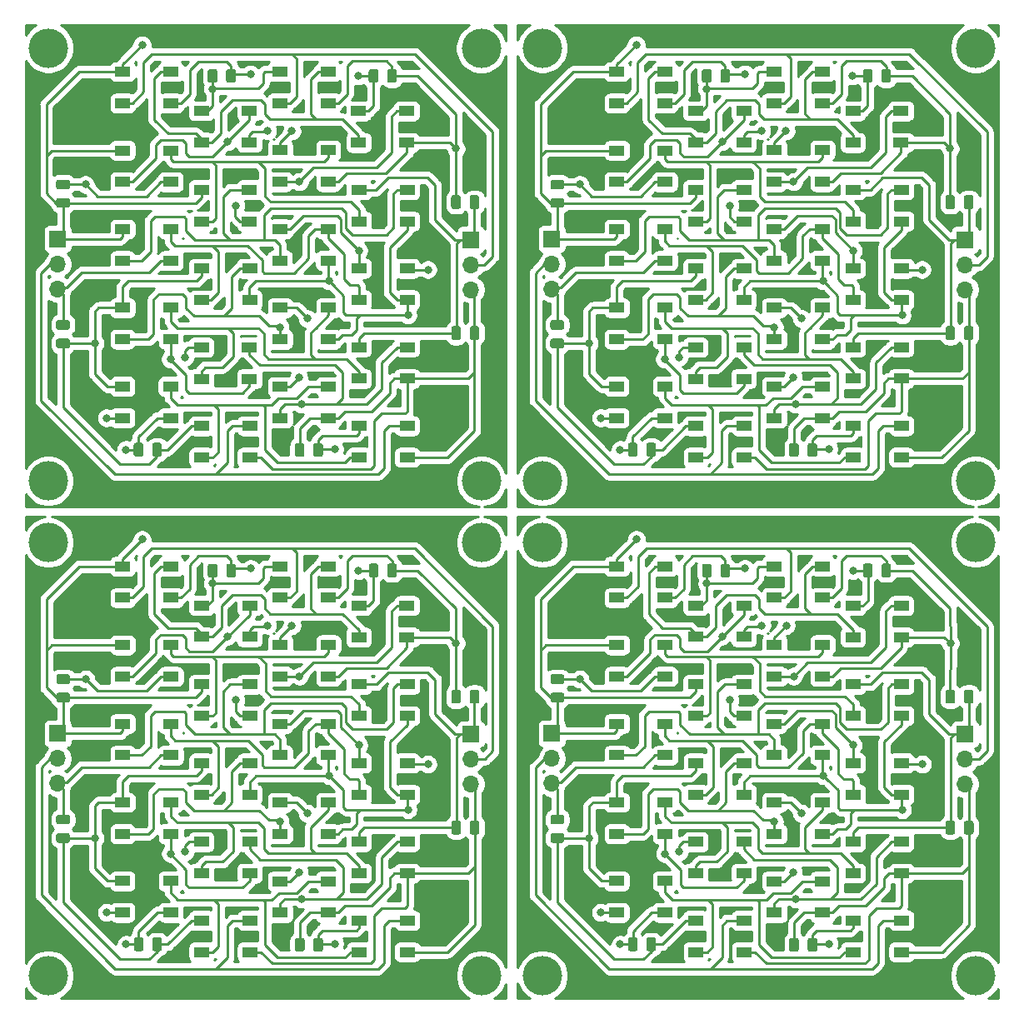
<source format=gbr>
G04 #@! TF.GenerationSoftware,KiCad,Pcbnew,(5.1.5)-3*
G04 #@! TF.CreationDate,2019-12-09T10:08:32+08:00*
G04 #@! TF.ProjectId,LED__,4c454495-7f2e-46b6-9963-61645f706362,rev?*
G04 #@! TF.SameCoordinates,Original*
G04 #@! TF.FileFunction,Copper,L1,Top*
G04 #@! TF.FilePolarity,Positive*
%FSLAX46Y46*%
G04 Gerber Fmt 4.6, Leading zero omitted, Abs format (unit mm)*
G04 Created by KiCad (PCBNEW (5.1.5)-3) date 2019-12-09 10:08:32*
%MOMM*%
%LPD*%
G04 APERTURE LIST*
%ADD10C,0.100000*%
%ADD11R,1.500000X1.000000*%
%ADD12O,1.700000X1.700000*%
%ADD13R,1.700000X1.700000*%
%ADD14C,4.000000*%
%ADD15C,0.800000*%
%ADD16C,0.250000*%
%ADD17C,0.254000*%
G04 APERTURE END LIST*
G04 #@! TA.AperFunction,SMDPad,CuDef*
D10*
G36*
X160885142Y-51741174D02*
G01*
X160908803Y-51744684D01*
X160932007Y-51750496D01*
X160954529Y-51758554D01*
X160976153Y-51768782D01*
X160996670Y-51781079D01*
X161015883Y-51795329D01*
X161033607Y-51811393D01*
X161049671Y-51829117D01*
X161063921Y-51848330D01*
X161076218Y-51868847D01*
X161086446Y-51890471D01*
X161094504Y-51912993D01*
X161100316Y-51936197D01*
X161103826Y-51959858D01*
X161105000Y-51983750D01*
X161105000Y-52896250D01*
X161103826Y-52920142D01*
X161100316Y-52943803D01*
X161094504Y-52967007D01*
X161086446Y-52989529D01*
X161076218Y-53011153D01*
X161063921Y-53031670D01*
X161049671Y-53050883D01*
X161033607Y-53068607D01*
X161015883Y-53084671D01*
X160996670Y-53098921D01*
X160976153Y-53111218D01*
X160954529Y-53121446D01*
X160932007Y-53129504D01*
X160908803Y-53135316D01*
X160885142Y-53138826D01*
X160861250Y-53140000D01*
X160373750Y-53140000D01*
X160349858Y-53138826D01*
X160326197Y-53135316D01*
X160302993Y-53129504D01*
X160280471Y-53121446D01*
X160258847Y-53111218D01*
X160238330Y-53098921D01*
X160219117Y-53084671D01*
X160201393Y-53068607D01*
X160185329Y-53050883D01*
X160171079Y-53031670D01*
X160158782Y-53011153D01*
X160148554Y-52989529D01*
X160140496Y-52967007D01*
X160134684Y-52943803D01*
X160131174Y-52920142D01*
X160130000Y-52896250D01*
X160130000Y-51983750D01*
X160131174Y-51959858D01*
X160134684Y-51936197D01*
X160140496Y-51912993D01*
X160148554Y-51890471D01*
X160158782Y-51868847D01*
X160171079Y-51848330D01*
X160185329Y-51829117D01*
X160201393Y-51811393D01*
X160219117Y-51795329D01*
X160238330Y-51781079D01*
X160258847Y-51768782D01*
X160280471Y-51758554D01*
X160302993Y-51750496D01*
X160326197Y-51744684D01*
X160349858Y-51741174D01*
X160373750Y-51740000D01*
X160861250Y-51740000D01*
X160885142Y-51741174D01*
G37*
G04 #@! TD.AperFunction*
G04 #@! TA.AperFunction,SMDPad,CuDef*
G36*
X159010142Y-51741174D02*
G01*
X159033803Y-51744684D01*
X159057007Y-51750496D01*
X159079529Y-51758554D01*
X159101153Y-51768782D01*
X159121670Y-51781079D01*
X159140883Y-51795329D01*
X159158607Y-51811393D01*
X159174671Y-51829117D01*
X159188921Y-51848330D01*
X159201218Y-51868847D01*
X159211446Y-51890471D01*
X159219504Y-51912993D01*
X159225316Y-51936197D01*
X159228826Y-51959858D01*
X159230000Y-51983750D01*
X159230000Y-52896250D01*
X159228826Y-52920142D01*
X159225316Y-52943803D01*
X159219504Y-52967007D01*
X159211446Y-52989529D01*
X159201218Y-53011153D01*
X159188921Y-53031670D01*
X159174671Y-53050883D01*
X159158607Y-53068607D01*
X159140883Y-53084671D01*
X159121670Y-53098921D01*
X159101153Y-53111218D01*
X159079529Y-53121446D01*
X159057007Y-53129504D01*
X159033803Y-53135316D01*
X159010142Y-53138826D01*
X158986250Y-53140000D01*
X158498750Y-53140000D01*
X158474858Y-53138826D01*
X158451197Y-53135316D01*
X158427993Y-53129504D01*
X158405471Y-53121446D01*
X158383847Y-53111218D01*
X158363330Y-53098921D01*
X158344117Y-53084671D01*
X158326393Y-53068607D01*
X158310329Y-53050883D01*
X158296079Y-53031670D01*
X158283782Y-53011153D01*
X158273554Y-52989529D01*
X158265496Y-52967007D01*
X158259684Y-52943803D01*
X158256174Y-52920142D01*
X158255000Y-52896250D01*
X158255000Y-51983750D01*
X158256174Y-51959858D01*
X158259684Y-51936197D01*
X158265496Y-51912993D01*
X158273554Y-51890471D01*
X158283782Y-51868847D01*
X158296079Y-51848330D01*
X158310329Y-51829117D01*
X158326393Y-51811393D01*
X158344117Y-51795329D01*
X158363330Y-51781079D01*
X158383847Y-51768782D01*
X158405471Y-51758554D01*
X158427993Y-51750496D01*
X158451197Y-51744684D01*
X158474858Y-51741174D01*
X158498750Y-51740000D01*
X158986250Y-51740000D01*
X159010142Y-51741174D01*
G37*
G04 #@! TD.AperFunction*
G04 #@! TA.AperFunction,SMDPad,CuDef*
G36*
X153367642Y-89711174D02*
G01*
X153391303Y-89714684D01*
X153414507Y-89720496D01*
X153437029Y-89728554D01*
X153458653Y-89738782D01*
X153479170Y-89751079D01*
X153498383Y-89765329D01*
X153516107Y-89781393D01*
X153532171Y-89799117D01*
X153546421Y-89818330D01*
X153558718Y-89838847D01*
X153568946Y-89860471D01*
X153577004Y-89882993D01*
X153582816Y-89906197D01*
X153586326Y-89929858D01*
X153587500Y-89953750D01*
X153587500Y-90866250D01*
X153586326Y-90890142D01*
X153582816Y-90913803D01*
X153577004Y-90937007D01*
X153568946Y-90959529D01*
X153558718Y-90981153D01*
X153546421Y-91001670D01*
X153532171Y-91020883D01*
X153516107Y-91038607D01*
X153498383Y-91054671D01*
X153479170Y-91068921D01*
X153458653Y-91081218D01*
X153437029Y-91091446D01*
X153414507Y-91099504D01*
X153391303Y-91105316D01*
X153367642Y-91108826D01*
X153343750Y-91110000D01*
X152856250Y-91110000D01*
X152832358Y-91108826D01*
X152808697Y-91105316D01*
X152785493Y-91099504D01*
X152762971Y-91091446D01*
X152741347Y-91081218D01*
X152720830Y-91068921D01*
X152701617Y-91054671D01*
X152683893Y-91038607D01*
X152667829Y-91020883D01*
X152653579Y-91001670D01*
X152641282Y-90981153D01*
X152631054Y-90959529D01*
X152622996Y-90937007D01*
X152617184Y-90913803D01*
X152613674Y-90890142D01*
X152612500Y-90866250D01*
X152612500Y-89953750D01*
X152613674Y-89929858D01*
X152617184Y-89906197D01*
X152622996Y-89882993D01*
X152631054Y-89860471D01*
X152641282Y-89838847D01*
X152653579Y-89818330D01*
X152667829Y-89799117D01*
X152683893Y-89781393D01*
X152701617Y-89765329D01*
X152720830Y-89751079D01*
X152741347Y-89738782D01*
X152762971Y-89728554D01*
X152785493Y-89720496D01*
X152808697Y-89714684D01*
X152832358Y-89711174D01*
X152856250Y-89710000D01*
X153343750Y-89710000D01*
X153367642Y-89711174D01*
G37*
G04 #@! TD.AperFunction*
G04 #@! TA.AperFunction,SMDPad,CuDef*
G36*
X151492642Y-89711174D02*
G01*
X151516303Y-89714684D01*
X151539507Y-89720496D01*
X151562029Y-89728554D01*
X151583653Y-89738782D01*
X151604170Y-89751079D01*
X151623383Y-89765329D01*
X151641107Y-89781393D01*
X151657171Y-89799117D01*
X151671421Y-89818330D01*
X151683718Y-89838847D01*
X151693946Y-89860471D01*
X151702004Y-89882993D01*
X151707816Y-89906197D01*
X151711326Y-89929858D01*
X151712500Y-89953750D01*
X151712500Y-90866250D01*
X151711326Y-90890142D01*
X151707816Y-90913803D01*
X151702004Y-90937007D01*
X151693946Y-90959529D01*
X151683718Y-90981153D01*
X151671421Y-91001670D01*
X151657171Y-91020883D01*
X151641107Y-91038607D01*
X151623383Y-91054671D01*
X151604170Y-91068921D01*
X151583653Y-91081218D01*
X151562029Y-91091446D01*
X151539507Y-91099504D01*
X151516303Y-91105316D01*
X151492642Y-91108826D01*
X151468750Y-91110000D01*
X150981250Y-91110000D01*
X150957358Y-91108826D01*
X150933697Y-91105316D01*
X150910493Y-91099504D01*
X150887971Y-91091446D01*
X150866347Y-91081218D01*
X150845830Y-91068921D01*
X150826617Y-91054671D01*
X150808893Y-91038607D01*
X150792829Y-91020883D01*
X150778579Y-91001670D01*
X150766282Y-90981153D01*
X150756054Y-90959529D01*
X150747996Y-90937007D01*
X150742184Y-90913803D01*
X150738674Y-90890142D01*
X150737500Y-90866250D01*
X150737500Y-89953750D01*
X150738674Y-89929858D01*
X150742184Y-89906197D01*
X150747996Y-89882993D01*
X150756054Y-89860471D01*
X150766282Y-89838847D01*
X150778579Y-89818330D01*
X150792829Y-89799117D01*
X150808893Y-89781393D01*
X150826617Y-89765329D01*
X150845830Y-89751079D01*
X150866347Y-89738782D01*
X150887971Y-89728554D01*
X150910493Y-89720496D01*
X150933697Y-89714684D01*
X150957358Y-89711174D01*
X150981250Y-89710000D01*
X151468750Y-89710000D01*
X151492642Y-89711174D01*
G37*
G04 #@! TD.AperFunction*
G04 #@! TA.AperFunction,SMDPad,CuDef*
G36*
X185635142Y-77861174D02*
G01*
X185658803Y-77864684D01*
X185682007Y-77870496D01*
X185704529Y-77878554D01*
X185726153Y-77888782D01*
X185746670Y-77901079D01*
X185765883Y-77915329D01*
X185783607Y-77931393D01*
X185799671Y-77949117D01*
X185813921Y-77968330D01*
X185826218Y-77988847D01*
X185836446Y-78010471D01*
X185844504Y-78032993D01*
X185850316Y-78056197D01*
X185853826Y-78079858D01*
X185855000Y-78103750D01*
X185855000Y-79016250D01*
X185853826Y-79040142D01*
X185850316Y-79063803D01*
X185844504Y-79087007D01*
X185836446Y-79109529D01*
X185826218Y-79131153D01*
X185813921Y-79151670D01*
X185799671Y-79170883D01*
X185783607Y-79188607D01*
X185765883Y-79204671D01*
X185746670Y-79218921D01*
X185726153Y-79231218D01*
X185704529Y-79241446D01*
X185682007Y-79249504D01*
X185658803Y-79255316D01*
X185635142Y-79258826D01*
X185611250Y-79260000D01*
X185123750Y-79260000D01*
X185099858Y-79258826D01*
X185076197Y-79255316D01*
X185052993Y-79249504D01*
X185030471Y-79241446D01*
X185008847Y-79231218D01*
X184988330Y-79218921D01*
X184969117Y-79204671D01*
X184951393Y-79188607D01*
X184935329Y-79170883D01*
X184921079Y-79151670D01*
X184908782Y-79131153D01*
X184898554Y-79109529D01*
X184890496Y-79087007D01*
X184884684Y-79063803D01*
X184881174Y-79040142D01*
X184880000Y-79016250D01*
X184880000Y-78103750D01*
X184881174Y-78079858D01*
X184884684Y-78056197D01*
X184890496Y-78032993D01*
X184898554Y-78010471D01*
X184908782Y-77988847D01*
X184921079Y-77968330D01*
X184935329Y-77949117D01*
X184951393Y-77931393D01*
X184969117Y-77915329D01*
X184988330Y-77901079D01*
X185008847Y-77888782D01*
X185030471Y-77878554D01*
X185052993Y-77870496D01*
X185076197Y-77864684D01*
X185099858Y-77861174D01*
X185123750Y-77860000D01*
X185611250Y-77860000D01*
X185635142Y-77861174D01*
G37*
G04 #@! TD.AperFunction*
G04 #@! TA.AperFunction,SMDPad,CuDef*
G36*
X183760142Y-77861174D02*
G01*
X183783803Y-77864684D01*
X183807007Y-77870496D01*
X183829529Y-77878554D01*
X183851153Y-77888782D01*
X183871670Y-77901079D01*
X183890883Y-77915329D01*
X183908607Y-77931393D01*
X183924671Y-77949117D01*
X183938921Y-77968330D01*
X183951218Y-77988847D01*
X183961446Y-78010471D01*
X183969504Y-78032993D01*
X183975316Y-78056197D01*
X183978826Y-78079858D01*
X183980000Y-78103750D01*
X183980000Y-79016250D01*
X183978826Y-79040142D01*
X183975316Y-79063803D01*
X183969504Y-79087007D01*
X183961446Y-79109529D01*
X183951218Y-79131153D01*
X183938921Y-79151670D01*
X183924671Y-79170883D01*
X183908607Y-79188607D01*
X183890883Y-79204671D01*
X183871670Y-79218921D01*
X183851153Y-79231218D01*
X183829529Y-79241446D01*
X183807007Y-79249504D01*
X183783803Y-79255316D01*
X183760142Y-79258826D01*
X183736250Y-79260000D01*
X183248750Y-79260000D01*
X183224858Y-79258826D01*
X183201197Y-79255316D01*
X183177993Y-79249504D01*
X183155471Y-79241446D01*
X183133847Y-79231218D01*
X183113330Y-79218921D01*
X183094117Y-79204671D01*
X183076393Y-79188607D01*
X183060329Y-79170883D01*
X183046079Y-79151670D01*
X183033782Y-79131153D01*
X183023554Y-79109529D01*
X183015496Y-79087007D01*
X183009684Y-79063803D01*
X183006174Y-79040142D01*
X183005000Y-79016250D01*
X183005000Y-78103750D01*
X183006174Y-78079858D01*
X183009684Y-78056197D01*
X183015496Y-78032993D01*
X183023554Y-78010471D01*
X183033782Y-77988847D01*
X183046079Y-77968330D01*
X183060329Y-77949117D01*
X183076393Y-77931393D01*
X183094117Y-77915329D01*
X183113330Y-77901079D01*
X183133847Y-77888782D01*
X183155471Y-77878554D01*
X183177993Y-77870496D01*
X183201197Y-77864684D01*
X183224858Y-77861174D01*
X183248750Y-77860000D01*
X183736250Y-77860000D01*
X183760142Y-77861174D01*
G37*
G04 #@! TD.AperFunction*
G04 #@! TA.AperFunction,SMDPad,CuDef*
G36*
X183750142Y-64551174D02*
G01*
X183773803Y-64554684D01*
X183797007Y-64560496D01*
X183819529Y-64568554D01*
X183841153Y-64578782D01*
X183861670Y-64591079D01*
X183880883Y-64605329D01*
X183898607Y-64621393D01*
X183914671Y-64639117D01*
X183928921Y-64658330D01*
X183941218Y-64678847D01*
X183951446Y-64700471D01*
X183959504Y-64722993D01*
X183965316Y-64746197D01*
X183968826Y-64769858D01*
X183970000Y-64793750D01*
X183970000Y-65706250D01*
X183968826Y-65730142D01*
X183965316Y-65753803D01*
X183959504Y-65777007D01*
X183951446Y-65799529D01*
X183941218Y-65821153D01*
X183928921Y-65841670D01*
X183914671Y-65860883D01*
X183898607Y-65878607D01*
X183880883Y-65894671D01*
X183861670Y-65908921D01*
X183841153Y-65921218D01*
X183819529Y-65931446D01*
X183797007Y-65939504D01*
X183773803Y-65945316D01*
X183750142Y-65948826D01*
X183726250Y-65950000D01*
X183238750Y-65950000D01*
X183214858Y-65948826D01*
X183191197Y-65945316D01*
X183167993Y-65939504D01*
X183145471Y-65931446D01*
X183123847Y-65921218D01*
X183103330Y-65908921D01*
X183084117Y-65894671D01*
X183066393Y-65878607D01*
X183050329Y-65860883D01*
X183036079Y-65841670D01*
X183023782Y-65821153D01*
X183013554Y-65799529D01*
X183005496Y-65777007D01*
X182999684Y-65753803D01*
X182996174Y-65730142D01*
X182995000Y-65706250D01*
X182995000Y-64793750D01*
X182996174Y-64769858D01*
X182999684Y-64746197D01*
X183005496Y-64722993D01*
X183013554Y-64700471D01*
X183023782Y-64678847D01*
X183036079Y-64658330D01*
X183050329Y-64639117D01*
X183066393Y-64621393D01*
X183084117Y-64605329D01*
X183103330Y-64591079D01*
X183123847Y-64578782D01*
X183145471Y-64568554D01*
X183167993Y-64560496D01*
X183191197Y-64554684D01*
X183214858Y-64551174D01*
X183238750Y-64550000D01*
X183726250Y-64550000D01*
X183750142Y-64551174D01*
G37*
G04 #@! TD.AperFunction*
G04 #@! TA.AperFunction,SMDPad,CuDef*
G36*
X185625142Y-64551174D02*
G01*
X185648803Y-64554684D01*
X185672007Y-64560496D01*
X185694529Y-64568554D01*
X185716153Y-64578782D01*
X185736670Y-64591079D01*
X185755883Y-64605329D01*
X185773607Y-64621393D01*
X185789671Y-64639117D01*
X185803921Y-64658330D01*
X185816218Y-64678847D01*
X185826446Y-64700471D01*
X185834504Y-64722993D01*
X185840316Y-64746197D01*
X185843826Y-64769858D01*
X185845000Y-64793750D01*
X185845000Y-65706250D01*
X185843826Y-65730142D01*
X185840316Y-65753803D01*
X185834504Y-65777007D01*
X185826446Y-65799529D01*
X185816218Y-65821153D01*
X185803921Y-65841670D01*
X185789671Y-65860883D01*
X185773607Y-65878607D01*
X185755883Y-65894671D01*
X185736670Y-65908921D01*
X185716153Y-65921218D01*
X185694529Y-65931446D01*
X185672007Y-65939504D01*
X185648803Y-65945316D01*
X185625142Y-65948826D01*
X185601250Y-65950000D01*
X185113750Y-65950000D01*
X185089858Y-65948826D01*
X185066197Y-65945316D01*
X185042993Y-65939504D01*
X185020471Y-65931446D01*
X184998847Y-65921218D01*
X184978330Y-65908921D01*
X184959117Y-65894671D01*
X184941393Y-65878607D01*
X184925329Y-65860883D01*
X184911079Y-65841670D01*
X184898782Y-65821153D01*
X184888554Y-65799529D01*
X184880496Y-65777007D01*
X184874684Y-65753803D01*
X184871174Y-65730142D01*
X184870000Y-65706250D01*
X184870000Y-64793750D01*
X184871174Y-64769858D01*
X184874684Y-64746197D01*
X184880496Y-64722993D01*
X184888554Y-64700471D01*
X184898782Y-64678847D01*
X184911079Y-64658330D01*
X184925329Y-64639117D01*
X184941393Y-64621393D01*
X184959117Y-64605329D01*
X184978330Y-64591079D01*
X184998847Y-64578782D01*
X185020471Y-64568554D01*
X185042993Y-64560496D01*
X185066197Y-64554684D01*
X185089858Y-64551174D01*
X185113750Y-64550000D01*
X185601250Y-64550000D01*
X185625142Y-64551174D01*
G37*
G04 #@! TD.AperFunction*
D11*
X149610000Y-52000000D03*
X149610000Y-55200000D03*
X154510000Y-52000000D03*
X154510000Y-55200000D03*
G04 #@! TA.AperFunction,SMDPad,CuDef*
D10*
G36*
X177245142Y-51721174D02*
G01*
X177268803Y-51724684D01*
X177292007Y-51730496D01*
X177314529Y-51738554D01*
X177336153Y-51748782D01*
X177356670Y-51761079D01*
X177375883Y-51775329D01*
X177393607Y-51791393D01*
X177409671Y-51809117D01*
X177423921Y-51828330D01*
X177436218Y-51848847D01*
X177446446Y-51870471D01*
X177454504Y-51892993D01*
X177460316Y-51916197D01*
X177463826Y-51939858D01*
X177465000Y-51963750D01*
X177465000Y-52876250D01*
X177463826Y-52900142D01*
X177460316Y-52923803D01*
X177454504Y-52947007D01*
X177446446Y-52969529D01*
X177436218Y-52991153D01*
X177423921Y-53011670D01*
X177409671Y-53030883D01*
X177393607Y-53048607D01*
X177375883Y-53064671D01*
X177356670Y-53078921D01*
X177336153Y-53091218D01*
X177314529Y-53101446D01*
X177292007Y-53109504D01*
X177268803Y-53115316D01*
X177245142Y-53118826D01*
X177221250Y-53120000D01*
X176733750Y-53120000D01*
X176709858Y-53118826D01*
X176686197Y-53115316D01*
X176662993Y-53109504D01*
X176640471Y-53101446D01*
X176618847Y-53091218D01*
X176598330Y-53078921D01*
X176579117Y-53064671D01*
X176561393Y-53048607D01*
X176545329Y-53030883D01*
X176531079Y-53011670D01*
X176518782Y-52991153D01*
X176508554Y-52969529D01*
X176500496Y-52947007D01*
X176494684Y-52923803D01*
X176491174Y-52900142D01*
X176490000Y-52876250D01*
X176490000Y-51963750D01*
X176491174Y-51939858D01*
X176494684Y-51916197D01*
X176500496Y-51892993D01*
X176508554Y-51870471D01*
X176518782Y-51848847D01*
X176531079Y-51828330D01*
X176545329Y-51809117D01*
X176561393Y-51791393D01*
X176579117Y-51775329D01*
X176598330Y-51761079D01*
X176618847Y-51748782D01*
X176640471Y-51738554D01*
X176662993Y-51730496D01*
X176686197Y-51724684D01*
X176709858Y-51721174D01*
X176733750Y-51720000D01*
X177221250Y-51720000D01*
X177245142Y-51721174D01*
G37*
G04 #@! TD.AperFunction*
G04 #@! TA.AperFunction,SMDPad,CuDef*
G36*
X175370142Y-51721174D02*
G01*
X175393803Y-51724684D01*
X175417007Y-51730496D01*
X175439529Y-51738554D01*
X175461153Y-51748782D01*
X175481670Y-51761079D01*
X175500883Y-51775329D01*
X175518607Y-51791393D01*
X175534671Y-51809117D01*
X175548921Y-51828330D01*
X175561218Y-51848847D01*
X175571446Y-51870471D01*
X175579504Y-51892993D01*
X175585316Y-51916197D01*
X175588826Y-51939858D01*
X175590000Y-51963750D01*
X175590000Y-52876250D01*
X175588826Y-52900142D01*
X175585316Y-52923803D01*
X175579504Y-52947007D01*
X175571446Y-52969529D01*
X175561218Y-52991153D01*
X175548921Y-53011670D01*
X175534671Y-53030883D01*
X175518607Y-53048607D01*
X175500883Y-53064671D01*
X175481670Y-53078921D01*
X175461153Y-53091218D01*
X175439529Y-53101446D01*
X175417007Y-53109504D01*
X175393803Y-53115316D01*
X175370142Y-53118826D01*
X175346250Y-53120000D01*
X174858750Y-53120000D01*
X174834858Y-53118826D01*
X174811197Y-53115316D01*
X174787993Y-53109504D01*
X174765471Y-53101446D01*
X174743847Y-53091218D01*
X174723330Y-53078921D01*
X174704117Y-53064671D01*
X174686393Y-53048607D01*
X174670329Y-53030883D01*
X174656079Y-53011670D01*
X174643782Y-52991153D01*
X174633554Y-52969529D01*
X174625496Y-52947007D01*
X174619684Y-52923803D01*
X174616174Y-52900142D01*
X174615000Y-52876250D01*
X174615000Y-51963750D01*
X174616174Y-51939858D01*
X174619684Y-51916197D01*
X174625496Y-51892993D01*
X174633554Y-51870471D01*
X174643782Y-51848847D01*
X174656079Y-51828330D01*
X174670329Y-51809117D01*
X174686393Y-51791393D01*
X174704117Y-51775329D01*
X174723330Y-51761079D01*
X174743847Y-51748782D01*
X174765471Y-51738554D01*
X174787993Y-51730496D01*
X174811197Y-51724684D01*
X174834858Y-51721174D01*
X174858750Y-51720000D01*
X175346250Y-51720000D01*
X175370142Y-51721174D01*
G37*
G04 #@! TD.AperFunction*
D11*
X173590000Y-56000000D03*
X173590000Y-59200000D03*
X178490000Y-56000000D03*
X178490000Y-59200000D03*
G04 #@! TA.AperFunction,SMDPad,CuDef*
D10*
G36*
X169745142Y-89751174D02*
G01*
X169768803Y-89754684D01*
X169792007Y-89760496D01*
X169814529Y-89768554D01*
X169836153Y-89778782D01*
X169856670Y-89791079D01*
X169875883Y-89805329D01*
X169893607Y-89821393D01*
X169909671Y-89839117D01*
X169923921Y-89858330D01*
X169936218Y-89878847D01*
X169946446Y-89900471D01*
X169954504Y-89922993D01*
X169960316Y-89946197D01*
X169963826Y-89969858D01*
X169965000Y-89993750D01*
X169965000Y-90906250D01*
X169963826Y-90930142D01*
X169960316Y-90953803D01*
X169954504Y-90977007D01*
X169946446Y-90999529D01*
X169936218Y-91021153D01*
X169923921Y-91041670D01*
X169909671Y-91060883D01*
X169893607Y-91078607D01*
X169875883Y-91094671D01*
X169856670Y-91108921D01*
X169836153Y-91121218D01*
X169814529Y-91131446D01*
X169792007Y-91139504D01*
X169768803Y-91145316D01*
X169745142Y-91148826D01*
X169721250Y-91150000D01*
X169233750Y-91150000D01*
X169209858Y-91148826D01*
X169186197Y-91145316D01*
X169162993Y-91139504D01*
X169140471Y-91131446D01*
X169118847Y-91121218D01*
X169098330Y-91108921D01*
X169079117Y-91094671D01*
X169061393Y-91078607D01*
X169045329Y-91060883D01*
X169031079Y-91041670D01*
X169018782Y-91021153D01*
X169008554Y-90999529D01*
X169000496Y-90977007D01*
X168994684Y-90953803D01*
X168991174Y-90930142D01*
X168990000Y-90906250D01*
X168990000Y-89993750D01*
X168991174Y-89969858D01*
X168994684Y-89946197D01*
X169000496Y-89922993D01*
X169008554Y-89900471D01*
X169018782Y-89878847D01*
X169031079Y-89858330D01*
X169045329Y-89839117D01*
X169061393Y-89821393D01*
X169079117Y-89805329D01*
X169098330Y-89791079D01*
X169118847Y-89778782D01*
X169140471Y-89768554D01*
X169162993Y-89760496D01*
X169186197Y-89754684D01*
X169209858Y-89751174D01*
X169233750Y-89750000D01*
X169721250Y-89750000D01*
X169745142Y-89751174D01*
G37*
G04 #@! TD.AperFunction*
G04 #@! TA.AperFunction,SMDPad,CuDef*
G36*
X167870142Y-89751174D02*
G01*
X167893803Y-89754684D01*
X167917007Y-89760496D01*
X167939529Y-89768554D01*
X167961153Y-89778782D01*
X167981670Y-89791079D01*
X168000883Y-89805329D01*
X168018607Y-89821393D01*
X168034671Y-89839117D01*
X168048921Y-89858330D01*
X168061218Y-89878847D01*
X168071446Y-89900471D01*
X168079504Y-89922993D01*
X168085316Y-89946197D01*
X168088826Y-89969858D01*
X168090000Y-89993750D01*
X168090000Y-90906250D01*
X168088826Y-90930142D01*
X168085316Y-90953803D01*
X168079504Y-90977007D01*
X168071446Y-90999529D01*
X168061218Y-91021153D01*
X168048921Y-91041670D01*
X168034671Y-91060883D01*
X168018607Y-91078607D01*
X168000883Y-91094671D01*
X167981670Y-91108921D01*
X167961153Y-91121218D01*
X167939529Y-91131446D01*
X167917007Y-91139504D01*
X167893803Y-91145316D01*
X167870142Y-91148826D01*
X167846250Y-91150000D01*
X167358750Y-91150000D01*
X167334858Y-91148826D01*
X167311197Y-91145316D01*
X167287993Y-91139504D01*
X167265471Y-91131446D01*
X167243847Y-91121218D01*
X167223330Y-91108921D01*
X167204117Y-91094671D01*
X167186393Y-91078607D01*
X167170329Y-91060883D01*
X167156079Y-91041670D01*
X167143782Y-91021153D01*
X167133554Y-90999529D01*
X167125496Y-90977007D01*
X167119684Y-90953803D01*
X167116174Y-90930142D01*
X167115000Y-90906250D01*
X167115000Y-89993750D01*
X167116174Y-89969858D01*
X167119684Y-89946197D01*
X167125496Y-89922993D01*
X167133554Y-89900471D01*
X167143782Y-89878847D01*
X167156079Y-89858330D01*
X167170329Y-89839117D01*
X167186393Y-89821393D01*
X167204117Y-89805329D01*
X167223330Y-89791079D01*
X167243847Y-89778782D01*
X167265471Y-89768554D01*
X167287993Y-89760496D01*
X167311197Y-89754684D01*
X167334858Y-89751174D01*
X167358750Y-89750000D01*
X167846250Y-89750000D01*
X167870142Y-89751174D01*
G37*
G04 #@! TD.AperFunction*
G04 #@! TA.AperFunction,SMDPad,CuDef*
G36*
X144030142Y-77248674D02*
G01*
X144053803Y-77252184D01*
X144077007Y-77257996D01*
X144099529Y-77266054D01*
X144121153Y-77276282D01*
X144141670Y-77288579D01*
X144160883Y-77302829D01*
X144178607Y-77318893D01*
X144194671Y-77336617D01*
X144208921Y-77355830D01*
X144221218Y-77376347D01*
X144231446Y-77397971D01*
X144239504Y-77420493D01*
X144245316Y-77443697D01*
X144248826Y-77467358D01*
X144250000Y-77491250D01*
X144250000Y-77978750D01*
X144248826Y-78002642D01*
X144245316Y-78026303D01*
X144239504Y-78049507D01*
X144231446Y-78072029D01*
X144221218Y-78093653D01*
X144208921Y-78114170D01*
X144194671Y-78133383D01*
X144178607Y-78151107D01*
X144160883Y-78167171D01*
X144141670Y-78181421D01*
X144121153Y-78193718D01*
X144099529Y-78203946D01*
X144077007Y-78212004D01*
X144053803Y-78217816D01*
X144030142Y-78221326D01*
X144006250Y-78222500D01*
X143093750Y-78222500D01*
X143069858Y-78221326D01*
X143046197Y-78217816D01*
X143022993Y-78212004D01*
X143000471Y-78203946D01*
X142978847Y-78193718D01*
X142958330Y-78181421D01*
X142939117Y-78167171D01*
X142921393Y-78151107D01*
X142905329Y-78133383D01*
X142891079Y-78114170D01*
X142878782Y-78093653D01*
X142868554Y-78072029D01*
X142860496Y-78049507D01*
X142854684Y-78026303D01*
X142851174Y-78002642D01*
X142850000Y-77978750D01*
X142850000Y-77491250D01*
X142851174Y-77467358D01*
X142854684Y-77443697D01*
X142860496Y-77420493D01*
X142868554Y-77397971D01*
X142878782Y-77376347D01*
X142891079Y-77355830D01*
X142905329Y-77336617D01*
X142921393Y-77318893D01*
X142939117Y-77302829D01*
X142958330Y-77288579D01*
X142978847Y-77276282D01*
X143000471Y-77266054D01*
X143022993Y-77257996D01*
X143046197Y-77252184D01*
X143069858Y-77248674D01*
X143093750Y-77247500D01*
X144006250Y-77247500D01*
X144030142Y-77248674D01*
G37*
G04 #@! TD.AperFunction*
G04 #@! TA.AperFunction,SMDPad,CuDef*
G36*
X144030142Y-79123674D02*
G01*
X144053803Y-79127184D01*
X144077007Y-79132996D01*
X144099529Y-79141054D01*
X144121153Y-79151282D01*
X144141670Y-79163579D01*
X144160883Y-79177829D01*
X144178607Y-79193893D01*
X144194671Y-79211617D01*
X144208921Y-79230830D01*
X144221218Y-79251347D01*
X144231446Y-79272971D01*
X144239504Y-79295493D01*
X144245316Y-79318697D01*
X144248826Y-79342358D01*
X144250000Y-79366250D01*
X144250000Y-79853750D01*
X144248826Y-79877642D01*
X144245316Y-79901303D01*
X144239504Y-79924507D01*
X144231446Y-79947029D01*
X144221218Y-79968653D01*
X144208921Y-79989170D01*
X144194671Y-80008383D01*
X144178607Y-80026107D01*
X144160883Y-80042171D01*
X144141670Y-80056421D01*
X144121153Y-80068718D01*
X144099529Y-80078946D01*
X144077007Y-80087004D01*
X144053803Y-80092816D01*
X144030142Y-80096326D01*
X144006250Y-80097500D01*
X143093750Y-80097500D01*
X143069858Y-80096326D01*
X143046197Y-80092816D01*
X143022993Y-80087004D01*
X143000471Y-80078946D01*
X142978847Y-80068718D01*
X142958330Y-80056421D01*
X142939117Y-80042171D01*
X142921393Y-80026107D01*
X142905329Y-80008383D01*
X142891079Y-79989170D01*
X142878782Y-79968653D01*
X142868554Y-79947029D01*
X142860496Y-79924507D01*
X142854684Y-79901303D01*
X142851174Y-79877642D01*
X142850000Y-79853750D01*
X142850000Y-79366250D01*
X142851174Y-79342358D01*
X142854684Y-79318697D01*
X142860496Y-79295493D01*
X142868554Y-79272971D01*
X142878782Y-79251347D01*
X142891079Y-79230830D01*
X142905329Y-79211617D01*
X142921393Y-79193893D01*
X142939117Y-79177829D01*
X142958330Y-79163579D01*
X142978847Y-79151282D01*
X143000471Y-79141054D01*
X143022993Y-79132996D01*
X143046197Y-79127184D01*
X143069858Y-79123674D01*
X143093750Y-79122500D01*
X144006250Y-79122500D01*
X144030142Y-79123674D01*
G37*
G04 #@! TD.AperFunction*
D11*
X165610000Y-51990000D03*
X165610000Y-55190000D03*
X170510000Y-51990000D03*
X170510000Y-55190000D03*
X149610000Y-68000000D03*
X149610000Y-71200000D03*
X154510000Y-68000000D03*
X154510000Y-71200000D03*
X173620000Y-87990000D03*
X173620000Y-91190000D03*
X178520000Y-87990000D03*
X178520000Y-91190000D03*
X173620000Y-64000000D03*
X173620000Y-67200000D03*
X178520000Y-64000000D03*
X178520000Y-67200000D03*
X149610000Y-75990000D03*
X149610000Y-79190000D03*
X154510000Y-75990000D03*
X154510000Y-79190000D03*
X157600000Y-55980000D03*
X157600000Y-59180000D03*
X162500000Y-55980000D03*
X162500000Y-59180000D03*
X157600000Y-80000000D03*
X157600000Y-83200000D03*
X162500000Y-80000000D03*
X162500000Y-83200000D03*
X157600000Y-64000000D03*
X157600000Y-67200000D03*
X162500000Y-64000000D03*
X162500000Y-67200000D03*
D12*
X143010000Y-74080000D03*
X143010000Y-71540000D03*
D13*
X143010000Y-69000000D03*
D11*
X165610000Y-59980000D03*
X165610000Y-63180000D03*
X170510000Y-59980000D03*
X170510000Y-63180000D03*
X173620000Y-71990000D03*
X173620000Y-75190000D03*
X178520000Y-71990000D03*
X178520000Y-75190000D03*
X157620000Y-87990000D03*
X157620000Y-91190000D03*
X162520000Y-87990000D03*
X162520000Y-91190000D03*
X165610000Y-84000000D03*
X165610000Y-87200000D03*
X170510000Y-84000000D03*
X170510000Y-87200000D03*
D12*
X185000000Y-74140000D03*
X185000000Y-71600000D03*
D13*
X185000000Y-69060000D03*
D11*
X149610000Y-60000000D03*
X149610000Y-63200000D03*
X154510000Y-60000000D03*
X154510000Y-63200000D03*
X157610000Y-72000000D03*
X157610000Y-75200000D03*
X162510000Y-72000000D03*
X162510000Y-75200000D03*
G04 #@! TA.AperFunction,SMDPad,CuDef*
D10*
G36*
X144040142Y-62976174D02*
G01*
X144063803Y-62979684D01*
X144087007Y-62985496D01*
X144109529Y-62993554D01*
X144131153Y-63003782D01*
X144151670Y-63016079D01*
X144170883Y-63030329D01*
X144188607Y-63046393D01*
X144204671Y-63064117D01*
X144218921Y-63083330D01*
X144231218Y-63103847D01*
X144241446Y-63125471D01*
X144249504Y-63147993D01*
X144255316Y-63171197D01*
X144258826Y-63194858D01*
X144260000Y-63218750D01*
X144260000Y-63706250D01*
X144258826Y-63730142D01*
X144255316Y-63753803D01*
X144249504Y-63777007D01*
X144241446Y-63799529D01*
X144231218Y-63821153D01*
X144218921Y-63841670D01*
X144204671Y-63860883D01*
X144188607Y-63878607D01*
X144170883Y-63894671D01*
X144151670Y-63908921D01*
X144131153Y-63921218D01*
X144109529Y-63931446D01*
X144087007Y-63939504D01*
X144063803Y-63945316D01*
X144040142Y-63948826D01*
X144016250Y-63950000D01*
X143103750Y-63950000D01*
X143079858Y-63948826D01*
X143056197Y-63945316D01*
X143032993Y-63939504D01*
X143010471Y-63931446D01*
X142988847Y-63921218D01*
X142968330Y-63908921D01*
X142949117Y-63894671D01*
X142931393Y-63878607D01*
X142915329Y-63860883D01*
X142901079Y-63841670D01*
X142888782Y-63821153D01*
X142878554Y-63799529D01*
X142870496Y-63777007D01*
X142864684Y-63753803D01*
X142861174Y-63730142D01*
X142860000Y-63706250D01*
X142860000Y-63218750D01*
X142861174Y-63194858D01*
X142864684Y-63171197D01*
X142870496Y-63147993D01*
X142878554Y-63125471D01*
X142888782Y-63103847D01*
X142901079Y-63083330D01*
X142915329Y-63064117D01*
X142931393Y-63046393D01*
X142949117Y-63030329D01*
X142968330Y-63016079D01*
X142988847Y-63003782D01*
X143010471Y-62993554D01*
X143032993Y-62985496D01*
X143056197Y-62979684D01*
X143079858Y-62976174D01*
X143103750Y-62975000D01*
X144016250Y-62975000D01*
X144040142Y-62976174D01*
G37*
G04 #@! TD.AperFunction*
G04 #@! TA.AperFunction,SMDPad,CuDef*
G36*
X144040142Y-64851174D02*
G01*
X144063803Y-64854684D01*
X144087007Y-64860496D01*
X144109529Y-64868554D01*
X144131153Y-64878782D01*
X144151670Y-64891079D01*
X144170883Y-64905329D01*
X144188607Y-64921393D01*
X144204671Y-64939117D01*
X144218921Y-64958330D01*
X144231218Y-64978847D01*
X144241446Y-65000471D01*
X144249504Y-65022993D01*
X144255316Y-65046197D01*
X144258826Y-65069858D01*
X144260000Y-65093750D01*
X144260000Y-65581250D01*
X144258826Y-65605142D01*
X144255316Y-65628803D01*
X144249504Y-65652007D01*
X144241446Y-65674529D01*
X144231218Y-65696153D01*
X144218921Y-65716670D01*
X144204671Y-65735883D01*
X144188607Y-65753607D01*
X144170883Y-65769671D01*
X144151670Y-65783921D01*
X144131153Y-65796218D01*
X144109529Y-65806446D01*
X144087007Y-65814504D01*
X144063803Y-65820316D01*
X144040142Y-65823826D01*
X144016250Y-65825000D01*
X143103750Y-65825000D01*
X143079858Y-65823826D01*
X143056197Y-65820316D01*
X143032993Y-65814504D01*
X143010471Y-65806446D01*
X142988847Y-65796218D01*
X142968330Y-65783921D01*
X142949117Y-65769671D01*
X142931393Y-65753607D01*
X142915329Y-65735883D01*
X142901079Y-65716670D01*
X142888782Y-65696153D01*
X142878554Y-65674529D01*
X142870496Y-65652007D01*
X142864684Y-65628803D01*
X142861174Y-65605142D01*
X142860000Y-65581250D01*
X142860000Y-65093750D01*
X142861174Y-65069858D01*
X142864684Y-65046197D01*
X142870496Y-65022993D01*
X142878554Y-65000471D01*
X142888782Y-64978847D01*
X142901079Y-64958330D01*
X142915329Y-64939117D01*
X142931393Y-64921393D01*
X142949117Y-64905329D01*
X142968330Y-64891079D01*
X142988847Y-64878782D01*
X143010471Y-64868554D01*
X143032993Y-64860496D01*
X143056197Y-64854684D01*
X143079858Y-64851174D01*
X143103750Y-64850000D01*
X144016250Y-64850000D01*
X144040142Y-64851174D01*
G37*
G04 #@! TD.AperFunction*
D11*
X173610000Y-79990000D03*
X173610000Y-83190000D03*
X178510000Y-79990000D03*
X178510000Y-83190000D03*
X149590000Y-83980000D03*
X149590000Y-87180000D03*
X154490000Y-83980000D03*
X154490000Y-87180000D03*
X165610000Y-76000000D03*
X165610000Y-79200000D03*
X170510000Y-76000000D03*
X170510000Y-79200000D03*
X165600000Y-67990000D03*
X165600000Y-71190000D03*
X170500000Y-67990000D03*
X170500000Y-71190000D03*
G04 #@! TA.AperFunction,SMDPad,CuDef*
D10*
G36*
X108790142Y-51741174D02*
G01*
X108813803Y-51744684D01*
X108837007Y-51750496D01*
X108859529Y-51758554D01*
X108881153Y-51768782D01*
X108901670Y-51781079D01*
X108920883Y-51795329D01*
X108938607Y-51811393D01*
X108954671Y-51829117D01*
X108968921Y-51848330D01*
X108981218Y-51868847D01*
X108991446Y-51890471D01*
X108999504Y-51912993D01*
X109005316Y-51936197D01*
X109008826Y-51959858D01*
X109010000Y-51983750D01*
X109010000Y-52896250D01*
X109008826Y-52920142D01*
X109005316Y-52943803D01*
X108999504Y-52967007D01*
X108991446Y-52989529D01*
X108981218Y-53011153D01*
X108968921Y-53031670D01*
X108954671Y-53050883D01*
X108938607Y-53068607D01*
X108920883Y-53084671D01*
X108901670Y-53098921D01*
X108881153Y-53111218D01*
X108859529Y-53121446D01*
X108837007Y-53129504D01*
X108813803Y-53135316D01*
X108790142Y-53138826D01*
X108766250Y-53140000D01*
X108278750Y-53140000D01*
X108254858Y-53138826D01*
X108231197Y-53135316D01*
X108207993Y-53129504D01*
X108185471Y-53121446D01*
X108163847Y-53111218D01*
X108143330Y-53098921D01*
X108124117Y-53084671D01*
X108106393Y-53068607D01*
X108090329Y-53050883D01*
X108076079Y-53031670D01*
X108063782Y-53011153D01*
X108053554Y-52989529D01*
X108045496Y-52967007D01*
X108039684Y-52943803D01*
X108036174Y-52920142D01*
X108035000Y-52896250D01*
X108035000Y-51983750D01*
X108036174Y-51959858D01*
X108039684Y-51936197D01*
X108045496Y-51912993D01*
X108053554Y-51890471D01*
X108063782Y-51868847D01*
X108076079Y-51848330D01*
X108090329Y-51829117D01*
X108106393Y-51811393D01*
X108124117Y-51795329D01*
X108143330Y-51781079D01*
X108163847Y-51768782D01*
X108185471Y-51758554D01*
X108207993Y-51750496D01*
X108231197Y-51744684D01*
X108254858Y-51741174D01*
X108278750Y-51740000D01*
X108766250Y-51740000D01*
X108790142Y-51741174D01*
G37*
G04 #@! TD.AperFunction*
G04 #@! TA.AperFunction,SMDPad,CuDef*
G36*
X110665142Y-51741174D02*
G01*
X110688803Y-51744684D01*
X110712007Y-51750496D01*
X110734529Y-51758554D01*
X110756153Y-51768782D01*
X110776670Y-51781079D01*
X110795883Y-51795329D01*
X110813607Y-51811393D01*
X110829671Y-51829117D01*
X110843921Y-51848330D01*
X110856218Y-51868847D01*
X110866446Y-51890471D01*
X110874504Y-51912993D01*
X110880316Y-51936197D01*
X110883826Y-51959858D01*
X110885000Y-51983750D01*
X110885000Y-52896250D01*
X110883826Y-52920142D01*
X110880316Y-52943803D01*
X110874504Y-52967007D01*
X110866446Y-52989529D01*
X110856218Y-53011153D01*
X110843921Y-53031670D01*
X110829671Y-53050883D01*
X110813607Y-53068607D01*
X110795883Y-53084671D01*
X110776670Y-53098921D01*
X110756153Y-53111218D01*
X110734529Y-53121446D01*
X110712007Y-53129504D01*
X110688803Y-53135316D01*
X110665142Y-53138826D01*
X110641250Y-53140000D01*
X110153750Y-53140000D01*
X110129858Y-53138826D01*
X110106197Y-53135316D01*
X110082993Y-53129504D01*
X110060471Y-53121446D01*
X110038847Y-53111218D01*
X110018330Y-53098921D01*
X109999117Y-53084671D01*
X109981393Y-53068607D01*
X109965329Y-53050883D01*
X109951079Y-53031670D01*
X109938782Y-53011153D01*
X109928554Y-52989529D01*
X109920496Y-52967007D01*
X109914684Y-52943803D01*
X109911174Y-52920142D01*
X109910000Y-52896250D01*
X109910000Y-51983750D01*
X109911174Y-51959858D01*
X109914684Y-51936197D01*
X109920496Y-51912993D01*
X109928554Y-51890471D01*
X109938782Y-51868847D01*
X109951079Y-51848330D01*
X109965329Y-51829117D01*
X109981393Y-51811393D01*
X109999117Y-51795329D01*
X110018330Y-51781079D01*
X110038847Y-51768782D01*
X110060471Y-51758554D01*
X110082993Y-51750496D01*
X110106197Y-51744684D01*
X110129858Y-51741174D01*
X110153750Y-51740000D01*
X110641250Y-51740000D01*
X110665142Y-51741174D01*
G37*
G04 #@! TD.AperFunction*
G04 #@! TA.AperFunction,SMDPad,CuDef*
G36*
X117650142Y-89751174D02*
G01*
X117673803Y-89754684D01*
X117697007Y-89760496D01*
X117719529Y-89768554D01*
X117741153Y-89778782D01*
X117761670Y-89791079D01*
X117780883Y-89805329D01*
X117798607Y-89821393D01*
X117814671Y-89839117D01*
X117828921Y-89858330D01*
X117841218Y-89878847D01*
X117851446Y-89900471D01*
X117859504Y-89922993D01*
X117865316Y-89946197D01*
X117868826Y-89969858D01*
X117870000Y-89993750D01*
X117870000Y-90906250D01*
X117868826Y-90930142D01*
X117865316Y-90953803D01*
X117859504Y-90977007D01*
X117851446Y-90999529D01*
X117841218Y-91021153D01*
X117828921Y-91041670D01*
X117814671Y-91060883D01*
X117798607Y-91078607D01*
X117780883Y-91094671D01*
X117761670Y-91108921D01*
X117741153Y-91121218D01*
X117719529Y-91131446D01*
X117697007Y-91139504D01*
X117673803Y-91145316D01*
X117650142Y-91148826D01*
X117626250Y-91150000D01*
X117138750Y-91150000D01*
X117114858Y-91148826D01*
X117091197Y-91145316D01*
X117067993Y-91139504D01*
X117045471Y-91131446D01*
X117023847Y-91121218D01*
X117003330Y-91108921D01*
X116984117Y-91094671D01*
X116966393Y-91078607D01*
X116950329Y-91060883D01*
X116936079Y-91041670D01*
X116923782Y-91021153D01*
X116913554Y-90999529D01*
X116905496Y-90977007D01*
X116899684Y-90953803D01*
X116896174Y-90930142D01*
X116895000Y-90906250D01*
X116895000Y-89993750D01*
X116896174Y-89969858D01*
X116899684Y-89946197D01*
X116905496Y-89922993D01*
X116913554Y-89900471D01*
X116923782Y-89878847D01*
X116936079Y-89858330D01*
X116950329Y-89839117D01*
X116966393Y-89821393D01*
X116984117Y-89805329D01*
X117003330Y-89791079D01*
X117023847Y-89778782D01*
X117045471Y-89768554D01*
X117067993Y-89760496D01*
X117091197Y-89754684D01*
X117114858Y-89751174D01*
X117138750Y-89750000D01*
X117626250Y-89750000D01*
X117650142Y-89751174D01*
G37*
G04 #@! TD.AperFunction*
G04 #@! TA.AperFunction,SMDPad,CuDef*
G36*
X119525142Y-89751174D02*
G01*
X119548803Y-89754684D01*
X119572007Y-89760496D01*
X119594529Y-89768554D01*
X119616153Y-89778782D01*
X119636670Y-89791079D01*
X119655883Y-89805329D01*
X119673607Y-89821393D01*
X119689671Y-89839117D01*
X119703921Y-89858330D01*
X119716218Y-89878847D01*
X119726446Y-89900471D01*
X119734504Y-89922993D01*
X119740316Y-89946197D01*
X119743826Y-89969858D01*
X119745000Y-89993750D01*
X119745000Y-90906250D01*
X119743826Y-90930142D01*
X119740316Y-90953803D01*
X119734504Y-90977007D01*
X119726446Y-90999529D01*
X119716218Y-91021153D01*
X119703921Y-91041670D01*
X119689671Y-91060883D01*
X119673607Y-91078607D01*
X119655883Y-91094671D01*
X119636670Y-91108921D01*
X119616153Y-91121218D01*
X119594529Y-91131446D01*
X119572007Y-91139504D01*
X119548803Y-91145316D01*
X119525142Y-91148826D01*
X119501250Y-91150000D01*
X119013750Y-91150000D01*
X118989858Y-91148826D01*
X118966197Y-91145316D01*
X118942993Y-91139504D01*
X118920471Y-91131446D01*
X118898847Y-91121218D01*
X118878330Y-91108921D01*
X118859117Y-91094671D01*
X118841393Y-91078607D01*
X118825329Y-91060883D01*
X118811079Y-91041670D01*
X118798782Y-91021153D01*
X118788554Y-90999529D01*
X118780496Y-90977007D01*
X118774684Y-90953803D01*
X118771174Y-90930142D01*
X118770000Y-90906250D01*
X118770000Y-89993750D01*
X118771174Y-89969858D01*
X118774684Y-89946197D01*
X118780496Y-89922993D01*
X118788554Y-89900471D01*
X118798782Y-89878847D01*
X118811079Y-89858330D01*
X118825329Y-89839117D01*
X118841393Y-89821393D01*
X118859117Y-89805329D01*
X118878330Y-89791079D01*
X118898847Y-89778782D01*
X118920471Y-89768554D01*
X118942993Y-89760496D01*
X118966197Y-89754684D01*
X118989858Y-89751174D01*
X119013750Y-89750000D01*
X119501250Y-89750000D01*
X119525142Y-89751174D01*
G37*
G04 #@! TD.AperFunction*
G04 #@! TA.AperFunction,SMDPad,CuDef*
G36*
X93810142Y-79123674D02*
G01*
X93833803Y-79127184D01*
X93857007Y-79132996D01*
X93879529Y-79141054D01*
X93901153Y-79151282D01*
X93921670Y-79163579D01*
X93940883Y-79177829D01*
X93958607Y-79193893D01*
X93974671Y-79211617D01*
X93988921Y-79230830D01*
X94001218Y-79251347D01*
X94011446Y-79272971D01*
X94019504Y-79295493D01*
X94025316Y-79318697D01*
X94028826Y-79342358D01*
X94030000Y-79366250D01*
X94030000Y-79853750D01*
X94028826Y-79877642D01*
X94025316Y-79901303D01*
X94019504Y-79924507D01*
X94011446Y-79947029D01*
X94001218Y-79968653D01*
X93988921Y-79989170D01*
X93974671Y-80008383D01*
X93958607Y-80026107D01*
X93940883Y-80042171D01*
X93921670Y-80056421D01*
X93901153Y-80068718D01*
X93879529Y-80078946D01*
X93857007Y-80087004D01*
X93833803Y-80092816D01*
X93810142Y-80096326D01*
X93786250Y-80097500D01*
X92873750Y-80097500D01*
X92849858Y-80096326D01*
X92826197Y-80092816D01*
X92802993Y-80087004D01*
X92780471Y-80078946D01*
X92758847Y-80068718D01*
X92738330Y-80056421D01*
X92719117Y-80042171D01*
X92701393Y-80026107D01*
X92685329Y-80008383D01*
X92671079Y-79989170D01*
X92658782Y-79968653D01*
X92648554Y-79947029D01*
X92640496Y-79924507D01*
X92634684Y-79901303D01*
X92631174Y-79877642D01*
X92630000Y-79853750D01*
X92630000Y-79366250D01*
X92631174Y-79342358D01*
X92634684Y-79318697D01*
X92640496Y-79295493D01*
X92648554Y-79272971D01*
X92658782Y-79251347D01*
X92671079Y-79230830D01*
X92685329Y-79211617D01*
X92701393Y-79193893D01*
X92719117Y-79177829D01*
X92738330Y-79163579D01*
X92758847Y-79151282D01*
X92780471Y-79141054D01*
X92802993Y-79132996D01*
X92826197Y-79127184D01*
X92849858Y-79123674D01*
X92873750Y-79122500D01*
X93786250Y-79122500D01*
X93810142Y-79123674D01*
G37*
G04 #@! TD.AperFunction*
G04 #@! TA.AperFunction,SMDPad,CuDef*
G36*
X93810142Y-77248674D02*
G01*
X93833803Y-77252184D01*
X93857007Y-77257996D01*
X93879529Y-77266054D01*
X93901153Y-77276282D01*
X93921670Y-77288579D01*
X93940883Y-77302829D01*
X93958607Y-77318893D01*
X93974671Y-77336617D01*
X93988921Y-77355830D01*
X94001218Y-77376347D01*
X94011446Y-77397971D01*
X94019504Y-77420493D01*
X94025316Y-77443697D01*
X94028826Y-77467358D01*
X94030000Y-77491250D01*
X94030000Y-77978750D01*
X94028826Y-78002642D01*
X94025316Y-78026303D01*
X94019504Y-78049507D01*
X94011446Y-78072029D01*
X94001218Y-78093653D01*
X93988921Y-78114170D01*
X93974671Y-78133383D01*
X93958607Y-78151107D01*
X93940883Y-78167171D01*
X93921670Y-78181421D01*
X93901153Y-78193718D01*
X93879529Y-78203946D01*
X93857007Y-78212004D01*
X93833803Y-78217816D01*
X93810142Y-78221326D01*
X93786250Y-78222500D01*
X92873750Y-78222500D01*
X92849858Y-78221326D01*
X92826197Y-78217816D01*
X92802993Y-78212004D01*
X92780471Y-78203946D01*
X92758847Y-78193718D01*
X92738330Y-78181421D01*
X92719117Y-78167171D01*
X92701393Y-78151107D01*
X92685329Y-78133383D01*
X92671079Y-78114170D01*
X92658782Y-78093653D01*
X92648554Y-78072029D01*
X92640496Y-78049507D01*
X92634684Y-78026303D01*
X92631174Y-78002642D01*
X92630000Y-77978750D01*
X92630000Y-77491250D01*
X92631174Y-77467358D01*
X92634684Y-77443697D01*
X92640496Y-77420493D01*
X92648554Y-77397971D01*
X92658782Y-77376347D01*
X92671079Y-77355830D01*
X92685329Y-77336617D01*
X92701393Y-77318893D01*
X92719117Y-77302829D01*
X92738330Y-77288579D01*
X92758847Y-77276282D01*
X92780471Y-77266054D01*
X92802993Y-77257996D01*
X92826197Y-77252184D01*
X92849858Y-77248674D01*
X92873750Y-77247500D01*
X93786250Y-77247500D01*
X93810142Y-77248674D01*
G37*
G04 #@! TD.AperFunction*
G04 #@! TA.AperFunction,SMDPad,CuDef*
G36*
X133540142Y-77861174D02*
G01*
X133563803Y-77864684D01*
X133587007Y-77870496D01*
X133609529Y-77878554D01*
X133631153Y-77888782D01*
X133651670Y-77901079D01*
X133670883Y-77915329D01*
X133688607Y-77931393D01*
X133704671Y-77949117D01*
X133718921Y-77968330D01*
X133731218Y-77988847D01*
X133741446Y-78010471D01*
X133749504Y-78032993D01*
X133755316Y-78056197D01*
X133758826Y-78079858D01*
X133760000Y-78103750D01*
X133760000Y-79016250D01*
X133758826Y-79040142D01*
X133755316Y-79063803D01*
X133749504Y-79087007D01*
X133741446Y-79109529D01*
X133731218Y-79131153D01*
X133718921Y-79151670D01*
X133704671Y-79170883D01*
X133688607Y-79188607D01*
X133670883Y-79204671D01*
X133651670Y-79218921D01*
X133631153Y-79231218D01*
X133609529Y-79241446D01*
X133587007Y-79249504D01*
X133563803Y-79255316D01*
X133540142Y-79258826D01*
X133516250Y-79260000D01*
X133028750Y-79260000D01*
X133004858Y-79258826D01*
X132981197Y-79255316D01*
X132957993Y-79249504D01*
X132935471Y-79241446D01*
X132913847Y-79231218D01*
X132893330Y-79218921D01*
X132874117Y-79204671D01*
X132856393Y-79188607D01*
X132840329Y-79170883D01*
X132826079Y-79151670D01*
X132813782Y-79131153D01*
X132803554Y-79109529D01*
X132795496Y-79087007D01*
X132789684Y-79063803D01*
X132786174Y-79040142D01*
X132785000Y-79016250D01*
X132785000Y-78103750D01*
X132786174Y-78079858D01*
X132789684Y-78056197D01*
X132795496Y-78032993D01*
X132803554Y-78010471D01*
X132813782Y-77988847D01*
X132826079Y-77968330D01*
X132840329Y-77949117D01*
X132856393Y-77931393D01*
X132874117Y-77915329D01*
X132893330Y-77901079D01*
X132913847Y-77888782D01*
X132935471Y-77878554D01*
X132957993Y-77870496D01*
X132981197Y-77864684D01*
X133004858Y-77861174D01*
X133028750Y-77860000D01*
X133516250Y-77860000D01*
X133540142Y-77861174D01*
G37*
G04 #@! TD.AperFunction*
G04 #@! TA.AperFunction,SMDPad,CuDef*
G36*
X135415142Y-77861174D02*
G01*
X135438803Y-77864684D01*
X135462007Y-77870496D01*
X135484529Y-77878554D01*
X135506153Y-77888782D01*
X135526670Y-77901079D01*
X135545883Y-77915329D01*
X135563607Y-77931393D01*
X135579671Y-77949117D01*
X135593921Y-77968330D01*
X135606218Y-77988847D01*
X135616446Y-78010471D01*
X135624504Y-78032993D01*
X135630316Y-78056197D01*
X135633826Y-78079858D01*
X135635000Y-78103750D01*
X135635000Y-79016250D01*
X135633826Y-79040142D01*
X135630316Y-79063803D01*
X135624504Y-79087007D01*
X135616446Y-79109529D01*
X135606218Y-79131153D01*
X135593921Y-79151670D01*
X135579671Y-79170883D01*
X135563607Y-79188607D01*
X135545883Y-79204671D01*
X135526670Y-79218921D01*
X135506153Y-79231218D01*
X135484529Y-79241446D01*
X135462007Y-79249504D01*
X135438803Y-79255316D01*
X135415142Y-79258826D01*
X135391250Y-79260000D01*
X134903750Y-79260000D01*
X134879858Y-79258826D01*
X134856197Y-79255316D01*
X134832993Y-79249504D01*
X134810471Y-79241446D01*
X134788847Y-79231218D01*
X134768330Y-79218921D01*
X134749117Y-79204671D01*
X134731393Y-79188607D01*
X134715329Y-79170883D01*
X134701079Y-79151670D01*
X134688782Y-79131153D01*
X134678554Y-79109529D01*
X134670496Y-79087007D01*
X134664684Y-79063803D01*
X134661174Y-79040142D01*
X134660000Y-79016250D01*
X134660000Y-78103750D01*
X134661174Y-78079858D01*
X134664684Y-78056197D01*
X134670496Y-78032993D01*
X134678554Y-78010471D01*
X134688782Y-77988847D01*
X134701079Y-77968330D01*
X134715329Y-77949117D01*
X134731393Y-77931393D01*
X134749117Y-77915329D01*
X134768330Y-77901079D01*
X134788847Y-77888782D01*
X134810471Y-77878554D01*
X134832993Y-77870496D01*
X134856197Y-77864684D01*
X134879858Y-77861174D01*
X134903750Y-77860000D01*
X135391250Y-77860000D01*
X135415142Y-77861174D01*
G37*
G04 #@! TD.AperFunction*
G04 #@! TA.AperFunction,SMDPad,CuDef*
G36*
X101272642Y-89711174D02*
G01*
X101296303Y-89714684D01*
X101319507Y-89720496D01*
X101342029Y-89728554D01*
X101363653Y-89738782D01*
X101384170Y-89751079D01*
X101403383Y-89765329D01*
X101421107Y-89781393D01*
X101437171Y-89799117D01*
X101451421Y-89818330D01*
X101463718Y-89838847D01*
X101473946Y-89860471D01*
X101482004Y-89882993D01*
X101487816Y-89906197D01*
X101491326Y-89929858D01*
X101492500Y-89953750D01*
X101492500Y-90866250D01*
X101491326Y-90890142D01*
X101487816Y-90913803D01*
X101482004Y-90937007D01*
X101473946Y-90959529D01*
X101463718Y-90981153D01*
X101451421Y-91001670D01*
X101437171Y-91020883D01*
X101421107Y-91038607D01*
X101403383Y-91054671D01*
X101384170Y-91068921D01*
X101363653Y-91081218D01*
X101342029Y-91091446D01*
X101319507Y-91099504D01*
X101296303Y-91105316D01*
X101272642Y-91108826D01*
X101248750Y-91110000D01*
X100761250Y-91110000D01*
X100737358Y-91108826D01*
X100713697Y-91105316D01*
X100690493Y-91099504D01*
X100667971Y-91091446D01*
X100646347Y-91081218D01*
X100625830Y-91068921D01*
X100606617Y-91054671D01*
X100588893Y-91038607D01*
X100572829Y-91020883D01*
X100558579Y-91001670D01*
X100546282Y-90981153D01*
X100536054Y-90959529D01*
X100527996Y-90937007D01*
X100522184Y-90913803D01*
X100518674Y-90890142D01*
X100517500Y-90866250D01*
X100517500Y-89953750D01*
X100518674Y-89929858D01*
X100522184Y-89906197D01*
X100527996Y-89882993D01*
X100536054Y-89860471D01*
X100546282Y-89838847D01*
X100558579Y-89818330D01*
X100572829Y-89799117D01*
X100588893Y-89781393D01*
X100606617Y-89765329D01*
X100625830Y-89751079D01*
X100646347Y-89738782D01*
X100667971Y-89728554D01*
X100690493Y-89720496D01*
X100713697Y-89714684D01*
X100737358Y-89711174D01*
X100761250Y-89710000D01*
X101248750Y-89710000D01*
X101272642Y-89711174D01*
G37*
G04 #@! TD.AperFunction*
G04 #@! TA.AperFunction,SMDPad,CuDef*
G36*
X103147642Y-89711174D02*
G01*
X103171303Y-89714684D01*
X103194507Y-89720496D01*
X103217029Y-89728554D01*
X103238653Y-89738782D01*
X103259170Y-89751079D01*
X103278383Y-89765329D01*
X103296107Y-89781393D01*
X103312171Y-89799117D01*
X103326421Y-89818330D01*
X103338718Y-89838847D01*
X103348946Y-89860471D01*
X103357004Y-89882993D01*
X103362816Y-89906197D01*
X103366326Y-89929858D01*
X103367500Y-89953750D01*
X103367500Y-90866250D01*
X103366326Y-90890142D01*
X103362816Y-90913803D01*
X103357004Y-90937007D01*
X103348946Y-90959529D01*
X103338718Y-90981153D01*
X103326421Y-91001670D01*
X103312171Y-91020883D01*
X103296107Y-91038607D01*
X103278383Y-91054671D01*
X103259170Y-91068921D01*
X103238653Y-91081218D01*
X103217029Y-91091446D01*
X103194507Y-91099504D01*
X103171303Y-91105316D01*
X103147642Y-91108826D01*
X103123750Y-91110000D01*
X102636250Y-91110000D01*
X102612358Y-91108826D01*
X102588697Y-91105316D01*
X102565493Y-91099504D01*
X102542971Y-91091446D01*
X102521347Y-91081218D01*
X102500830Y-91068921D01*
X102481617Y-91054671D01*
X102463893Y-91038607D01*
X102447829Y-91020883D01*
X102433579Y-91001670D01*
X102421282Y-90981153D01*
X102411054Y-90959529D01*
X102402996Y-90937007D01*
X102397184Y-90913803D01*
X102393674Y-90890142D01*
X102392500Y-90866250D01*
X102392500Y-89953750D01*
X102393674Y-89929858D01*
X102397184Y-89906197D01*
X102402996Y-89882993D01*
X102411054Y-89860471D01*
X102421282Y-89838847D01*
X102433579Y-89818330D01*
X102447829Y-89799117D01*
X102463893Y-89781393D01*
X102481617Y-89765329D01*
X102500830Y-89751079D01*
X102521347Y-89738782D01*
X102542971Y-89728554D01*
X102565493Y-89720496D01*
X102588697Y-89714684D01*
X102612358Y-89711174D01*
X102636250Y-89710000D01*
X103123750Y-89710000D01*
X103147642Y-89711174D01*
G37*
G04 #@! TD.AperFunction*
G04 #@! TA.AperFunction,SMDPad,CuDef*
G36*
X135405142Y-64551174D02*
G01*
X135428803Y-64554684D01*
X135452007Y-64560496D01*
X135474529Y-64568554D01*
X135496153Y-64578782D01*
X135516670Y-64591079D01*
X135535883Y-64605329D01*
X135553607Y-64621393D01*
X135569671Y-64639117D01*
X135583921Y-64658330D01*
X135596218Y-64678847D01*
X135606446Y-64700471D01*
X135614504Y-64722993D01*
X135620316Y-64746197D01*
X135623826Y-64769858D01*
X135625000Y-64793750D01*
X135625000Y-65706250D01*
X135623826Y-65730142D01*
X135620316Y-65753803D01*
X135614504Y-65777007D01*
X135606446Y-65799529D01*
X135596218Y-65821153D01*
X135583921Y-65841670D01*
X135569671Y-65860883D01*
X135553607Y-65878607D01*
X135535883Y-65894671D01*
X135516670Y-65908921D01*
X135496153Y-65921218D01*
X135474529Y-65931446D01*
X135452007Y-65939504D01*
X135428803Y-65945316D01*
X135405142Y-65948826D01*
X135381250Y-65950000D01*
X134893750Y-65950000D01*
X134869858Y-65948826D01*
X134846197Y-65945316D01*
X134822993Y-65939504D01*
X134800471Y-65931446D01*
X134778847Y-65921218D01*
X134758330Y-65908921D01*
X134739117Y-65894671D01*
X134721393Y-65878607D01*
X134705329Y-65860883D01*
X134691079Y-65841670D01*
X134678782Y-65821153D01*
X134668554Y-65799529D01*
X134660496Y-65777007D01*
X134654684Y-65753803D01*
X134651174Y-65730142D01*
X134650000Y-65706250D01*
X134650000Y-64793750D01*
X134651174Y-64769858D01*
X134654684Y-64746197D01*
X134660496Y-64722993D01*
X134668554Y-64700471D01*
X134678782Y-64678847D01*
X134691079Y-64658330D01*
X134705329Y-64639117D01*
X134721393Y-64621393D01*
X134739117Y-64605329D01*
X134758330Y-64591079D01*
X134778847Y-64578782D01*
X134800471Y-64568554D01*
X134822993Y-64560496D01*
X134846197Y-64554684D01*
X134869858Y-64551174D01*
X134893750Y-64550000D01*
X135381250Y-64550000D01*
X135405142Y-64551174D01*
G37*
G04 #@! TD.AperFunction*
G04 #@! TA.AperFunction,SMDPad,CuDef*
G36*
X133530142Y-64551174D02*
G01*
X133553803Y-64554684D01*
X133577007Y-64560496D01*
X133599529Y-64568554D01*
X133621153Y-64578782D01*
X133641670Y-64591079D01*
X133660883Y-64605329D01*
X133678607Y-64621393D01*
X133694671Y-64639117D01*
X133708921Y-64658330D01*
X133721218Y-64678847D01*
X133731446Y-64700471D01*
X133739504Y-64722993D01*
X133745316Y-64746197D01*
X133748826Y-64769858D01*
X133750000Y-64793750D01*
X133750000Y-65706250D01*
X133748826Y-65730142D01*
X133745316Y-65753803D01*
X133739504Y-65777007D01*
X133731446Y-65799529D01*
X133721218Y-65821153D01*
X133708921Y-65841670D01*
X133694671Y-65860883D01*
X133678607Y-65878607D01*
X133660883Y-65894671D01*
X133641670Y-65908921D01*
X133621153Y-65921218D01*
X133599529Y-65931446D01*
X133577007Y-65939504D01*
X133553803Y-65945316D01*
X133530142Y-65948826D01*
X133506250Y-65950000D01*
X133018750Y-65950000D01*
X132994858Y-65948826D01*
X132971197Y-65945316D01*
X132947993Y-65939504D01*
X132925471Y-65931446D01*
X132903847Y-65921218D01*
X132883330Y-65908921D01*
X132864117Y-65894671D01*
X132846393Y-65878607D01*
X132830329Y-65860883D01*
X132816079Y-65841670D01*
X132803782Y-65821153D01*
X132793554Y-65799529D01*
X132785496Y-65777007D01*
X132779684Y-65753803D01*
X132776174Y-65730142D01*
X132775000Y-65706250D01*
X132775000Y-64793750D01*
X132776174Y-64769858D01*
X132779684Y-64746197D01*
X132785496Y-64722993D01*
X132793554Y-64700471D01*
X132803782Y-64678847D01*
X132816079Y-64658330D01*
X132830329Y-64639117D01*
X132846393Y-64621393D01*
X132864117Y-64605329D01*
X132883330Y-64591079D01*
X132903847Y-64578782D01*
X132925471Y-64568554D01*
X132947993Y-64560496D01*
X132971197Y-64554684D01*
X132994858Y-64551174D01*
X133018750Y-64550000D01*
X133506250Y-64550000D01*
X133530142Y-64551174D01*
G37*
G04 #@! TD.AperFunction*
G04 #@! TA.AperFunction,SMDPad,CuDef*
G36*
X125150142Y-51721174D02*
G01*
X125173803Y-51724684D01*
X125197007Y-51730496D01*
X125219529Y-51738554D01*
X125241153Y-51748782D01*
X125261670Y-51761079D01*
X125280883Y-51775329D01*
X125298607Y-51791393D01*
X125314671Y-51809117D01*
X125328921Y-51828330D01*
X125341218Y-51848847D01*
X125351446Y-51870471D01*
X125359504Y-51892993D01*
X125365316Y-51916197D01*
X125368826Y-51939858D01*
X125370000Y-51963750D01*
X125370000Y-52876250D01*
X125368826Y-52900142D01*
X125365316Y-52923803D01*
X125359504Y-52947007D01*
X125351446Y-52969529D01*
X125341218Y-52991153D01*
X125328921Y-53011670D01*
X125314671Y-53030883D01*
X125298607Y-53048607D01*
X125280883Y-53064671D01*
X125261670Y-53078921D01*
X125241153Y-53091218D01*
X125219529Y-53101446D01*
X125197007Y-53109504D01*
X125173803Y-53115316D01*
X125150142Y-53118826D01*
X125126250Y-53120000D01*
X124638750Y-53120000D01*
X124614858Y-53118826D01*
X124591197Y-53115316D01*
X124567993Y-53109504D01*
X124545471Y-53101446D01*
X124523847Y-53091218D01*
X124503330Y-53078921D01*
X124484117Y-53064671D01*
X124466393Y-53048607D01*
X124450329Y-53030883D01*
X124436079Y-53011670D01*
X124423782Y-52991153D01*
X124413554Y-52969529D01*
X124405496Y-52947007D01*
X124399684Y-52923803D01*
X124396174Y-52900142D01*
X124395000Y-52876250D01*
X124395000Y-51963750D01*
X124396174Y-51939858D01*
X124399684Y-51916197D01*
X124405496Y-51892993D01*
X124413554Y-51870471D01*
X124423782Y-51848847D01*
X124436079Y-51828330D01*
X124450329Y-51809117D01*
X124466393Y-51791393D01*
X124484117Y-51775329D01*
X124503330Y-51761079D01*
X124523847Y-51748782D01*
X124545471Y-51738554D01*
X124567993Y-51730496D01*
X124591197Y-51724684D01*
X124614858Y-51721174D01*
X124638750Y-51720000D01*
X125126250Y-51720000D01*
X125150142Y-51721174D01*
G37*
G04 #@! TD.AperFunction*
G04 #@! TA.AperFunction,SMDPad,CuDef*
G36*
X127025142Y-51721174D02*
G01*
X127048803Y-51724684D01*
X127072007Y-51730496D01*
X127094529Y-51738554D01*
X127116153Y-51748782D01*
X127136670Y-51761079D01*
X127155883Y-51775329D01*
X127173607Y-51791393D01*
X127189671Y-51809117D01*
X127203921Y-51828330D01*
X127216218Y-51848847D01*
X127226446Y-51870471D01*
X127234504Y-51892993D01*
X127240316Y-51916197D01*
X127243826Y-51939858D01*
X127245000Y-51963750D01*
X127245000Y-52876250D01*
X127243826Y-52900142D01*
X127240316Y-52923803D01*
X127234504Y-52947007D01*
X127226446Y-52969529D01*
X127216218Y-52991153D01*
X127203921Y-53011670D01*
X127189671Y-53030883D01*
X127173607Y-53048607D01*
X127155883Y-53064671D01*
X127136670Y-53078921D01*
X127116153Y-53091218D01*
X127094529Y-53101446D01*
X127072007Y-53109504D01*
X127048803Y-53115316D01*
X127025142Y-53118826D01*
X127001250Y-53120000D01*
X126513750Y-53120000D01*
X126489858Y-53118826D01*
X126466197Y-53115316D01*
X126442993Y-53109504D01*
X126420471Y-53101446D01*
X126398847Y-53091218D01*
X126378330Y-53078921D01*
X126359117Y-53064671D01*
X126341393Y-53048607D01*
X126325329Y-53030883D01*
X126311079Y-53011670D01*
X126298782Y-52991153D01*
X126288554Y-52969529D01*
X126280496Y-52947007D01*
X126274684Y-52923803D01*
X126271174Y-52900142D01*
X126270000Y-52876250D01*
X126270000Y-51963750D01*
X126271174Y-51939858D01*
X126274684Y-51916197D01*
X126280496Y-51892993D01*
X126288554Y-51870471D01*
X126298782Y-51848847D01*
X126311079Y-51828330D01*
X126325329Y-51809117D01*
X126341393Y-51791393D01*
X126359117Y-51775329D01*
X126378330Y-51761079D01*
X126398847Y-51748782D01*
X126420471Y-51738554D01*
X126442993Y-51730496D01*
X126466197Y-51724684D01*
X126489858Y-51721174D01*
X126513750Y-51720000D01*
X127001250Y-51720000D01*
X127025142Y-51721174D01*
G37*
G04 #@! TD.AperFunction*
D11*
X104290000Y-55200000D03*
X104290000Y-52000000D03*
X99390000Y-55200000D03*
X99390000Y-52000000D03*
X128270000Y-59200000D03*
X128270000Y-56000000D03*
X123370000Y-59200000D03*
X123370000Y-56000000D03*
X120290000Y-55190000D03*
X120290000Y-51990000D03*
X115390000Y-55190000D03*
X115390000Y-51990000D03*
D13*
X92790000Y-69000000D03*
D12*
X92790000Y-71540000D03*
X92790000Y-74080000D03*
D13*
X134780000Y-69060000D03*
D12*
X134780000Y-71600000D03*
X134780000Y-74140000D03*
D11*
X128290000Y-83190000D03*
X128290000Y-79990000D03*
X123390000Y-83190000D03*
X123390000Y-79990000D03*
X120290000Y-63180000D03*
X120290000Y-59980000D03*
X115390000Y-63180000D03*
X115390000Y-59980000D03*
X104270000Y-87180000D03*
X104270000Y-83980000D03*
X99370000Y-87180000D03*
X99370000Y-83980000D03*
X120290000Y-87200000D03*
X120290000Y-84000000D03*
X115390000Y-87200000D03*
X115390000Y-84000000D03*
X120290000Y-79200000D03*
X120290000Y-76000000D03*
X115390000Y-79200000D03*
X115390000Y-76000000D03*
X112280000Y-83200000D03*
X112280000Y-80000000D03*
X107380000Y-83200000D03*
X107380000Y-80000000D03*
X104290000Y-79190000D03*
X104290000Y-75990000D03*
X99390000Y-79190000D03*
X99390000Y-75990000D03*
X128300000Y-75190000D03*
X128300000Y-71990000D03*
X123400000Y-75190000D03*
X123400000Y-71990000D03*
X120280000Y-71190000D03*
X120280000Y-67990000D03*
X115380000Y-71190000D03*
X115380000Y-67990000D03*
X112280000Y-67200000D03*
X112280000Y-64000000D03*
X107380000Y-67200000D03*
X107380000Y-64000000D03*
X104290000Y-63200000D03*
X104290000Y-60000000D03*
X99390000Y-63200000D03*
X99390000Y-60000000D03*
X128300000Y-67200000D03*
X128300000Y-64000000D03*
X123400000Y-67200000D03*
X123400000Y-64000000D03*
X112280000Y-59180000D03*
X112280000Y-55980000D03*
X107380000Y-59180000D03*
X107380000Y-55980000D03*
X112290000Y-75200000D03*
X112290000Y-72000000D03*
X107390000Y-75200000D03*
X107390000Y-72000000D03*
G04 #@! TA.AperFunction,SMDPad,CuDef*
D10*
G36*
X93820142Y-64851174D02*
G01*
X93843803Y-64854684D01*
X93867007Y-64860496D01*
X93889529Y-64868554D01*
X93911153Y-64878782D01*
X93931670Y-64891079D01*
X93950883Y-64905329D01*
X93968607Y-64921393D01*
X93984671Y-64939117D01*
X93998921Y-64958330D01*
X94011218Y-64978847D01*
X94021446Y-65000471D01*
X94029504Y-65022993D01*
X94035316Y-65046197D01*
X94038826Y-65069858D01*
X94040000Y-65093750D01*
X94040000Y-65581250D01*
X94038826Y-65605142D01*
X94035316Y-65628803D01*
X94029504Y-65652007D01*
X94021446Y-65674529D01*
X94011218Y-65696153D01*
X93998921Y-65716670D01*
X93984671Y-65735883D01*
X93968607Y-65753607D01*
X93950883Y-65769671D01*
X93931670Y-65783921D01*
X93911153Y-65796218D01*
X93889529Y-65806446D01*
X93867007Y-65814504D01*
X93843803Y-65820316D01*
X93820142Y-65823826D01*
X93796250Y-65825000D01*
X92883750Y-65825000D01*
X92859858Y-65823826D01*
X92836197Y-65820316D01*
X92812993Y-65814504D01*
X92790471Y-65806446D01*
X92768847Y-65796218D01*
X92748330Y-65783921D01*
X92729117Y-65769671D01*
X92711393Y-65753607D01*
X92695329Y-65735883D01*
X92681079Y-65716670D01*
X92668782Y-65696153D01*
X92658554Y-65674529D01*
X92650496Y-65652007D01*
X92644684Y-65628803D01*
X92641174Y-65605142D01*
X92640000Y-65581250D01*
X92640000Y-65093750D01*
X92641174Y-65069858D01*
X92644684Y-65046197D01*
X92650496Y-65022993D01*
X92658554Y-65000471D01*
X92668782Y-64978847D01*
X92681079Y-64958330D01*
X92695329Y-64939117D01*
X92711393Y-64921393D01*
X92729117Y-64905329D01*
X92748330Y-64891079D01*
X92768847Y-64878782D01*
X92790471Y-64868554D01*
X92812993Y-64860496D01*
X92836197Y-64854684D01*
X92859858Y-64851174D01*
X92883750Y-64850000D01*
X93796250Y-64850000D01*
X93820142Y-64851174D01*
G37*
G04 #@! TD.AperFunction*
G04 #@! TA.AperFunction,SMDPad,CuDef*
G36*
X93820142Y-62976174D02*
G01*
X93843803Y-62979684D01*
X93867007Y-62985496D01*
X93889529Y-62993554D01*
X93911153Y-63003782D01*
X93931670Y-63016079D01*
X93950883Y-63030329D01*
X93968607Y-63046393D01*
X93984671Y-63064117D01*
X93998921Y-63083330D01*
X94011218Y-63103847D01*
X94021446Y-63125471D01*
X94029504Y-63147993D01*
X94035316Y-63171197D01*
X94038826Y-63194858D01*
X94040000Y-63218750D01*
X94040000Y-63706250D01*
X94038826Y-63730142D01*
X94035316Y-63753803D01*
X94029504Y-63777007D01*
X94021446Y-63799529D01*
X94011218Y-63821153D01*
X93998921Y-63841670D01*
X93984671Y-63860883D01*
X93968607Y-63878607D01*
X93950883Y-63894671D01*
X93931670Y-63908921D01*
X93911153Y-63921218D01*
X93889529Y-63931446D01*
X93867007Y-63939504D01*
X93843803Y-63945316D01*
X93820142Y-63948826D01*
X93796250Y-63950000D01*
X92883750Y-63950000D01*
X92859858Y-63948826D01*
X92836197Y-63945316D01*
X92812993Y-63939504D01*
X92790471Y-63931446D01*
X92768847Y-63921218D01*
X92748330Y-63908921D01*
X92729117Y-63894671D01*
X92711393Y-63878607D01*
X92695329Y-63860883D01*
X92681079Y-63841670D01*
X92668782Y-63821153D01*
X92658554Y-63799529D01*
X92650496Y-63777007D01*
X92644684Y-63753803D01*
X92641174Y-63730142D01*
X92640000Y-63706250D01*
X92640000Y-63218750D01*
X92641174Y-63194858D01*
X92644684Y-63171197D01*
X92650496Y-63147993D01*
X92658554Y-63125471D01*
X92668782Y-63103847D01*
X92681079Y-63083330D01*
X92695329Y-63064117D01*
X92711393Y-63046393D01*
X92729117Y-63030329D01*
X92748330Y-63016079D01*
X92768847Y-63003782D01*
X92790471Y-62993554D01*
X92812993Y-62985496D01*
X92836197Y-62979684D01*
X92859858Y-62976174D01*
X92883750Y-62975000D01*
X93796250Y-62975000D01*
X93820142Y-62976174D01*
G37*
G04 #@! TD.AperFunction*
D11*
X112300000Y-91190000D03*
X112300000Y-87990000D03*
X107400000Y-91190000D03*
X107400000Y-87990000D03*
X104290000Y-71200000D03*
X104290000Y-68000000D03*
X99390000Y-71200000D03*
X99390000Y-68000000D03*
X128300000Y-91190000D03*
X128300000Y-87990000D03*
X123400000Y-91190000D03*
X123400000Y-87990000D03*
G04 #@! TA.AperFunction,SMDPad,CuDef*
D10*
G36*
X159020142Y-102001174D02*
G01*
X159043803Y-102004684D01*
X159067007Y-102010496D01*
X159089529Y-102018554D01*
X159111153Y-102028782D01*
X159131670Y-102041079D01*
X159150883Y-102055329D01*
X159168607Y-102071393D01*
X159184671Y-102089117D01*
X159198921Y-102108330D01*
X159211218Y-102128847D01*
X159221446Y-102150471D01*
X159229504Y-102172993D01*
X159235316Y-102196197D01*
X159238826Y-102219858D01*
X159240000Y-102243750D01*
X159240000Y-103156250D01*
X159238826Y-103180142D01*
X159235316Y-103203803D01*
X159229504Y-103227007D01*
X159221446Y-103249529D01*
X159211218Y-103271153D01*
X159198921Y-103291670D01*
X159184671Y-103310883D01*
X159168607Y-103328607D01*
X159150883Y-103344671D01*
X159131670Y-103358921D01*
X159111153Y-103371218D01*
X159089529Y-103381446D01*
X159067007Y-103389504D01*
X159043803Y-103395316D01*
X159020142Y-103398826D01*
X158996250Y-103400000D01*
X158508750Y-103400000D01*
X158484858Y-103398826D01*
X158461197Y-103395316D01*
X158437993Y-103389504D01*
X158415471Y-103381446D01*
X158393847Y-103371218D01*
X158373330Y-103358921D01*
X158354117Y-103344671D01*
X158336393Y-103328607D01*
X158320329Y-103310883D01*
X158306079Y-103291670D01*
X158293782Y-103271153D01*
X158283554Y-103249529D01*
X158275496Y-103227007D01*
X158269684Y-103203803D01*
X158266174Y-103180142D01*
X158265000Y-103156250D01*
X158265000Y-102243750D01*
X158266174Y-102219858D01*
X158269684Y-102196197D01*
X158275496Y-102172993D01*
X158283554Y-102150471D01*
X158293782Y-102128847D01*
X158306079Y-102108330D01*
X158320329Y-102089117D01*
X158336393Y-102071393D01*
X158354117Y-102055329D01*
X158373330Y-102041079D01*
X158393847Y-102028782D01*
X158415471Y-102018554D01*
X158437993Y-102010496D01*
X158461197Y-102004684D01*
X158484858Y-102001174D01*
X158508750Y-102000000D01*
X158996250Y-102000000D01*
X159020142Y-102001174D01*
G37*
G04 #@! TD.AperFunction*
G04 #@! TA.AperFunction,SMDPad,CuDef*
G36*
X160895142Y-102001174D02*
G01*
X160918803Y-102004684D01*
X160942007Y-102010496D01*
X160964529Y-102018554D01*
X160986153Y-102028782D01*
X161006670Y-102041079D01*
X161025883Y-102055329D01*
X161043607Y-102071393D01*
X161059671Y-102089117D01*
X161073921Y-102108330D01*
X161086218Y-102128847D01*
X161096446Y-102150471D01*
X161104504Y-102172993D01*
X161110316Y-102196197D01*
X161113826Y-102219858D01*
X161115000Y-102243750D01*
X161115000Y-103156250D01*
X161113826Y-103180142D01*
X161110316Y-103203803D01*
X161104504Y-103227007D01*
X161096446Y-103249529D01*
X161086218Y-103271153D01*
X161073921Y-103291670D01*
X161059671Y-103310883D01*
X161043607Y-103328607D01*
X161025883Y-103344671D01*
X161006670Y-103358921D01*
X160986153Y-103371218D01*
X160964529Y-103381446D01*
X160942007Y-103389504D01*
X160918803Y-103395316D01*
X160895142Y-103398826D01*
X160871250Y-103400000D01*
X160383750Y-103400000D01*
X160359858Y-103398826D01*
X160336197Y-103395316D01*
X160312993Y-103389504D01*
X160290471Y-103381446D01*
X160268847Y-103371218D01*
X160248330Y-103358921D01*
X160229117Y-103344671D01*
X160211393Y-103328607D01*
X160195329Y-103310883D01*
X160181079Y-103291670D01*
X160168782Y-103271153D01*
X160158554Y-103249529D01*
X160150496Y-103227007D01*
X160144684Y-103203803D01*
X160141174Y-103180142D01*
X160140000Y-103156250D01*
X160140000Y-102243750D01*
X160141174Y-102219858D01*
X160144684Y-102196197D01*
X160150496Y-102172993D01*
X160158554Y-102150471D01*
X160168782Y-102128847D01*
X160181079Y-102108330D01*
X160195329Y-102089117D01*
X160211393Y-102071393D01*
X160229117Y-102055329D01*
X160248330Y-102041079D01*
X160268847Y-102028782D01*
X160290471Y-102018554D01*
X160312993Y-102010496D01*
X160336197Y-102004684D01*
X160359858Y-102001174D01*
X160383750Y-102000000D01*
X160871250Y-102000000D01*
X160895142Y-102001174D01*
G37*
G04 #@! TD.AperFunction*
G04 #@! TA.AperFunction,SMDPad,CuDef*
G36*
X167880142Y-140011174D02*
G01*
X167903803Y-140014684D01*
X167927007Y-140020496D01*
X167949529Y-140028554D01*
X167971153Y-140038782D01*
X167991670Y-140051079D01*
X168010883Y-140065329D01*
X168028607Y-140081393D01*
X168044671Y-140099117D01*
X168058921Y-140118330D01*
X168071218Y-140138847D01*
X168081446Y-140160471D01*
X168089504Y-140182993D01*
X168095316Y-140206197D01*
X168098826Y-140229858D01*
X168100000Y-140253750D01*
X168100000Y-141166250D01*
X168098826Y-141190142D01*
X168095316Y-141213803D01*
X168089504Y-141237007D01*
X168081446Y-141259529D01*
X168071218Y-141281153D01*
X168058921Y-141301670D01*
X168044671Y-141320883D01*
X168028607Y-141338607D01*
X168010883Y-141354671D01*
X167991670Y-141368921D01*
X167971153Y-141381218D01*
X167949529Y-141391446D01*
X167927007Y-141399504D01*
X167903803Y-141405316D01*
X167880142Y-141408826D01*
X167856250Y-141410000D01*
X167368750Y-141410000D01*
X167344858Y-141408826D01*
X167321197Y-141405316D01*
X167297993Y-141399504D01*
X167275471Y-141391446D01*
X167253847Y-141381218D01*
X167233330Y-141368921D01*
X167214117Y-141354671D01*
X167196393Y-141338607D01*
X167180329Y-141320883D01*
X167166079Y-141301670D01*
X167153782Y-141281153D01*
X167143554Y-141259529D01*
X167135496Y-141237007D01*
X167129684Y-141213803D01*
X167126174Y-141190142D01*
X167125000Y-141166250D01*
X167125000Y-140253750D01*
X167126174Y-140229858D01*
X167129684Y-140206197D01*
X167135496Y-140182993D01*
X167143554Y-140160471D01*
X167153782Y-140138847D01*
X167166079Y-140118330D01*
X167180329Y-140099117D01*
X167196393Y-140081393D01*
X167214117Y-140065329D01*
X167233330Y-140051079D01*
X167253847Y-140038782D01*
X167275471Y-140028554D01*
X167297993Y-140020496D01*
X167321197Y-140014684D01*
X167344858Y-140011174D01*
X167368750Y-140010000D01*
X167856250Y-140010000D01*
X167880142Y-140011174D01*
G37*
G04 #@! TD.AperFunction*
G04 #@! TA.AperFunction,SMDPad,CuDef*
G36*
X169755142Y-140011174D02*
G01*
X169778803Y-140014684D01*
X169802007Y-140020496D01*
X169824529Y-140028554D01*
X169846153Y-140038782D01*
X169866670Y-140051079D01*
X169885883Y-140065329D01*
X169903607Y-140081393D01*
X169919671Y-140099117D01*
X169933921Y-140118330D01*
X169946218Y-140138847D01*
X169956446Y-140160471D01*
X169964504Y-140182993D01*
X169970316Y-140206197D01*
X169973826Y-140229858D01*
X169975000Y-140253750D01*
X169975000Y-141166250D01*
X169973826Y-141190142D01*
X169970316Y-141213803D01*
X169964504Y-141237007D01*
X169956446Y-141259529D01*
X169946218Y-141281153D01*
X169933921Y-141301670D01*
X169919671Y-141320883D01*
X169903607Y-141338607D01*
X169885883Y-141354671D01*
X169866670Y-141368921D01*
X169846153Y-141381218D01*
X169824529Y-141391446D01*
X169802007Y-141399504D01*
X169778803Y-141405316D01*
X169755142Y-141408826D01*
X169731250Y-141410000D01*
X169243750Y-141410000D01*
X169219858Y-141408826D01*
X169196197Y-141405316D01*
X169172993Y-141399504D01*
X169150471Y-141391446D01*
X169128847Y-141381218D01*
X169108330Y-141368921D01*
X169089117Y-141354671D01*
X169071393Y-141338607D01*
X169055329Y-141320883D01*
X169041079Y-141301670D01*
X169028782Y-141281153D01*
X169018554Y-141259529D01*
X169010496Y-141237007D01*
X169004684Y-141213803D01*
X169001174Y-141190142D01*
X169000000Y-141166250D01*
X169000000Y-140253750D01*
X169001174Y-140229858D01*
X169004684Y-140206197D01*
X169010496Y-140182993D01*
X169018554Y-140160471D01*
X169028782Y-140138847D01*
X169041079Y-140118330D01*
X169055329Y-140099117D01*
X169071393Y-140081393D01*
X169089117Y-140065329D01*
X169108330Y-140051079D01*
X169128847Y-140038782D01*
X169150471Y-140028554D01*
X169172993Y-140020496D01*
X169196197Y-140014684D01*
X169219858Y-140011174D01*
X169243750Y-140010000D01*
X169731250Y-140010000D01*
X169755142Y-140011174D01*
G37*
G04 #@! TD.AperFunction*
G04 #@! TA.AperFunction,SMDPad,CuDef*
G36*
X144040142Y-129383674D02*
G01*
X144063803Y-129387184D01*
X144087007Y-129392996D01*
X144109529Y-129401054D01*
X144131153Y-129411282D01*
X144151670Y-129423579D01*
X144170883Y-129437829D01*
X144188607Y-129453893D01*
X144204671Y-129471617D01*
X144218921Y-129490830D01*
X144231218Y-129511347D01*
X144241446Y-129532971D01*
X144249504Y-129555493D01*
X144255316Y-129578697D01*
X144258826Y-129602358D01*
X144260000Y-129626250D01*
X144260000Y-130113750D01*
X144258826Y-130137642D01*
X144255316Y-130161303D01*
X144249504Y-130184507D01*
X144241446Y-130207029D01*
X144231218Y-130228653D01*
X144218921Y-130249170D01*
X144204671Y-130268383D01*
X144188607Y-130286107D01*
X144170883Y-130302171D01*
X144151670Y-130316421D01*
X144131153Y-130328718D01*
X144109529Y-130338946D01*
X144087007Y-130347004D01*
X144063803Y-130352816D01*
X144040142Y-130356326D01*
X144016250Y-130357500D01*
X143103750Y-130357500D01*
X143079858Y-130356326D01*
X143056197Y-130352816D01*
X143032993Y-130347004D01*
X143010471Y-130338946D01*
X142988847Y-130328718D01*
X142968330Y-130316421D01*
X142949117Y-130302171D01*
X142931393Y-130286107D01*
X142915329Y-130268383D01*
X142901079Y-130249170D01*
X142888782Y-130228653D01*
X142878554Y-130207029D01*
X142870496Y-130184507D01*
X142864684Y-130161303D01*
X142861174Y-130137642D01*
X142860000Y-130113750D01*
X142860000Y-129626250D01*
X142861174Y-129602358D01*
X142864684Y-129578697D01*
X142870496Y-129555493D01*
X142878554Y-129532971D01*
X142888782Y-129511347D01*
X142901079Y-129490830D01*
X142915329Y-129471617D01*
X142931393Y-129453893D01*
X142949117Y-129437829D01*
X142968330Y-129423579D01*
X142988847Y-129411282D01*
X143010471Y-129401054D01*
X143032993Y-129392996D01*
X143056197Y-129387184D01*
X143079858Y-129383674D01*
X143103750Y-129382500D01*
X144016250Y-129382500D01*
X144040142Y-129383674D01*
G37*
G04 #@! TD.AperFunction*
G04 #@! TA.AperFunction,SMDPad,CuDef*
G36*
X144040142Y-127508674D02*
G01*
X144063803Y-127512184D01*
X144087007Y-127517996D01*
X144109529Y-127526054D01*
X144131153Y-127536282D01*
X144151670Y-127548579D01*
X144170883Y-127562829D01*
X144188607Y-127578893D01*
X144204671Y-127596617D01*
X144218921Y-127615830D01*
X144231218Y-127636347D01*
X144241446Y-127657971D01*
X144249504Y-127680493D01*
X144255316Y-127703697D01*
X144258826Y-127727358D01*
X144260000Y-127751250D01*
X144260000Y-128238750D01*
X144258826Y-128262642D01*
X144255316Y-128286303D01*
X144249504Y-128309507D01*
X144241446Y-128332029D01*
X144231218Y-128353653D01*
X144218921Y-128374170D01*
X144204671Y-128393383D01*
X144188607Y-128411107D01*
X144170883Y-128427171D01*
X144151670Y-128441421D01*
X144131153Y-128453718D01*
X144109529Y-128463946D01*
X144087007Y-128472004D01*
X144063803Y-128477816D01*
X144040142Y-128481326D01*
X144016250Y-128482500D01*
X143103750Y-128482500D01*
X143079858Y-128481326D01*
X143056197Y-128477816D01*
X143032993Y-128472004D01*
X143010471Y-128463946D01*
X142988847Y-128453718D01*
X142968330Y-128441421D01*
X142949117Y-128427171D01*
X142931393Y-128411107D01*
X142915329Y-128393383D01*
X142901079Y-128374170D01*
X142888782Y-128353653D01*
X142878554Y-128332029D01*
X142870496Y-128309507D01*
X142864684Y-128286303D01*
X142861174Y-128262642D01*
X142860000Y-128238750D01*
X142860000Y-127751250D01*
X142861174Y-127727358D01*
X142864684Y-127703697D01*
X142870496Y-127680493D01*
X142878554Y-127657971D01*
X142888782Y-127636347D01*
X142901079Y-127615830D01*
X142915329Y-127596617D01*
X142931393Y-127578893D01*
X142949117Y-127562829D01*
X142968330Y-127548579D01*
X142988847Y-127536282D01*
X143010471Y-127526054D01*
X143032993Y-127517996D01*
X143056197Y-127512184D01*
X143079858Y-127508674D01*
X143103750Y-127507500D01*
X144016250Y-127507500D01*
X144040142Y-127508674D01*
G37*
G04 #@! TD.AperFunction*
G04 #@! TA.AperFunction,SMDPad,CuDef*
G36*
X183770142Y-128121174D02*
G01*
X183793803Y-128124684D01*
X183817007Y-128130496D01*
X183839529Y-128138554D01*
X183861153Y-128148782D01*
X183881670Y-128161079D01*
X183900883Y-128175329D01*
X183918607Y-128191393D01*
X183934671Y-128209117D01*
X183948921Y-128228330D01*
X183961218Y-128248847D01*
X183971446Y-128270471D01*
X183979504Y-128292993D01*
X183985316Y-128316197D01*
X183988826Y-128339858D01*
X183990000Y-128363750D01*
X183990000Y-129276250D01*
X183988826Y-129300142D01*
X183985316Y-129323803D01*
X183979504Y-129347007D01*
X183971446Y-129369529D01*
X183961218Y-129391153D01*
X183948921Y-129411670D01*
X183934671Y-129430883D01*
X183918607Y-129448607D01*
X183900883Y-129464671D01*
X183881670Y-129478921D01*
X183861153Y-129491218D01*
X183839529Y-129501446D01*
X183817007Y-129509504D01*
X183793803Y-129515316D01*
X183770142Y-129518826D01*
X183746250Y-129520000D01*
X183258750Y-129520000D01*
X183234858Y-129518826D01*
X183211197Y-129515316D01*
X183187993Y-129509504D01*
X183165471Y-129501446D01*
X183143847Y-129491218D01*
X183123330Y-129478921D01*
X183104117Y-129464671D01*
X183086393Y-129448607D01*
X183070329Y-129430883D01*
X183056079Y-129411670D01*
X183043782Y-129391153D01*
X183033554Y-129369529D01*
X183025496Y-129347007D01*
X183019684Y-129323803D01*
X183016174Y-129300142D01*
X183015000Y-129276250D01*
X183015000Y-128363750D01*
X183016174Y-128339858D01*
X183019684Y-128316197D01*
X183025496Y-128292993D01*
X183033554Y-128270471D01*
X183043782Y-128248847D01*
X183056079Y-128228330D01*
X183070329Y-128209117D01*
X183086393Y-128191393D01*
X183104117Y-128175329D01*
X183123330Y-128161079D01*
X183143847Y-128148782D01*
X183165471Y-128138554D01*
X183187993Y-128130496D01*
X183211197Y-128124684D01*
X183234858Y-128121174D01*
X183258750Y-128120000D01*
X183746250Y-128120000D01*
X183770142Y-128121174D01*
G37*
G04 #@! TD.AperFunction*
G04 #@! TA.AperFunction,SMDPad,CuDef*
G36*
X185645142Y-128121174D02*
G01*
X185668803Y-128124684D01*
X185692007Y-128130496D01*
X185714529Y-128138554D01*
X185736153Y-128148782D01*
X185756670Y-128161079D01*
X185775883Y-128175329D01*
X185793607Y-128191393D01*
X185809671Y-128209117D01*
X185823921Y-128228330D01*
X185836218Y-128248847D01*
X185846446Y-128270471D01*
X185854504Y-128292993D01*
X185860316Y-128316197D01*
X185863826Y-128339858D01*
X185865000Y-128363750D01*
X185865000Y-129276250D01*
X185863826Y-129300142D01*
X185860316Y-129323803D01*
X185854504Y-129347007D01*
X185846446Y-129369529D01*
X185836218Y-129391153D01*
X185823921Y-129411670D01*
X185809671Y-129430883D01*
X185793607Y-129448607D01*
X185775883Y-129464671D01*
X185756670Y-129478921D01*
X185736153Y-129491218D01*
X185714529Y-129501446D01*
X185692007Y-129509504D01*
X185668803Y-129515316D01*
X185645142Y-129518826D01*
X185621250Y-129520000D01*
X185133750Y-129520000D01*
X185109858Y-129518826D01*
X185086197Y-129515316D01*
X185062993Y-129509504D01*
X185040471Y-129501446D01*
X185018847Y-129491218D01*
X184998330Y-129478921D01*
X184979117Y-129464671D01*
X184961393Y-129448607D01*
X184945329Y-129430883D01*
X184931079Y-129411670D01*
X184918782Y-129391153D01*
X184908554Y-129369529D01*
X184900496Y-129347007D01*
X184894684Y-129323803D01*
X184891174Y-129300142D01*
X184890000Y-129276250D01*
X184890000Y-128363750D01*
X184891174Y-128339858D01*
X184894684Y-128316197D01*
X184900496Y-128292993D01*
X184908554Y-128270471D01*
X184918782Y-128248847D01*
X184931079Y-128228330D01*
X184945329Y-128209117D01*
X184961393Y-128191393D01*
X184979117Y-128175329D01*
X184998330Y-128161079D01*
X185018847Y-128148782D01*
X185040471Y-128138554D01*
X185062993Y-128130496D01*
X185086197Y-128124684D01*
X185109858Y-128121174D01*
X185133750Y-128120000D01*
X185621250Y-128120000D01*
X185645142Y-128121174D01*
G37*
G04 #@! TD.AperFunction*
G04 #@! TA.AperFunction,SMDPad,CuDef*
G36*
X151502642Y-139971174D02*
G01*
X151526303Y-139974684D01*
X151549507Y-139980496D01*
X151572029Y-139988554D01*
X151593653Y-139998782D01*
X151614170Y-140011079D01*
X151633383Y-140025329D01*
X151651107Y-140041393D01*
X151667171Y-140059117D01*
X151681421Y-140078330D01*
X151693718Y-140098847D01*
X151703946Y-140120471D01*
X151712004Y-140142993D01*
X151717816Y-140166197D01*
X151721326Y-140189858D01*
X151722500Y-140213750D01*
X151722500Y-141126250D01*
X151721326Y-141150142D01*
X151717816Y-141173803D01*
X151712004Y-141197007D01*
X151703946Y-141219529D01*
X151693718Y-141241153D01*
X151681421Y-141261670D01*
X151667171Y-141280883D01*
X151651107Y-141298607D01*
X151633383Y-141314671D01*
X151614170Y-141328921D01*
X151593653Y-141341218D01*
X151572029Y-141351446D01*
X151549507Y-141359504D01*
X151526303Y-141365316D01*
X151502642Y-141368826D01*
X151478750Y-141370000D01*
X150991250Y-141370000D01*
X150967358Y-141368826D01*
X150943697Y-141365316D01*
X150920493Y-141359504D01*
X150897971Y-141351446D01*
X150876347Y-141341218D01*
X150855830Y-141328921D01*
X150836617Y-141314671D01*
X150818893Y-141298607D01*
X150802829Y-141280883D01*
X150788579Y-141261670D01*
X150776282Y-141241153D01*
X150766054Y-141219529D01*
X150757996Y-141197007D01*
X150752184Y-141173803D01*
X150748674Y-141150142D01*
X150747500Y-141126250D01*
X150747500Y-140213750D01*
X150748674Y-140189858D01*
X150752184Y-140166197D01*
X150757996Y-140142993D01*
X150766054Y-140120471D01*
X150776282Y-140098847D01*
X150788579Y-140078330D01*
X150802829Y-140059117D01*
X150818893Y-140041393D01*
X150836617Y-140025329D01*
X150855830Y-140011079D01*
X150876347Y-139998782D01*
X150897971Y-139988554D01*
X150920493Y-139980496D01*
X150943697Y-139974684D01*
X150967358Y-139971174D01*
X150991250Y-139970000D01*
X151478750Y-139970000D01*
X151502642Y-139971174D01*
G37*
G04 #@! TD.AperFunction*
G04 #@! TA.AperFunction,SMDPad,CuDef*
G36*
X153377642Y-139971174D02*
G01*
X153401303Y-139974684D01*
X153424507Y-139980496D01*
X153447029Y-139988554D01*
X153468653Y-139998782D01*
X153489170Y-140011079D01*
X153508383Y-140025329D01*
X153526107Y-140041393D01*
X153542171Y-140059117D01*
X153556421Y-140078330D01*
X153568718Y-140098847D01*
X153578946Y-140120471D01*
X153587004Y-140142993D01*
X153592816Y-140166197D01*
X153596326Y-140189858D01*
X153597500Y-140213750D01*
X153597500Y-141126250D01*
X153596326Y-141150142D01*
X153592816Y-141173803D01*
X153587004Y-141197007D01*
X153578946Y-141219529D01*
X153568718Y-141241153D01*
X153556421Y-141261670D01*
X153542171Y-141280883D01*
X153526107Y-141298607D01*
X153508383Y-141314671D01*
X153489170Y-141328921D01*
X153468653Y-141341218D01*
X153447029Y-141351446D01*
X153424507Y-141359504D01*
X153401303Y-141365316D01*
X153377642Y-141368826D01*
X153353750Y-141370000D01*
X152866250Y-141370000D01*
X152842358Y-141368826D01*
X152818697Y-141365316D01*
X152795493Y-141359504D01*
X152772971Y-141351446D01*
X152751347Y-141341218D01*
X152730830Y-141328921D01*
X152711617Y-141314671D01*
X152693893Y-141298607D01*
X152677829Y-141280883D01*
X152663579Y-141261670D01*
X152651282Y-141241153D01*
X152641054Y-141219529D01*
X152632996Y-141197007D01*
X152627184Y-141173803D01*
X152623674Y-141150142D01*
X152622500Y-141126250D01*
X152622500Y-140213750D01*
X152623674Y-140189858D01*
X152627184Y-140166197D01*
X152632996Y-140142993D01*
X152641054Y-140120471D01*
X152651282Y-140098847D01*
X152663579Y-140078330D01*
X152677829Y-140059117D01*
X152693893Y-140041393D01*
X152711617Y-140025329D01*
X152730830Y-140011079D01*
X152751347Y-139998782D01*
X152772971Y-139988554D01*
X152795493Y-139980496D01*
X152818697Y-139974684D01*
X152842358Y-139971174D01*
X152866250Y-139970000D01*
X153353750Y-139970000D01*
X153377642Y-139971174D01*
G37*
G04 #@! TD.AperFunction*
G04 #@! TA.AperFunction,SMDPad,CuDef*
G36*
X185635142Y-114811174D02*
G01*
X185658803Y-114814684D01*
X185682007Y-114820496D01*
X185704529Y-114828554D01*
X185726153Y-114838782D01*
X185746670Y-114851079D01*
X185765883Y-114865329D01*
X185783607Y-114881393D01*
X185799671Y-114899117D01*
X185813921Y-114918330D01*
X185826218Y-114938847D01*
X185836446Y-114960471D01*
X185844504Y-114982993D01*
X185850316Y-115006197D01*
X185853826Y-115029858D01*
X185855000Y-115053750D01*
X185855000Y-115966250D01*
X185853826Y-115990142D01*
X185850316Y-116013803D01*
X185844504Y-116037007D01*
X185836446Y-116059529D01*
X185826218Y-116081153D01*
X185813921Y-116101670D01*
X185799671Y-116120883D01*
X185783607Y-116138607D01*
X185765883Y-116154671D01*
X185746670Y-116168921D01*
X185726153Y-116181218D01*
X185704529Y-116191446D01*
X185682007Y-116199504D01*
X185658803Y-116205316D01*
X185635142Y-116208826D01*
X185611250Y-116210000D01*
X185123750Y-116210000D01*
X185099858Y-116208826D01*
X185076197Y-116205316D01*
X185052993Y-116199504D01*
X185030471Y-116191446D01*
X185008847Y-116181218D01*
X184988330Y-116168921D01*
X184969117Y-116154671D01*
X184951393Y-116138607D01*
X184935329Y-116120883D01*
X184921079Y-116101670D01*
X184908782Y-116081153D01*
X184898554Y-116059529D01*
X184890496Y-116037007D01*
X184884684Y-116013803D01*
X184881174Y-115990142D01*
X184880000Y-115966250D01*
X184880000Y-115053750D01*
X184881174Y-115029858D01*
X184884684Y-115006197D01*
X184890496Y-114982993D01*
X184898554Y-114960471D01*
X184908782Y-114938847D01*
X184921079Y-114918330D01*
X184935329Y-114899117D01*
X184951393Y-114881393D01*
X184969117Y-114865329D01*
X184988330Y-114851079D01*
X185008847Y-114838782D01*
X185030471Y-114828554D01*
X185052993Y-114820496D01*
X185076197Y-114814684D01*
X185099858Y-114811174D01*
X185123750Y-114810000D01*
X185611250Y-114810000D01*
X185635142Y-114811174D01*
G37*
G04 #@! TD.AperFunction*
G04 #@! TA.AperFunction,SMDPad,CuDef*
G36*
X183760142Y-114811174D02*
G01*
X183783803Y-114814684D01*
X183807007Y-114820496D01*
X183829529Y-114828554D01*
X183851153Y-114838782D01*
X183871670Y-114851079D01*
X183890883Y-114865329D01*
X183908607Y-114881393D01*
X183924671Y-114899117D01*
X183938921Y-114918330D01*
X183951218Y-114938847D01*
X183961446Y-114960471D01*
X183969504Y-114982993D01*
X183975316Y-115006197D01*
X183978826Y-115029858D01*
X183980000Y-115053750D01*
X183980000Y-115966250D01*
X183978826Y-115990142D01*
X183975316Y-116013803D01*
X183969504Y-116037007D01*
X183961446Y-116059529D01*
X183951218Y-116081153D01*
X183938921Y-116101670D01*
X183924671Y-116120883D01*
X183908607Y-116138607D01*
X183890883Y-116154671D01*
X183871670Y-116168921D01*
X183851153Y-116181218D01*
X183829529Y-116191446D01*
X183807007Y-116199504D01*
X183783803Y-116205316D01*
X183760142Y-116208826D01*
X183736250Y-116210000D01*
X183248750Y-116210000D01*
X183224858Y-116208826D01*
X183201197Y-116205316D01*
X183177993Y-116199504D01*
X183155471Y-116191446D01*
X183133847Y-116181218D01*
X183113330Y-116168921D01*
X183094117Y-116154671D01*
X183076393Y-116138607D01*
X183060329Y-116120883D01*
X183046079Y-116101670D01*
X183033782Y-116081153D01*
X183023554Y-116059529D01*
X183015496Y-116037007D01*
X183009684Y-116013803D01*
X183006174Y-115990142D01*
X183005000Y-115966250D01*
X183005000Y-115053750D01*
X183006174Y-115029858D01*
X183009684Y-115006197D01*
X183015496Y-114982993D01*
X183023554Y-114960471D01*
X183033782Y-114938847D01*
X183046079Y-114918330D01*
X183060329Y-114899117D01*
X183076393Y-114881393D01*
X183094117Y-114865329D01*
X183113330Y-114851079D01*
X183133847Y-114838782D01*
X183155471Y-114828554D01*
X183177993Y-114820496D01*
X183201197Y-114814684D01*
X183224858Y-114811174D01*
X183248750Y-114810000D01*
X183736250Y-114810000D01*
X183760142Y-114811174D01*
G37*
G04 #@! TD.AperFunction*
G04 #@! TA.AperFunction,SMDPad,CuDef*
G36*
X175380142Y-101981174D02*
G01*
X175403803Y-101984684D01*
X175427007Y-101990496D01*
X175449529Y-101998554D01*
X175471153Y-102008782D01*
X175491670Y-102021079D01*
X175510883Y-102035329D01*
X175528607Y-102051393D01*
X175544671Y-102069117D01*
X175558921Y-102088330D01*
X175571218Y-102108847D01*
X175581446Y-102130471D01*
X175589504Y-102152993D01*
X175595316Y-102176197D01*
X175598826Y-102199858D01*
X175600000Y-102223750D01*
X175600000Y-103136250D01*
X175598826Y-103160142D01*
X175595316Y-103183803D01*
X175589504Y-103207007D01*
X175581446Y-103229529D01*
X175571218Y-103251153D01*
X175558921Y-103271670D01*
X175544671Y-103290883D01*
X175528607Y-103308607D01*
X175510883Y-103324671D01*
X175491670Y-103338921D01*
X175471153Y-103351218D01*
X175449529Y-103361446D01*
X175427007Y-103369504D01*
X175403803Y-103375316D01*
X175380142Y-103378826D01*
X175356250Y-103380000D01*
X174868750Y-103380000D01*
X174844858Y-103378826D01*
X174821197Y-103375316D01*
X174797993Y-103369504D01*
X174775471Y-103361446D01*
X174753847Y-103351218D01*
X174733330Y-103338921D01*
X174714117Y-103324671D01*
X174696393Y-103308607D01*
X174680329Y-103290883D01*
X174666079Y-103271670D01*
X174653782Y-103251153D01*
X174643554Y-103229529D01*
X174635496Y-103207007D01*
X174629684Y-103183803D01*
X174626174Y-103160142D01*
X174625000Y-103136250D01*
X174625000Y-102223750D01*
X174626174Y-102199858D01*
X174629684Y-102176197D01*
X174635496Y-102152993D01*
X174643554Y-102130471D01*
X174653782Y-102108847D01*
X174666079Y-102088330D01*
X174680329Y-102069117D01*
X174696393Y-102051393D01*
X174714117Y-102035329D01*
X174733330Y-102021079D01*
X174753847Y-102008782D01*
X174775471Y-101998554D01*
X174797993Y-101990496D01*
X174821197Y-101984684D01*
X174844858Y-101981174D01*
X174868750Y-101980000D01*
X175356250Y-101980000D01*
X175380142Y-101981174D01*
G37*
G04 #@! TD.AperFunction*
G04 #@! TA.AperFunction,SMDPad,CuDef*
G36*
X177255142Y-101981174D02*
G01*
X177278803Y-101984684D01*
X177302007Y-101990496D01*
X177324529Y-101998554D01*
X177346153Y-102008782D01*
X177366670Y-102021079D01*
X177385883Y-102035329D01*
X177403607Y-102051393D01*
X177419671Y-102069117D01*
X177433921Y-102088330D01*
X177446218Y-102108847D01*
X177456446Y-102130471D01*
X177464504Y-102152993D01*
X177470316Y-102176197D01*
X177473826Y-102199858D01*
X177475000Y-102223750D01*
X177475000Y-103136250D01*
X177473826Y-103160142D01*
X177470316Y-103183803D01*
X177464504Y-103207007D01*
X177456446Y-103229529D01*
X177446218Y-103251153D01*
X177433921Y-103271670D01*
X177419671Y-103290883D01*
X177403607Y-103308607D01*
X177385883Y-103324671D01*
X177366670Y-103338921D01*
X177346153Y-103351218D01*
X177324529Y-103361446D01*
X177302007Y-103369504D01*
X177278803Y-103375316D01*
X177255142Y-103378826D01*
X177231250Y-103380000D01*
X176743750Y-103380000D01*
X176719858Y-103378826D01*
X176696197Y-103375316D01*
X176672993Y-103369504D01*
X176650471Y-103361446D01*
X176628847Y-103351218D01*
X176608330Y-103338921D01*
X176589117Y-103324671D01*
X176571393Y-103308607D01*
X176555329Y-103290883D01*
X176541079Y-103271670D01*
X176528782Y-103251153D01*
X176518554Y-103229529D01*
X176510496Y-103207007D01*
X176504684Y-103183803D01*
X176501174Y-103160142D01*
X176500000Y-103136250D01*
X176500000Y-102223750D01*
X176501174Y-102199858D01*
X176504684Y-102176197D01*
X176510496Y-102152993D01*
X176518554Y-102130471D01*
X176528782Y-102108847D01*
X176541079Y-102088330D01*
X176555329Y-102069117D01*
X176571393Y-102051393D01*
X176589117Y-102035329D01*
X176608330Y-102021079D01*
X176628847Y-102008782D01*
X176650471Y-101998554D01*
X176672993Y-101990496D01*
X176696197Y-101984684D01*
X176719858Y-101981174D01*
X176743750Y-101980000D01*
X177231250Y-101980000D01*
X177255142Y-101981174D01*
G37*
G04 #@! TD.AperFunction*
D11*
X154520000Y-105460000D03*
X154520000Y-102260000D03*
X149620000Y-105460000D03*
X149620000Y-102260000D03*
X178500000Y-109460000D03*
X178500000Y-106260000D03*
X173600000Y-109460000D03*
X173600000Y-106260000D03*
X170520000Y-105450000D03*
X170520000Y-102250000D03*
X165620000Y-105450000D03*
X165620000Y-102250000D03*
D13*
X143020000Y-119260000D03*
D12*
X143020000Y-121800000D03*
X143020000Y-124340000D03*
D13*
X185010000Y-119320000D03*
D12*
X185010000Y-121860000D03*
X185010000Y-124400000D03*
D11*
X178520000Y-133450000D03*
X178520000Y-130250000D03*
X173620000Y-133450000D03*
X173620000Y-130250000D03*
X170520000Y-113440000D03*
X170520000Y-110240000D03*
X165620000Y-113440000D03*
X165620000Y-110240000D03*
X154500000Y-137440000D03*
X154500000Y-134240000D03*
X149600000Y-137440000D03*
X149600000Y-134240000D03*
X170520000Y-137460000D03*
X170520000Y-134260000D03*
X165620000Y-137460000D03*
X165620000Y-134260000D03*
X170520000Y-129460000D03*
X170520000Y-126260000D03*
X165620000Y-129460000D03*
X165620000Y-126260000D03*
X162510000Y-133460000D03*
X162510000Y-130260000D03*
X157610000Y-133460000D03*
X157610000Y-130260000D03*
X154520000Y-129450000D03*
X154520000Y-126250000D03*
X149620000Y-129450000D03*
X149620000Y-126250000D03*
X178530000Y-125450000D03*
X178530000Y-122250000D03*
X173630000Y-125450000D03*
X173630000Y-122250000D03*
X170510000Y-121450000D03*
X170510000Y-118250000D03*
X165610000Y-121450000D03*
X165610000Y-118250000D03*
X162510000Y-117460000D03*
X162510000Y-114260000D03*
X157610000Y-117460000D03*
X157610000Y-114260000D03*
X154520000Y-113460000D03*
X154520000Y-110260000D03*
X149620000Y-113460000D03*
X149620000Y-110260000D03*
X178530000Y-117460000D03*
X178530000Y-114260000D03*
X173630000Y-117460000D03*
X173630000Y-114260000D03*
X162510000Y-109440000D03*
X162510000Y-106240000D03*
X157610000Y-109440000D03*
X157610000Y-106240000D03*
X162520000Y-125460000D03*
X162520000Y-122260000D03*
X157620000Y-125460000D03*
X157620000Y-122260000D03*
G04 #@! TA.AperFunction,SMDPad,CuDef*
D10*
G36*
X144050142Y-115111174D02*
G01*
X144073803Y-115114684D01*
X144097007Y-115120496D01*
X144119529Y-115128554D01*
X144141153Y-115138782D01*
X144161670Y-115151079D01*
X144180883Y-115165329D01*
X144198607Y-115181393D01*
X144214671Y-115199117D01*
X144228921Y-115218330D01*
X144241218Y-115238847D01*
X144251446Y-115260471D01*
X144259504Y-115282993D01*
X144265316Y-115306197D01*
X144268826Y-115329858D01*
X144270000Y-115353750D01*
X144270000Y-115841250D01*
X144268826Y-115865142D01*
X144265316Y-115888803D01*
X144259504Y-115912007D01*
X144251446Y-115934529D01*
X144241218Y-115956153D01*
X144228921Y-115976670D01*
X144214671Y-115995883D01*
X144198607Y-116013607D01*
X144180883Y-116029671D01*
X144161670Y-116043921D01*
X144141153Y-116056218D01*
X144119529Y-116066446D01*
X144097007Y-116074504D01*
X144073803Y-116080316D01*
X144050142Y-116083826D01*
X144026250Y-116085000D01*
X143113750Y-116085000D01*
X143089858Y-116083826D01*
X143066197Y-116080316D01*
X143042993Y-116074504D01*
X143020471Y-116066446D01*
X142998847Y-116056218D01*
X142978330Y-116043921D01*
X142959117Y-116029671D01*
X142941393Y-116013607D01*
X142925329Y-115995883D01*
X142911079Y-115976670D01*
X142898782Y-115956153D01*
X142888554Y-115934529D01*
X142880496Y-115912007D01*
X142874684Y-115888803D01*
X142871174Y-115865142D01*
X142870000Y-115841250D01*
X142870000Y-115353750D01*
X142871174Y-115329858D01*
X142874684Y-115306197D01*
X142880496Y-115282993D01*
X142888554Y-115260471D01*
X142898782Y-115238847D01*
X142911079Y-115218330D01*
X142925329Y-115199117D01*
X142941393Y-115181393D01*
X142959117Y-115165329D01*
X142978330Y-115151079D01*
X142998847Y-115138782D01*
X143020471Y-115128554D01*
X143042993Y-115120496D01*
X143066197Y-115114684D01*
X143089858Y-115111174D01*
X143113750Y-115110000D01*
X144026250Y-115110000D01*
X144050142Y-115111174D01*
G37*
G04 #@! TD.AperFunction*
G04 #@! TA.AperFunction,SMDPad,CuDef*
G36*
X144050142Y-113236174D02*
G01*
X144073803Y-113239684D01*
X144097007Y-113245496D01*
X144119529Y-113253554D01*
X144141153Y-113263782D01*
X144161670Y-113276079D01*
X144180883Y-113290329D01*
X144198607Y-113306393D01*
X144214671Y-113324117D01*
X144228921Y-113343330D01*
X144241218Y-113363847D01*
X144251446Y-113385471D01*
X144259504Y-113407993D01*
X144265316Y-113431197D01*
X144268826Y-113454858D01*
X144270000Y-113478750D01*
X144270000Y-113966250D01*
X144268826Y-113990142D01*
X144265316Y-114013803D01*
X144259504Y-114037007D01*
X144251446Y-114059529D01*
X144241218Y-114081153D01*
X144228921Y-114101670D01*
X144214671Y-114120883D01*
X144198607Y-114138607D01*
X144180883Y-114154671D01*
X144161670Y-114168921D01*
X144141153Y-114181218D01*
X144119529Y-114191446D01*
X144097007Y-114199504D01*
X144073803Y-114205316D01*
X144050142Y-114208826D01*
X144026250Y-114210000D01*
X143113750Y-114210000D01*
X143089858Y-114208826D01*
X143066197Y-114205316D01*
X143042993Y-114199504D01*
X143020471Y-114191446D01*
X142998847Y-114181218D01*
X142978330Y-114168921D01*
X142959117Y-114154671D01*
X142941393Y-114138607D01*
X142925329Y-114120883D01*
X142911079Y-114101670D01*
X142898782Y-114081153D01*
X142888554Y-114059529D01*
X142880496Y-114037007D01*
X142874684Y-114013803D01*
X142871174Y-113990142D01*
X142870000Y-113966250D01*
X142870000Y-113478750D01*
X142871174Y-113454858D01*
X142874684Y-113431197D01*
X142880496Y-113407993D01*
X142888554Y-113385471D01*
X142898782Y-113363847D01*
X142911079Y-113343330D01*
X142925329Y-113324117D01*
X142941393Y-113306393D01*
X142959117Y-113290329D01*
X142978330Y-113276079D01*
X142998847Y-113263782D01*
X143020471Y-113253554D01*
X143042993Y-113245496D01*
X143066197Y-113239684D01*
X143089858Y-113236174D01*
X143113750Y-113235000D01*
X144026250Y-113235000D01*
X144050142Y-113236174D01*
G37*
G04 #@! TD.AperFunction*
D11*
X162530000Y-141450000D03*
X162530000Y-138250000D03*
X157630000Y-141450000D03*
X157630000Y-138250000D03*
X154520000Y-121460000D03*
X154520000Y-118260000D03*
X149620000Y-121460000D03*
X149620000Y-118260000D03*
X178530000Y-141450000D03*
X178530000Y-138250000D03*
X173630000Y-141450000D03*
X173630000Y-138250000D03*
D12*
X134790000Y-124400000D03*
X134790000Y-121860000D03*
D13*
X134790000Y-119320000D03*
D12*
X92800000Y-124340000D03*
X92800000Y-121800000D03*
D13*
X92800000Y-119260000D03*
D11*
X115400000Y-102250000D03*
X115400000Y-105450000D03*
X120300000Y-102250000D03*
X120300000Y-105450000D03*
X99400000Y-102260000D03*
X99400000Y-105460000D03*
X104300000Y-102260000D03*
X104300000Y-105460000D03*
X123380000Y-106260000D03*
X123380000Y-109460000D03*
X128280000Y-106260000D03*
X128280000Y-109460000D03*
X107390000Y-106240000D03*
X107390000Y-109440000D03*
X112290000Y-106240000D03*
X112290000Y-109440000D03*
X115400000Y-110240000D03*
X115400000Y-113440000D03*
X120300000Y-110240000D03*
X120300000Y-113440000D03*
X99400000Y-110260000D03*
X99400000Y-113460000D03*
X104300000Y-110260000D03*
X104300000Y-113460000D03*
X123410000Y-114260000D03*
X123410000Y-117460000D03*
X128310000Y-114260000D03*
X128310000Y-117460000D03*
X107390000Y-114260000D03*
X107390000Y-117460000D03*
X112290000Y-114260000D03*
X112290000Y-117460000D03*
X115390000Y-118250000D03*
X115390000Y-121450000D03*
X120290000Y-118250000D03*
X120290000Y-121450000D03*
X99400000Y-118260000D03*
X99400000Y-121460000D03*
X104300000Y-118260000D03*
X104300000Y-121460000D03*
X123410000Y-122250000D03*
X123410000Y-125450000D03*
X128310000Y-122250000D03*
X128310000Y-125450000D03*
X107400000Y-122260000D03*
X107400000Y-125460000D03*
X112300000Y-122260000D03*
X112300000Y-125460000D03*
X115400000Y-126260000D03*
X115400000Y-129460000D03*
X120300000Y-126260000D03*
X120300000Y-129460000D03*
X99400000Y-126250000D03*
X99400000Y-129450000D03*
X104300000Y-126250000D03*
X104300000Y-129450000D03*
X123400000Y-130250000D03*
X123400000Y-133450000D03*
X128300000Y-130250000D03*
X128300000Y-133450000D03*
X107390000Y-130260000D03*
X107390000Y-133460000D03*
X112290000Y-130260000D03*
X112290000Y-133460000D03*
X115400000Y-134260000D03*
X115400000Y-137460000D03*
X120300000Y-134260000D03*
X120300000Y-137460000D03*
X99380000Y-134240000D03*
X99380000Y-137440000D03*
X104280000Y-134240000D03*
X104280000Y-137440000D03*
X123410000Y-138250000D03*
X123410000Y-141450000D03*
X128310000Y-138250000D03*
X128310000Y-141450000D03*
X107410000Y-138250000D03*
X107410000Y-141450000D03*
X112310000Y-138250000D03*
X112310000Y-141450000D03*
G04 #@! TA.AperFunction,SMDPad,CuDef*
D10*
G36*
X93830142Y-113236174D02*
G01*
X93853803Y-113239684D01*
X93877007Y-113245496D01*
X93899529Y-113253554D01*
X93921153Y-113263782D01*
X93941670Y-113276079D01*
X93960883Y-113290329D01*
X93978607Y-113306393D01*
X93994671Y-113324117D01*
X94008921Y-113343330D01*
X94021218Y-113363847D01*
X94031446Y-113385471D01*
X94039504Y-113407993D01*
X94045316Y-113431197D01*
X94048826Y-113454858D01*
X94050000Y-113478750D01*
X94050000Y-113966250D01*
X94048826Y-113990142D01*
X94045316Y-114013803D01*
X94039504Y-114037007D01*
X94031446Y-114059529D01*
X94021218Y-114081153D01*
X94008921Y-114101670D01*
X93994671Y-114120883D01*
X93978607Y-114138607D01*
X93960883Y-114154671D01*
X93941670Y-114168921D01*
X93921153Y-114181218D01*
X93899529Y-114191446D01*
X93877007Y-114199504D01*
X93853803Y-114205316D01*
X93830142Y-114208826D01*
X93806250Y-114210000D01*
X92893750Y-114210000D01*
X92869858Y-114208826D01*
X92846197Y-114205316D01*
X92822993Y-114199504D01*
X92800471Y-114191446D01*
X92778847Y-114181218D01*
X92758330Y-114168921D01*
X92739117Y-114154671D01*
X92721393Y-114138607D01*
X92705329Y-114120883D01*
X92691079Y-114101670D01*
X92678782Y-114081153D01*
X92668554Y-114059529D01*
X92660496Y-114037007D01*
X92654684Y-114013803D01*
X92651174Y-113990142D01*
X92650000Y-113966250D01*
X92650000Y-113478750D01*
X92651174Y-113454858D01*
X92654684Y-113431197D01*
X92660496Y-113407993D01*
X92668554Y-113385471D01*
X92678782Y-113363847D01*
X92691079Y-113343330D01*
X92705329Y-113324117D01*
X92721393Y-113306393D01*
X92739117Y-113290329D01*
X92758330Y-113276079D01*
X92778847Y-113263782D01*
X92800471Y-113253554D01*
X92822993Y-113245496D01*
X92846197Y-113239684D01*
X92869858Y-113236174D01*
X92893750Y-113235000D01*
X93806250Y-113235000D01*
X93830142Y-113236174D01*
G37*
G04 #@! TD.AperFunction*
G04 #@! TA.AperFunction,SMDPad,CuDef*
G36*
X93830142Y-115111174D02*
G01*
X93853803Y-115114684D01*
X93877007Y-115120496D01*
X93899529Y-115128554D01*
X93921153Y-115138782D01*
X93941670Y-115151079D01*
X93960883Y-115165329D01*
X93978607Y-115181393D01*
X93994671Y-115199117D01*
X94008921Y-115218330D01*
X94021218Y-115238847D01*
X94031446Y-115260471D01*
X94039504Y-115282993D01*
X94045316Y-115306197D01*
X94048826Y-115329858D01*
X94050000Y-115353750D01*
X94050000Y-115841250D01*
X94048826Y-115865142D01*
X94045316Y-115888803D01*
X94039504Y-115912007D01*
X94031446Y-115934529D01*
X94021218Y-115956153D01*
X94008921Y-115976670D01*
X93994671Y-115995883D01*
X93978607Y-116013607D01*
X93960883Y-116029671D01*
X93941670Y-116043921D01*
X93921153Y-116056218D01*
X93899529Y-116066446D01*
X93877007Y-116074504D01*
X93853803Y-116080316D01*
X93830142Y-116083826D01*
X93806250Y-116085000D01*
X92893750Y-116085000D01*
X92869858Y-116083826D01*
X92846197Y-116080316D01*
X92822993Y-116074504D01*
X92800471Y-116066446D01*
X92778847Y-116056218D01*
X92758330Y-116043921D01*
X92739117Y-116029671D01*
X92721393Y-116013607D01*
X92705329Y-115995883D01*
X92691079Y-115976670D01*
X92678782Y-115956153D01*
X92668554Y-115934529D01*
X92660496Y-115912007D01*
X92654684Y-115888803D01*
X92651174Y-115865142D01*
X92650000Y-115841250D01*
X92650000Y-115353750D01*
X92651174Y-115329858D01*
X92654684Y-115306197D01*
X92660496Y-115282993D01*
X92668554Y-115260471D01*
X92678782Y-115238847D01*
X92691079Y-115218330D01*
X92705329Y-115199117D01*
X92721393Y-115181393D01*
X92739117Y-115165329D01*
X92758330Y-115151079D01*
X92778847Y-115138782D01*
X92800471Y-115128554D01*
X92822993Y-115120496D01*
X92846197Y-115114684D01*
X92869858Y-115111174D01*
X92893750Y-115110000D01*
X93806250Y-115110000D01*
X93830142Y-115111174D01*
G37*
G04 #@! TD.AperFunction*
G04 #@! TA.AperFunction,SMDPad,CuDef*
G36*
X110675142Y-102001174D02*
G01*
X110698803Y-102004684D01*
X110722007Y-102010496D01*
X110744529Y-102018554D01*
X110766153Y-102028782D01*
X110786670Y-102041079D01*
X110805883Y-102055329D01*
X110823607Y-102071393D01*
X110839671Y-102089117D01*
X110853921Y-102108330D01*
X110866218Y-102128847D01*
X110876446Y-102150471D01*
X110884504Y-102172993D01*
X110890316Y-102196197D01*
X110893826Y-102219858D01*
X110895000Y-102243750D01*
X110895000Y-103156250D01*
X110893826Y-103180142D01*
X110890316Y-103203803D01*
X110884504Y-103227007D01*
X110876446Y-103249529D01*
X110866218Y-103271153D01*
X110853921Y-103291670D01*
X110839671Y-103310883D01*
X110823607Y-103328607D01*
X110805883Y-103344671D01*
X110786670Y-103358921D01*
X110766153Y-103371218D01*
X110744529Y-103381446D01*
X110722007Y-103389504D01*
X110698803Y-103395316D01*
X110675142Y-103398826D01*
X110651250Y-103400000D01*
X110163750Y-103400000D01*
X110139858Y-103398826D01*
X110116197Y-103395316D01*
X110092993Y-103389504D01*
X110070471Y-103381446D01*
X110048847Y-103371218D01*
X110028330Y-103358921D01*
X110009117Y-103344671D01*
X109991393Y-103328607D01*
X109975329Y-103310883D01*
X109961079Y-103291670D01*
X109948782Y-103271153D01*
X109938554Y-103249529D01*
X109930496Y-103227007D01*
X109924684Y-103203803D01*
X109921174Y-103180142D01*
X109920000Y-103156250D01*
X109920000Y-102243750D01*
X109921174Y-102219858D01*
X109924684Y-102196197D01*
X109930496Y-102172993D01*
X109938554Y-102150471D01*
X109948782Y-102128847D01*
X109961079Y-102108330D01*
X109975329Y-102089117D01*
X109991393Y-102071393D01*
X110009117Y-102055329D01*
X110028330Y-102041079D01*
X110048847Y-102028782D01*
X110070471Y-102018554D01*
X110092993Y-102010496D01*
X110116197Y-102004684D01*
X110139858Y-102001174D01*
X110163750Y-102000000D01*
X110651250Y-102000000D01*
X110675142Y-102001174D01*
G37*
G04 #@! TD.AperFunction*
G04 #@! TA.AperFunction,SMDPad,CuDef*
G36*
X108800142Y-102001174D02*
G01*
X108823803Y-102004684D01*
X108847007Y-102010496D01*
X108869529Y-102018554D01*
X108891153Y-102028782D01*
X108911670Y-102041079D01*
X108930883Y-102055329D01*
X108948607Y-102071393D01*
X108964671Y-102089117D01*
X108978921Y-102108330D01*
X108991218Y-102128847D01*
X109001446Y-102150471D01*
X109009504Y-102172993D01*
X109015316Y-102196197D01*
X109018826Y-102219858D01*
X109020000Y-102243750D01*
X109020000Y-103156250D01*
X109018826Y-103180142D01*
X109015316Y-103203803D01*
X109009504Y-103227007D01*
X109001446Y-103249529D01*
X108991218Y-103271153D01*
X108978921Y-103291670D01*
X108964671Y-103310883D01*
X108948607Y-103328607D01*
X108930883Y-103344671D01*
X108911670Y-103358921D01*
X108891153Y-103371218D01*
X108869529Y-103381446D01*
X108847007Y-103389504D01*
X108823803Y-103395316D01*
X108800142Y-103398826D01*
X108776250Y-103400000D01*
X108288750Y-103400000D01*
X108264858Y-103398826D01*
X108241197Y-103395316D01*
X108217993Y-103389504D01*
X108195471Y-103381446D01*
X108173847Y-103371218D01*
X108153330Y-103358921D01*
X108134117Y-103344671D01*
X108116393Y-103328607D01*
X108100329Y-103310883D01*
X108086079Y-103291670D01*
X108073782Y-103271153D01*
X108063554Y-103249529D01*
X108055496Y-103227007D01*
X108049684Y-103203803D01*
X108046174Y-103180142D01*
X108045000Y-103156250D01*
X108045000Y-102243750D01*
X108046174Y-102219858D01*
X108049684Y-102196197D01*
X108055496Y-102172993D01*
X108063554Y-102150471D01*
X108073782Y-102128847D01*
X108086079Y-102108330D01*
X108100329Y-102089117D01*
X108116393Y-102071393D01*
X108134117Y-102055329D01*
X108153330Y-102041079D01*
X108173847Y-102028782D01*
X108195471Y-102018554D01*
X108217993Y-102010496D01*
X108241197Y-102004684D01*
X108264858Y-102001174D01*
X108288750Y-102000000D01*
X108776250Y-102000000D01*
X108800142Y-102001174D01*
G37*
G04 #@! TD.AperFunction*
G04 #@! TA.AperFunction,SMDPad,CuDef*
G36*
X127035142Y-101981174D02*
G01*
X127058803Y-101984684D01*
X127082007Y-101990496D01*
X127104529Y-101998554D01*
X127126153Y-102008782D01*
X127146670Y-102021079D01*
X127165883Y-102035329D01*
X127183607Y-102051393D01*
X127199671Y-102069117D01*
X127213921Y-102088330D01*
X127226218Y-102108847D01*
X127236446Y-102130471D01*
X127244504Y-102152993D01*
X127250316Y-102176197D01*
X127253826Y-102199858D01*
X127255000Y-102223750D01*
X127255000Y-103136250D01*
X127253826Y-103160142D01*
X127250316Y-103183803D01*
X127244504Y-103207007D01*
X127236446Y-103229529D01*
X127226218Y-103251153D01*
X127213921Y-103271670D01*
X127199671Y-103290883D01*
X127183607Y-103308607D01*
X127165883Y-103324671D01*
X127146670Y-103338921D01*
X127126153Y-103351218D01*
X127104529Y-103361446D01*
X127082007Y-103369504D01*
X127058803Y-103375316D01*
X127035142Y-103378826D01*
X127011250Y-103380000D01*
X126523750Y-103380000D01*
X126499858Y-103378826D01*
X126476197Y-103375316D01*
X126452993Y-103369504D01*
X126430471Y-103361446D01*
X126408847Y-103351218D01*
X126388330Y-103338921D01*
X126369117Y-103324671D01*
X126351393Y-103308607D01*
X126335329Y-103290883D01*
X126321079Y-103271670D01*
X126308782Y-103251153D01*
X126298554Y-103229529D01*
X126290496Y-103207007D01*
X126284684Y-103183803D01*
X126281174Y-103160142D01*
X126280000Y-103136250D01*
X126280000Y-102223750D01*
X126281174Y-102199858D01*
X126284684Y-102176197D01*
X126290496Y-102152993D01*
X126298554Y-102130471D01*
X126308782Y-102108847D01*
X126321079Y-102088330D01*
X126335329Y-102069117D01*
X126351393Y-102051393D01*
X126369117Y-102035329D01*
X126388330Y-102021079D01*
X126408847Y-102008782D01*
X126430471Y-101998554D01*
X126452993Y-101990496D01*
X126476197Y-101984684D01*
X126499858Y-101981174D01*
X126523750Y-101980000D01*
X127011250Y-101980000D01*
X127035142Y-101981174D01*
G37*
G04 #@! TD.AperFunction*
G04 #@! TA.AperFunction,SMDPad,CuDef*
G36*
X125160142Y-101981174D02*
G01*
X125183803Y-101984684D01*
X125207007Y-101990496D01*
X125229529Y-101998554D01*
X125251153Y-102008782D01*
X125271670Y-102021079D01*
X125290883Y-102035329D01*
X125308607Y-102051393D01*
X125324671Y-102069117D01*
X125338921Y-102088330D01*
X125351218Y-102108847D01*
X125361446Y-102130471D01*
X125369504Y-102152993D01*
X125375316Y-102176197D01*
X125378826Y-102199858D01*
X125380000Y-102223750D01*
X125380000Y-103136250D01*
X125378826Y-103160142D01*
X125375316Y-103183803D01*
X125369504Y-103207007D01*
X125361446Y-103229529D01*
X125351218Y-103251153D01*
X125338921Y-103271670D01*
X125324671Y-103290883D01*
X125308607Y-103308607D01*
X125290883Y-103324671D01*
X125271670Y-103338921D01*
X125251153Y-103351218D01*
X125229529Y-103361446D01*
X125207007Y-103369504D01*
X125183803Y-103375316D01*
X125160142Y-103378826D01*
X125136250Y-103380000D01*
X124648750Y-103380000D01*
X124624858Y-103378826D01*
X124601197Y-103375316D01*
X124577993Y-103369504D01*
X124555471Y-103361446D01*
X124533847Y-103351218D01*
X124513330Y-103338921D01*
X124494117Y-103324671D01*
X124476393Y-103308607D01*
X124460329Y-103290883D01*
X124446079Y-103271670D01*
X124433782Y-103251153D01*
X124423554Y-103229529D01*
X124415496Y-103207007D01*
X124409684Y-103183803D01*
X124406174Y-103160142D01*
X124405000Y-103136250D01*
X124405000Y-102223750D01*
X124406174Y-102199858D01*
X124409684Y-102176197D01*
X124415496Y-102152993D01*
X124423554Y-102130471D01*
X124433782Y-102108847D01*
X124446079Y-102088330D01*
X124460329Y-102069117D01*
X124476393Y-102051393D01*
X124494117Y-102035329D01*
X124513330Y-102021079D01*
X124533847Y-102008782D01*
X124555471Y-101998554D01*
X124577993Y-101990496D01*
X124601197Y-101984684D01*
X124624858Y-101981174D01*
X124648750Y-101980000D01*
X125136250Y-101980000D01*
X125160142Y-101981174D01*
G37*
G04 #@! TD.AperFunction*
G04 #@! TA.AperFunction,SMDPad,CuDef*
G36*
X133540142Y-114811174D02*
G01*
X133563803Y-114814684D01*
X133587007Y-114820496D01*
X133609529Y-114828554D01*
X133631153Y-114838782D01*
X133651670Y-114851079D01*
X133670883Y-114865329D01*
X133688607Y-114881393D01*
X133704671Y-114899117D01*
X133718921Y-114918330D01*
X133731218Y-114938847D01*
X133741446Y-114960471D01*
X133749504Y-114982993D01*
X133755316Y-115006197D01*
X133758826Y-115029858D01*
X133760000Y-115053750D01*
X133760000Y-115966250D01*
X133758826Y-115990142D01*
X133755316Y-116013803D01*
X133749504Y-116037007D01*
X133741446Y-116059529D01*
X133731218Y-116081153D01*
X133718921Y-116101670D01*
X133704671Y-116120883D01*
X133688607Y-116138607D01*
X133670883Y-116154671D01*
X133651670Y-116168921D01*
X133631153Y-116181218D01*
X133609529Y-116191446D01*
X133587007Y-116199504D01*
X133563803Y-116205316D01*
X133540142Y-116208826D01*
X133516250Y-116210000D01*
X133028750Y-116210000D01*
X133004858Y-116208826D01*
X132981197Y-116205316D01*
X132957993Y-116199504D01*
X132935471Y-116191446D01*
X132913847Y-116181218D01*
X132893330Y-116168921D01*
X132874117Y-116154671D01*
X132856393Y-116138607D01*
X132840329Y-116120883D01*
X132826079Y-116101670D01*
X132813782Y-116081153D01*
X132803554Y-116059529D01*
X132795496Y-116037007D01*
X132789684Y-116013803D01*
X132786174Y-115990142D01*
X132785000Y-115966250D01*
X132785000Y-115053750D01*
X132786174Y-115029858D01*
X132789684Y-115006197D01*
X132795496Y-114982993D01*
X132803554Y-114960471D01*
X132813782Y-114938847D01*
X132826079Y-114918330D01*
X132840329Y-114899117D01*
X132856393Y-114881393D01*
X132874117Y-114865329D01*
X132893330Y-114851079D01*
X132913847Y-114838782D01*
X132935471Y-114828554D01*
X132957993Y-114820496D01*
X132981197Y-114814684D01*
X133004858Y-114811174D01*
X133028750Y-114810000D01*
X133516250Y-114810000D01*
X133540142Y-114811174D01*
G37*
G04 #@! TD.AperFunction*
G04 #@! TA.AperFunction,SMDPad,CuDef*
G36*
X135415142Y-114811174D02*
G01*
X135438803Y-114814684D01*
X135462007Y-114820496D01*
X135484529Y-114828554D01*
X135506153Y-114838782D01*
X135526670Y-114851079D01*
X135545883Y-114865329D01*
X135563607Y-114881393D01*
X135579671Y-114899117D01*
X135593921Y-114918330D01*
X135606218Y-114938847D01*
X135616446Y-114960471D01*
X135624504Y-114982993D01*
X135630316Y-115006197D01*
X135633826Y-115029858D01*
X135635000Y-115053750D01*
X135635000Y-115966250D01*
X135633826Y-115990142D01*
X135630316Y-116013803D01*
X135624504Y-116037007D01*
X135616446Y-116059529D01*
X135606218Y-116081153D01*
X135593921Y-116101670D01*
X135579671Y-116120883D01*
X135563607Y-116138607D01*
X135545883Y-116154671D01*
X135526670Y-116168921D01*
X135506153Y-116181218D01*
X135484529Y-116191446D01*
X135462007Y-116199504D01*
X135438803Y-116205316D01*
X135415142Y-116208826D01*
X135391250Y-116210000D01*
X134903750Y-116210000D01*
X134879858Y-116208826D01*
X134856197Y-116205316D01*
X134832993Y-116199504D01*
X134810471Y-116191446D01*
X134788847Y-116181218D01*
X134768330Y-116168921D01*
X134749117Y-116154671D01*
X134731393Y-116138607D01*
X134715329Y-116120883D01*
X134701079Y-116101670D01*
X134688782Y-116081153D01*
X134678554Y-116059529D01*
X134670496Y-116037007D01*
X134664684Y-116013803D01*
X134661174Y-115990142D01*
X134660000Y-115966250D01*
X134660000Y-115053750D01*
X134661174Y-115029858D01*
X134664684Y-115006197D01*
X134670496Y-114982993D01*
X134678554Y-114960471D01*
X134688782Y-114938847D01*
X134701079Y-114918330D01*
X134715329Y-114899117D01*
X134731393Y-114881393D01*
X134749117Y-114865329D01*
X134768330Y-114851079D01*
X134788847Y-114838782D01*
X134810471Y-114828554D01*
X134832993Y-114820496D01*
X134856197Y-114814684D01*
X134879858Y-114811174D01*
X134903750Y-114810000D01*
X135391250Y-114810000D01*
X135415142Y-114811174D01*
G37*
G04 #@! TD.AperFunction*
G04 #@! TA.AperFunction,SMDPad,CuDef*
G36*
X135425142Y-128121174D02*
G01*
X135448803Y-128124684D01*
X135472007Y-128130496D01*
X135494529Y-128138554D01*
X135516153Y-128148782D01*
X135536670Y-128161079D01*
X135555883Y-128175329D01*
X135573607Y-128191393D01*
X135589671Y-128209117D01*
X135603921Y-128228330D01*
X135616218Y-128248847D01*
X135626446Y-128270471D01*
X135634504Y-128292993D01*
X135640316Y-128316197D01*
X135643826Y-128339858D01*
X135645000Y-128363750D01*
X135645000Y-129276250D01*
X135643826Y-129300142D01*
X135640316Y-129323803D01*
X135634504Y-129347007D01*
X135626446Y-129369529D01*
X135616218Y-129391153D01*
X135603921Y-129411670D01*
X135589671Y-129430883D01*
X135573607Y-129448607D01*
X135555883Y-129464671D01*
X135536670Y-129478921D01*
X135516153Y-129491218D01*
X135494529Y-129501446D01*
X135472007Y-129509504D01*
X135448803Y-129515316D01*
X135425142Y-129518826D01*
X135401250Y-129520000D01*
X134913750Y-129520000D01*
X134889858Y-129518826D01*
X134866197Y-129515316D01*
X134842993Y-129509504D01*
X134820471Y-129501446D01*
X134798847Y-129491218D01*
X134778330Y-129478921D01*
X134759117Y-129464671D01*
X134741393Y-129448607D01*
X134725329Y-129430883D01*
X134711079Y-129411670D01*
X134698782Y-129391153D01*
X134688554Y-129369529D01*
X134680496Y-129347007D01*
X134674684Y-129323803D01*
X134671174Y-129300142D01*
X134670000Y-129276250D01*
X134670000Y-128363750D01*
X134671174Y-128339858D01*
X134674684Y-128316197D01*
X134680496Y-128292993D01*
X134688554Y-128270471D01*
X134698782Y-128248847D01*
X134711079Y-128228330D01*
X134725329Y-128209117D01*
X134741393Y-128191393D01*
X134759117Y-128175329D01*
X134778330Y-128161079D01*
X134798847Y-128148782D01*
X134820471Y-128138554D01*
X134842993Y-128130496D01*
X134866197Y-128124684D01*
X134889858Y-128121174D01*
X134913750Y-128120000D01*
X135401250Y-128120000D01*
X135425142Y-128121174D01*
G37*
G04 #@! TD.AperFunction*
G04 #@! TA.AperFunction,SMDPad,CuDef*
G36*
X133550142Y-128121174D02*
G01*
X133573803Y-128124684D01*
X133597007Y-128130496D01*
X133619529Y-128138554D01*
X133641153Y-128148782D01*
X133661670Y-128161079D01*
X133680883Y-128175329D01*
X133698607Y-128191393D01*
X133714671Y-128209117D01*
X133728921Y-128228330D01*
X133741218Y-128248847D01*
X133751446Y-128270471D01*
X133759504Y-128292993D01*
X133765316Y-128316197D01*
X133768826Y-128339858D01*
X133770000Y-128363750D01*
X133770000Y-129276250D01*
X133768826Y-129300142D01*
X133765316Y-129323803D01*
X133759504Y-129347007D01*
X133751446Y-129369529D01*
X133741218Y-129391153D01*
X133728921Y-129411670D01*
X133714671Y-129430883D01*
X133698607Y-129448607D01*
X133680883Y-129464671D01*
X133661670Y-129478921D01*
X133641153Y-129491218D01*
X133619529Y-129501446D01*
X133597007Y-129509504D01*
X133573803Y-129515316D01*
X133550142Y-129518826D01*
X133526250Y-129520000D01*
X133038750Y-129520000D01*
X133014858Y-129518826D01*
X132991197Y-129515316D01*
X132967993Y-129509504D01*
X132945471Y-129501446D01*
X132923847Y-129491218D01*
X132903330Y-129478921D01*
X132884117Y-129464671D01*
X132866393Y-129448607D01*
X132850329Y-129430883D01*
X132836079Y-129411670D01*
X132823782Y-129391153D01*
X132813554Y-129369529D01*
X132805496Y-129347007D01*
X132799684Y-129323803D01*
X132796174Y-129300142D01*
X132795000Y-129276250D01*
X132795000Y-128363750D01*
X132796174Y-128339858D01*
X132799684Y-128316197D01*
X132805496Y-128292993D01*
X132813554Y-128270471D01*
X132823782Y-128248847D01*
X132836079Y-128228330D01*
X132850329Y-128209117D01*
X132866393Y-128191393D01*
X132884117Y-128175329D01*
X132903330Y-128161079D01*
X132923847Y-128148782D01*
X132945471Y-128138554D01*
X132967993Y-128130496D01*
X132991197Y-128124684D01*
X133014858Y-128121174D01*
X133038750Y-128120000D01*
X133526250Y-128120000D01*
X133550142Y-128121174D01*
G37*
G04 #@! TD.AperFunction*
G04 #@! TA.AperFunction,SMDPad,CuDef*
G36*
X119535142Y-140011174D02*
G01*
X119558803Y-140014684D01*
X119582007Y-140020496D01*
X119604529Y-140028554D01*
X119626153Y-140038782D01*
X119646670Y-140051079D01*
X119665883Y-140065329D01*
X119683607Y-140081393D01*
X119699671Y-140099117D01*
X119713921Y-140118330D01*
X119726218Y-140138847D01*
X119736446Y-140160471D01*
X119744504Y-140182993D01*
X119750316Y-140206197D01*
X119753826Y-140229858D01*
X119755000Y-140253750D01*
X119755000Y-141166250D01*
X119753826Y-141190142D01*
X119750316Y-141213803D01*
X119744504Y-141237007D01*
X119736446Y-141259529D01*
X119726218Y-141281153D01*
X119713921Y-141301670D01*
X119699671Y-141320883D01*
X119683607Y-141338607D01*
X119665883Y-141354671D01*
X119646670Y-141368921D01*
X119626153Y-141381218D01*
X119604529Y-141391446D01*
X119582007Y-141399504D01*
X119558803Y-141405316D01*
X119535142Y-141408826D01*
X119511250Y-141410000D01*
X119023750Y-141410000D01*
X118999858Y-141408826D01*
X118976197Y-141405316D01*
X118952993Y-141399504D01*
X118930471Y-141391446D01*
X118908847Y-141381218D01*
X118888330Y-141368921D01*
X118869117Y-141354671D01*
X118851393Y-141338607D01*
X118835329Y-141320883D01*
X118821079Y-141301670D01*
X118808782Y-141281153D01*
X118798554Y-141259529D01*
X118790496Y-141237007D01*
X118784684Y-141213803D01*
X118781174Y-141190142D01*
X118780000Y-141166250D01*
X118780000Y-140253750D01*
X118781174Y-140229858D01*
X118784684Y-140206197D01*
X118790496Y-140182993D01*
X118798554Y-140160471D01*
X118808782Y-140138847D01*
X118821079Y-140118330D01*
X118835329Y-140099117D01*
X118851393Y-140081393D01*
X118869117Y-140065329D01*
X118888330Y-140051079D01*
X118908847Y-140038782D01*
X118930471Y-140028554D01*
X118952993Y-140020496D01*
X118976197Y-140014684D01*
X118999858Y-140011174D01*
X119023750Y-140010000D01*
X119511250Y-140010000D01*
X119535142Y-140011174D01*
G37*
G04 #@! TD.AperFunction*
G04 #@! TA.AperFunction,SMDPad,CuDef*
G36*
X117660142Y-140011174D02*
G01*
X117683803Y-140014684D01*
X117707007Y-140020496D01*
X117729529Y-140028554D01*
X117751153Y-140038782D01*
X117771670Y-140051079D01*
X117790883Y-140065329D01*
X117808607Y-140081393D01*
X117824671Y-140099117D01*
X117838921Y-140118330D01*
X117851218Y-140138847D01*
X117861446Y-140160471D01*
X117869504Y-140182993D01*
X117875316Y-140206197D01*
X117878826Y-140229858D01*
X117880000Y-140253750D01*
X117880000Y-141166250D01*
X117878826Y-141190142D01*
X117875316Y-141213803D01*
X117869504Y-141237007D01*
X117861446Y-141259529D01*
X117851218Y-141281153D01*
X117838921Y-141301670D01*
X117824671Y-141320883D01*
X117808607Y-141338607D01*
X117790883Y-141354671D01*
X117771670Y-141368921D01*
X117751153Y-141381218D01*
X117729529Y-141391446D01*
X117707007Y-141399504D01*
X117683803Y-141405316D01*
X117660142Y-141408826D01*
X117636250Y-141410000D01*
X117148750Y-141410000D01*
X117124858Y-141408826D01*
X117101197Y-141405316D01*
X117077993Y-141399504D01*
X117055471Y-141391446D01*
X117033847Y-141381218D01*
X117013330Y-141368921D01*
X116994117Y-141354671D01*
X116976393Y-141338607D01*
X116960329Y-141320883D01*
X116946079Y-141301670D01*
X116933782Y-141281153D01*
X116923554Y-141259529D01*
X116915496Y-141237007D01*
X116909684Y-141213803D01*
X116906174Y-141190142D01*
X116905000Y-141166250D01*
X116905000Y-140253750D01*
X116906174Y-140229858D01*
X116909684Y-140206197D01*
X116915496Y-140182993D01*
X116923554Y-140160471D01*
X116933782Y-140138847D01*
X116946079Y-140118330D01*
X116960329Y-140099117D01*
X116976393Y-140081393D01*
X116994117Y-140065329D01*
X117013330Y-140051079D01*
X117033847Y-140038782D01*
X117055471Y-140028554D01*
X117077993Y-140020496D01*
X117101197Y-140014684D01*
X117124858Y-140011174D01*
X117148750Y-140010000D01*
X117636250Y-140010000D01*
X117660142Y-140011174D01*
G37*
G04 #@! TD.AperFunction*
G04 #@! TA.AperFunction,SMDPad,CuDef*
G36*
X103157642Y-139971174D02*
G01*
X103181303Y-139974684D01*
X103204507Y-139980496D01*
X103227029Y-139988554D01*
X103248653Y-139998782D01*
X103269170Y-140011079D01*
X103288383Y-140025329D01*
X103306107Y-140041393D01*
X103322171Y-140059117D01*
X103336421Y-140078330D01*
X103348718Y-140098847D01*
X103358946Y-140120471D01*
X103367004Y-140142993D01*
X103372816Y-140166197D01*
X103376326Y-140189858D01*
X103377500Y-140213750D01*
X103377500Y-141126250D01*
X103376326Y-141150142D01*
X103372816Y-141173803D01*
X103367004Y-141197007D01*
X103358946Y-141219529D01*
X103348718Y-141241153D01*
X103336421Y-141261670D01*
X103322171Y-141280883D01*
X103306107Y-141298607D01*
X103288383Y-141314671D01*
X103269170Y-141328921D01*
X103248653Y-141341218D01*
X103227029Y-141351446D01*
X103204507Y-141359504D01*
X103181303Y-141365316D01*
X103157642Y-141368826D01*
X103133750Y-141370000D01*
X102646250Y-141370000D01*
X102622358Y-141368826D01*
X102598697Y-141365316D01*
X102575493Y-141359504D01*
X102552971Y-141351446D01*
X102531347Y-141341218D01*
X102510830Y-141328921D01*
X102491617Y-141314671D01*
X102473893Y-141298607D01*
X102457829Y-141280883D01*
X102443579Y-141261670D01*
X102431282Y-141241153D01*
X102421054Y-141219529D01*
X102412996Y-141197007D01*
X102407184Y-141173803D01*
X102403674Y-141150142D01*
X102402500Y-141126250D01*
X102402500Y-140213750D01*
X102403674Y-140189858D01*
X102407184Y-140166197D01*
X102412996Y-140142993D01*
X102421054Y-140120471D01*
X102431282Y-140098847D01*
X102443579Y-140078330D01*
X102457829Y-140059117D01*
X102473893Y-140041393D01*
X102491617Y-140025329D01*
X102510830Y-140011079D01*
X102531347Y-139998782D01*
X102552971Y-139988554D01*
X102575493Y-139980496D01*
X102598697Y-139974684D01*
X102622358Y-139971174D01*
X102646250Y-139970000D01*
X103133750Y-139970000D01*
X103157642Y-139971174D01*
G37*
G04 #@! TD.AperFunction*
G04 #@! TA.AperFunction,SMDPad,CuDef*
G36*
X101282642Y-139971174D02*
G01*
X101306303Y-139974684D01*
X101329507Y-139980496D01*
X101352029Y-139988554D01*
X101373653Y-139998782D01*
X101394170Y-140011079D01*
X101413383Y-140025329D01*
X101431107Y-140041393D01*
X101447171Y-140059117D01*
X101461421Y-140078330D01*
X101473718Y-140098847D01*
X101483946Y-140120471D01*
X101492004Y-140142993D01*
X101497816Y-140166197D01*
X101501326Y-140189858D01*
X101502500Y-140213750D01*
X101502500Y-141126250D01*
X101501326Y-141150142D01*
X101497816Y-141173803D01*
X101492004Y-141197007D01*
X101483946Y-141219529D01*
X101473718Y-141241153D01*
X101461421Y-141261670D01*
X101447171Y-141280883D01*
X101431107Y-141298607D01*
X101413383Y-141314671D01*
X101394170Y-141328921D01*
X101373653Y-141341218D01*
X101352029Y-141351446D01*
X101329507Y-141359504D01*
X101306303Y-141365316D01*
X101282642Y-141368826D01*
X101258750Y-141370000D01*
X100771250Y-141370000D01*
X100747358Y-141368826D01*
X100723697Y-141365316D01*
X100700493Y-141359504D01*
X100677971Y-141351446D01*
X100656347Y-141341218D01*
X100635830Y-141328921D01*
X100616617Y-141314671D01*
X100598893Y-141298607D01*
X100582829Y-141280883D01*
X100568579Y-141261670D01*
X100556282Y-141241153D01*
X100546054Y-141219529D01*
X100537996Y-141197007D01*
X100532184Y-141173803D01*
X100528674Y-141150142D01*
X100527500Y-141126250D01*
X100527500Y-140213750D01*
X100528674Y-140189858D01*
X100532184Y-140166197D01*
X100537996Y-140142993D01*
X100546054Y-140120471D01*
X100556282Y-140098847D01*
X100568579Y-140078330D01*
X100582829Y-140059117D01*
X100598893Y-140041393D01*
X100616617Y-140025329D01*
X100635830Y-140011079D01*
X100656347Y-139998782D01*
X100677971Y-139988554D01*
X100700493Y-139980496D01*
X100723697Y-139974684D01*
X100747358Y-139971174D01*
X100771250Y-139970000D01*
X101258750Y-139970000D01*
X101282642Y-139971174D01*
G37*
G04 #@! TD.AperFunction*
G04 #@! TA.AperFunction,SMDPad,CuDef*
G36*
X93820142Y-127508674D02*
G01*
X93843803Y-127512184D01*
X93867007Y-127517996D01*
X93889529Y-127526054D01*
X93911153Y-127536282D01*
X93931670Y-127548579D01*
X93950883Y-127562829D01*
X93968607Y-127578893D01*
X93984671Y-127596617D01*
X93998921Y-127615830D01*
X94011218Y-127636347D01*
X94021446Y-127657971D01*
X94029504Y-127680493D01*
X94035316Y-127703697D01*
X94038826Y-127727358D01*
X94040000Y-127751250D01*
X94040000Y-128238750D01*
X94038826Y-128262642D01*
X94035316Y-128286303D01*
X94029504Y-128309507D01*
X94021446Y-128332029D01*
X94011218Y-128353653D01*
X93998921Y-128374170D01*
X93984671Y-128393383D01*
X93968607Y-128411107D01*
X93950883Y-128427171D01*
X93931670Y-128441421D01*
X93911153Y-128453718D01*
X93889529Y-128463946D01*
X93867007Y-128472004D01*
X93843803Y-128477816D01*
X93820142Y-128481326D01*
X93796250Y-128482500D01*
X92883750Y-128482500D01*
X92859858Y-128481326D01*
X92836197Y-128477816D01*
X92812993Y-128472004D01*
X92790471Y-128463946D01*
X92768847Y-128453718D01*
X92748330Y-128441421D01*
X92729117Y-128427171D01*
X92711393Y-128411107D01*
X92695329Y-128393383D01*
X92681079Y-128374170D01*
X92668782Y-128353653D01*
X92658554Y-128332029D01*
X92650496Y-128309507D01*
X92644684Y-128286303D01*
X92641174Y-128262642D01*
X92640000Y-128238750D01*
X92640000Y-127751250D01*
X92641174Y-127727358D01*
X92644684Y-127703697D01*
X92650496Y-127680493D01*
X92658554Y-127657971D01*
X92668782Y-127636347D01*
X92681079Y-127615830D01*
X92695329Y-127596617D01*
X92711393Y-127578893D01*
X92729117Y-127562829D01*
X92748330Y-127548579D01*
X92768847Y-127536282D01*
X92790471Y-127526054D01*
X92812993Y-127517996D01*
X92836197Y-127512184D01*
X92859858Y-127508674D01*
X92883750Y-127507500D01*
X93796250Y-127507500D01*
X93820142Y-127508674D01*
G37*
G04 #@! TD.AperFunction*
G04 #@! TA.AperFunction,SMDPad,CuDef*
G36*
X93820142Y-129383674D02*
G01*
X93843803Y-129387184D01*
X93867007Y-129392996D01*
X93889529Y-129401054D01*
X93911153Y-129411282D01*
X93931670Y-129423579D01*
X93950883Y-129437829D01*
X93968607Y-129453893D01*
X93984671Y-129471617D01*
X93998921Y-129490830D01*
X94011218Y-129511347D01*
X94021446Y-129532971D01*
X94029504Y-129555493D01*
X94035316Y-129578697D01*
X94038826Y-129602358D01*
X94040000Y-129626250D01*
X94040000Y-130113750D01*
X94038826Y-130137642D01*
X94035316Y-130161303D01*
X94029504Y-130184507D01*
X94021446Y-130207029D01*
X94011218Y-130228653D01*
X93998921Y-130249170D01*
X93984671Y-130268383D01*
X93968607Y-130286107D01*
X93950883Y-130302171D01*
X93931670Y-130316421D01*
X93911153Y-130328718D01*
X93889529Y-130338946D01*
X93867007Y-130347004D01*
X93843803Y-130352816D01*
X93820142Y-130356326D01*
X93796250Y-130357500D01*
X92883750Y-130357500D01*
X92859858Y-130356326D01*
X92836197Y-130352816D01*
X92812993Y-130347004D01*
X92790471Y-130338946D01*
X92768847Y-130328718D01*
X92748330Y-130316421D01*
X92729117Y-130302171D01*
X92711393Y-130286107D01*
X92695329Y-130268383D01*
X92681079Y-130249170D01*
X92668782Y-130228653D01*
X92658554Y-130207029D01*
X92650496Y-130184507D01*
X92644684Y-130161303D01*
X92641174Y-130137642D01*
X92640000Y-130113750D01*
X92640000Y-129626250D01*
X92641174Y-129602358D01*
X92644684Y-129578697D01*
X92650496Y-129555493D01*
X92658554Y-129532971D01*
X92668782Y-129511347D01*
X92681079Y-129490830D01*
X92695329Y-129471617D01*
X92711393Y-129453893D01*
X92729117Y-129437829D01*
X92748330Y-129423579D01*
X92768847Y-129411282D01*
X92790471Y-129401054D01*
X92812993Y-129392996D01*
X92836197Y-129387184D01*
X92859858Y-129383674D01*
X92883750Y-129382500D01*
X93796250Y-129382500D01*
X93820142Y-129383674D01*
G37*
G04 #@! TD.AperFunction*
D14*
X91840000Y-99850000D03*
X135840000Y-99860000D03*
X135860000Y-143860000D03*
X91840000Y-143850000D03*
X186060000Y-99860000D03*
X142060000Y-143850000D03*
X142060000Y-99850000D03*
X186080000Y-143860000D03*
X186050000Y-49600000D03*
X142050000Y-93590000D03*
X142050000Y-49590000D03*
X186070000Y-93600000D03*
X135830000Y-49600000D03*
X91830000Y-93590000D03*
X91830000Y-49590000D03*
X135850000Y-93600000D03*
D15*
X99740000Y-140670000D03*
X104260000Y-131470000D03*
X112400000Y-102500000D03*
X114120000Y-108260000D03*
X95632500Y-113722500D03*
X110890000Y-115870000D03*
X133280000Y-110080000D03*
X120369998Y-123530000D03*
X128390000Y-127000000D03*
X154480000Y-131470000D03*
X162620000Y-102500000D03*
X164340000Y-108260000D03*
X145852500Y-113722500D03*
X183500000Y-110080000D03*
X170589998Y-123530000D03*
X178610000Y-127000000D03*
X149960000Y-140670000D03*
X161110000Y-115870000D03*
X149950000Y-90410000D03*
X164330000Y-58000000D03*
X183490000Y-59820000D03*
X162610000Y-52240000D03*
X154470000Y-81210000D03*
X145842500Y-63462500D03*
X170579998Y-73270000D03*
X178600000Y-76740000D03*
X161100000Y-65610000D03*
X104250000Y-81210000D03*
X112390000Y-52240000D03*
X114110000Y-58000000D03*
X95622500Y-63462500D03*
X133270000Y-59820000D03*
X120359998Y-73270000D03*
X128380000Y-76740000D03*
X99730000Y-90410000D03*
X110880000Y-65610000D03*
X117310000Y-133350000D03*
X120940000Y-140610000D03*
X105740000Y-131270000D03*
X96580000Y-129870000D03*
X116600000Y-108290000D03*
X123370000Y-102700000D03*
X101380000Y-99530000D03*
X108532500Y-104007500D03*
X123400000Y-120440000D03*
X118170000Y-127360000D03*
X167530000Y-133350000D03*
X166820000Y-108290000D03*
X168390000Y-127360000D03*
X155960000Y-131270000D03*
X146800000Y-129870000D03*
X173590000Y-102700000D03*
X158752500Y-104007500D03*
X171160000Y-140610000D03*
X151600000Y-99530000D03*
X173620000Y-120440000D03*
X168380000Y-77100000D03*
X166810000Y-58030000D03*
X173580000Y-52440000D03*
X173610000Y-70180000D03*
X167520000Y-83090000D03*
X171150000Y-90350000D03*
X151590000Y-49270000D03*
X155950000Y-81010000D03*
X146790000Y-79610000D03*
X158742500Y-53747500D03*
X117300000Y-83090000D03*
X116590000Y-58030000D03*
X118160000Y-77100000D03*
X105730000Y-81010000D03*
X96570000Y-79610000D03*
X123360000Y-52440000D03*
X108522500Y-53747500D03*
X120930000Y-90350000D03*
X101370000Y-49270000D03*
X123390000Y-70180000D03*
X97770000Y-137440000D03*
X117580000Y-136050000D03*
X167800000Y-136050000D03*
X147990000Y-137440000D03*
X147980000Y-87180000D03*
X167790000Y-85790000D03*
X117570000Y-85790000D03*
X97760000Y-87180000D03*
X115400000Y-128220000D03*
X130420000Y-122370000D03*
X165620000Y-128220000D03*
X180640000Y-122370000D03*
X180630000Y-72110000D03*
X165610000Y-77960000D03*
X115390000Y-77960000D03*
X130410000Y-72110000D03*
X110085000Y-109375000D03*
X117360000Y-113440000D03*
X160305000Y-109375000D03*
X167580000Y-113440000D03*
X160295000Y-59115000D03*
X167570000Y-63180000D03*
X110075000Y-59115000D03*
X117350000Y-63180000D03*
D16*
X110407500Y-101647500D02*
X110407500Y-102700000D01*
X109980000Y-101220000D02*
X110407500Y-101647500D01*
X105300000Y-105460000D02*
X106210000Y-104550000D01*
X107100000Y-101220000D02*
X109980000Y-101220000D01*
X104300000Y-105460000D02*
X105300000Y-105460000D01*
X106210000Y-104550000D02*
X106210000Y-102110000D01*
X106210000Y-102110000D02*
X107100000Y-101220000D01*
X126240000Y-101190000D02*
X126767500Y-101717500D01*
X122720000Y-101190000D02*
X126240000Y-101190000D01*
X120300000Y-105450000D02*
X121300000Y-105450000D01*
X122230000Y-104520000D02*
X122230000Y-101680000D01*
X126767500Y-101717500D02*
X126767500Y-102680000D01*
X121300000Y-105450000D02*
X122230000Y-104520000D01*
X122230000Y-101680000D02*
X122720000Y-101190000D01*
X126767500Y-102680000D02*
X129390000Y-102680000D01*
X129390000Y-102680000D02*
X133272500Y-106562500D01*
X132660000Y-109460000D02*
X133280000Y-110080000D01*
X128280000Y-109460000D02*
X132660000Y-109460000D01*
X133272500Y-106562500D02*
X133280000Y-110080000D01*
X133280000Y-110080000D02*
X133272500Y-115510000D01*
X121300000Y-113440000D02*
X122130000Y-112610000D01*
X120300000Y-113440000D02*
X121300000Y-113440000D01*
X122130000Y-112610000D02*
X126180000Y-112610000D01*
X128280000Y-110510000D02*
X128280000Y-109460000D01*
X126180000Y-112610000D02*
X128280000Y-110510000D01*
X128310000Y-117460000D02*
X128310000Y-118340000D01*
X128310000Y-118340000D02*
X126550000Y-120100000D01*
X126550000Y-124690000D02*
X127310000Y-125450000D01*
X127310000Y-125450000D02*
X128310000Y-125450000D01*
X126550000Y-120100000D02*
X126550000Y-124690000D01*
X128300000Y-133450000D02*
X134510000Y-133450000D01*
X135157500Y-132802500D02*
X135157500Y-128820000D01*
X134510000Y-133450000D02*
X135157500Y-132802500D01*
X135157500Y-124767500D02*
X134790000Y-124400000D01*
X135157500Y-128820000D02*
X135157500Y-124767500D01*
X135157500Y-138732500D02*
X135157500Y-132802500D01*
X132430000Y-141460000D02*
X135157500Y-138732500D01*
X129320000Y-141460000D02*
X132430000Y-141460000D01*
X128310000Y-141450000D02*
X129310000Y-141450000D01*
X129310000Y-141450000D02*
X129320000Y-141460000D01*
X118450000Y-137460000D02*
X120300000Y-137460000D01*
X117392500Y-140710000D02*
X117430000Y-140672500D01*
X117430000Y-138480000D02*
X118450000Y-137460000D01*
X117430000Y-140672500D02*
X117430000Y-138480000D01*
X127010000Y-133450000D02*
X128300000Y-133450000D01*
X126540000Y-133920000D02*
X127010000Y-133450000D01*
X122000000Y-136760000D02*
X124700000Y-136760000D01*
X120300000Y-137460000D02*
X121300000Y-137460000D01*
X121300000Y-137460000D02*
X122000000Y-136760000D01*
X126540000Y-134920000D02*
X126540000Y-133920000D01*
X124700000Y-136760000D02*
X126540000Y-134920000D01*
X102920000Y-137440000D02*
X104280000Y-137440000D01*
X101015000Y-140670000D02*
X101015000Y-139345000D01*
X101015000Y-139345000D02*
X102920000Y-137440000D01*
X104300000Y-130200000D02*
X104300000Y-129450000D01*
X104300000Y-131530000D02*
X104300000Y-130200000D01*
X105850000Y-133080000D02*
X104300000Y-131530000D01*
X112290000Y-133460000D02*
X112290000Y-134210000D01*
X111590000Y-134910000D02*
X106130000Y-134910000D01*
X112290000Y-134210000D02*
X111590000Y-134910000D01*
X106130000Y-134910000D02*
X105850000Y-134630000D01*
X105850000Y-134630000D02*
X105850000Y-133080000D01*
X101015000Y-140670000D02*
X99740000Y-140670000D01*
X93340000Y-124880000D02*
X92800000Y-124340000D01*
X93340000Y-127995000D02*
X93340000Y-124880000D01*
X103300000Y-113460000D02*
X101830000Y-114930000D01*
X104300000Y-113460000D02*
X103300000Y-113460000D01*
X101830000Y-114930000D02*
X96840000Y-114930000D01*
X95632500Y-113722500D02*
X93350000Y-113722500D01*
X96840000Y-114930000D02*
X95632500Y-113722500D01*
X92940000Y-124200000D02*
X92800000Y-124340000D01*
X103300000Y-121460000D02*
X102090000Y-122670000D01*
X104300000Y-121460000D02*
X103300000Y-121460000D01*
X93700000Y-124200000D02*
X92940000Y-124200000D01*
X102090000Y-122670000D02*
X95230000Y-122670000D01*
X95230000Y-122670000D02*
X93700000Y-124200000D01*
X110607500Y-102500000D02*
X110407500Y-102700000D01*
X112400000Y-102500000D02*
X110607500Y-102500000D01*
X112290000Y-108690000D02*
X112630000Y-108350000D01*
X112290000Y-109440000D02*
X112290000Y-108690000D01*
X112630000Y-108350000D02*
X114030000Y-108350000D01*
X114030000Y-108350000D02*
X114120000Y-108260000D01*
X121300000Y-129460000D02*
X120300000Y-129460000D01*
X123170000Y-127360000D02*
X123170000Y-128490000D01*
X122670000Y-128990000D02*
X121770000Y-128990000D01*
X123170000Y-128490000D02*
X122670000Y-128990000D01*
X123530000Y-127000000D02*
X123170000Y-127360000D01*
X121770000Y-128990000D02*
X121300000Y-129460000D01*
X111290000Y-117460000D02*
X110850000Y-117020000D01*
X112290000Y-117460000D02*
X111290000Y-117460000D01*
X110850000Y-117020000D02*
X110850000Y-115910000D01*
X110850000Y-115910000D02*
X110890000Y-115870000D01*
X128300000Y-136770000D02*
X128300000Y-133450000D01*
X128090000Y-136980000D02*
X128300000Y-136770000D01*
X125740000Y-136980000D02*
X128090000Y-136980000D01*
X124980000Y-137740000D02*
X125740000Y-136980000D01*
X113433590Y-141450000D02*
X114603600Y-142620010D01*
X112310000Y-141450000D02*
X113433590Y-141450000D01*
X124629990Y-142620010D02*
X124980000Y-142270000D01*
X124980000Y-142270000D02*
X124980000Y-137740000D01*
X114603600Y-142620010D02*
X124629990Y-142620010D01*
X120479998Y-123640000D02*
X120369998Y-123530000D01*
X120769997Y-123929999D02*
X120369998Y-123530000D01*
X121850000Y-126760000D02*
X121850000Y-125010002D01*
X121850000Y-125010002D02*
X120769997Y-123929999D01*
X120290000Y-121450000D02*
X120290000Y-123450002D01*
X122090000Y-127000000D02*
X121850000Y-126760000D01*
X120290000Y-123450002D02*
X120369998Y-123530000D01*
X123530000Y-127000000D02*
X122090000Y-127000000D01*
X119804313Y-123530000D02*
X120369998Y-123530000D01*
X112290000Y-124180000D02*
X112940000Y-123530000D01*
X112300000Y-125460000D02*
X112290000Y-125450000D01*
X112940000Y-123530000D02*
X119804313Y-123530000D01*
X112290000Y-125450000D02*
X112290000Y-124180000D01*
X128310000Y-126920000D02*
X128390000Y-127000000D01*
X128310000Y-125450000D02*
X128310000Y-126920000D01*
X128390000Y-127000000D02*
X123530000Y-127000000D01*
X176987500Y-101717500D02*
X176987500Y-102680000D01*
X178500000Y-109460000D02*
X182880000Y-109460000D01*
X183492500Y-106562500D02*
X183500000Y-110080000D01*
X157320000Y-101220000D02*
X160200000Y-101220000D01*
X172940000Y-101190000D02*
X176460000Y-101190000D01*
X170520000Y-105450000D02*
X171520000Y-105450000D01*
X171520000Y-105450000D02*
X172450000Y-104520000D01*
X176987500Y-102680000D02*
X179610000Y-102680000D01*
X156430000Y-102110000D02*
X157320000Y-101220000D01*
X154520000Y-105460000D02*
X155520000Y-105460000D01*
X179610000Y-102680000D02*
X183492500Y-106562500D01*
X183500000Y-110080000D02*
X183492500Y-115510000D01*
X171520000Y-113440000D02*
X172350000Y-112610000D01*
X170520000Y-113440000D02*
X171520000Y-113440000D01*
X172350000Y-112610000D02*
X176400000Y-112610000D01*
X155520000Y-105460000D02*
X156430000Y-104550000D01*
X176460000Y-101190000D02*
X176987500Y-101717500D01*
X172450000Y-104520000D02*
X172450000Y-101680000D01*
X182880000Y-109460000D02*
X183500000Y-110080000D01*
X156430000Y-104550000D02*
X156430000Y-102110000D01*
X172450000Y-101680000D02*
X172940000Y-101190000D01*
X160627500Y-101647500D02*
X160627500Y-102700000D01*
X160200000Y-101220000D02*
X160627500Y-101647500D01*
X178500000Y-110510000D02*
X178500000Y-109460000D01*
X178530000Y-117460000D02*
X178530000Y-118340000D01*
X185377500Y-124767500D02*
X185010000Y-124400000D01*
X182650000Y-141460000D02*
X185377500Y-138732500D01*
X178530000Y-141450000D02*
X179530000Y-141450000D01*
X167612500Y-140710000D02*
X167650000Y-140672500D01*
X167650000Y-140672500D02*
X167650000Y-138480000D01*
X176770000Y-120100000D02*
X176770000Y-124690000D01*
X176770000Y-124690000D02*
X177530000Y-125450000D01*
X185377500Y-128820000D02*
X185377500Y-124767500D01*
X177230000Y-133450000D02*
X178520000Y-133450000D01*
X176760000Y-133920000D02*
X177230000Y-133450000D01*
X172220000Y-136760000D02*
X174920000Y-136760000D01*
X171520000Y-137460000D02*
X172220000Y-136760000D01*
X167650000Y-138480000D02*
X168670000Y-137460000D01*
X176760000Y-134920000D02*
X176760000Y-133920000D01*
X154520000Y-131530000D02*
X154520000Y-130200000D01*
X151235000Y-140670000D02*
X151235000Y-139345000D01*
X156070000Y-133080000D02*
X154520000Y-131530000D01*
X161810000Y-134910000D02*
X156350000Y-134910000D01*
X156350000Y-134910000D02*
X156070000Y-134630000D01*
X168670000Y-137460000D02*
X170520000Y-137460000D01*
X156070000Y-134630000D02*
X156070000Y-133080000D01*
X151235000Y-140670000D02*
X149960000Y-140670000D01*
X153140000Y-137440000D02*
X154500000Y-137440000D01*
X177530000Y-125450000D02*
X178530000Y-125450000D01*
X176400000Y-112610000D02*
X178500000Y-110510000D01*
X178520000Y-133450000D02*
X184730000Y-133450000D01*
X179530000Y-141450000D02*
X179540000Y-141460000D01*
X174920000Y-136760000D02*
X176760000Y-134920000D01*
X185377500Y-132802500D02*
X185377500Y-128820000D01*
X151235000Y-139345000D02*
X153140000Y-137440000D01*
X178530000Y-118340000D02*
X176770000Y-120100000D01*
X184730000Y-133450000D02*
X185377500Y-132802500D01*
X185377500Y-138732500D02*
X185377500Y-132802500D01*
X179540000Y-141460000D02*
X182650000Y-141460000D01*
X162510000Y-133460000D02*
X162510000Y-134210000D01*
X154520000Y-130200000D02*
X154520000Y-129450000D01*
X162510000Y-134210000D02*
X161810000Y-134910000D01*
X170520000Y-137460000D02*
X171520000Y-137460000D01*
X171520000Y-129460000D02*
X170520000Y-129460000D01*
X171990000Y-128990000D02*
X171520000Y-129460000D01*
X163653590Y-141450000D02*
X164823600Y-142620010D01*
X154520000Y-113460000D02*
X153520000Y-113460000D01*
X161510000Y-117460000D02*
X161070000Y-117020000D01*
X162530000Y-141450000D02*
X163653590Y-141450000D01*
X164823600Y-142620010D02*
X174849990Y-142620010D01*
X161070000Y-115910000D02*
X161110000Y-115870000D01*
X178310000Y-136980000D02*
X178520000Y-136770000D01*
X172070000Y-126760000D02*
X172070000Y-125010002D01*
X162510000Y-109440000D02*
X162510000Y-108690000D01*
X143560000Y-127995000D02*
X143560000Y-124880000D01*
X162510000Y-108690000D02*
X162850000Y-108350000D01*
X143160000Y-124200000D02*
X143020000Y-124340000D01*
X160827500Y-102500000D02*
X160627500Y-102700000D01*
X162850000Y-108350000D02*
X164250000Y-108350000D01*
X152050000Y-114930000D02*
X147060000Y-114930000D01*
X147060000Y-114930000D02*
X145852500Y-113722500D01*
X164250000Y-108350000D02*
X164340000Y-108260000D01*
X173750000Y-127000000D02*
X173390000Y-127360000D01*
X153520000Y-121460000D02*
X152310000Y-122670000D01*
X162510000Y-117460000D02*
X161510000Y-117460000D01*
X161070000Y-117020000D02*
X161070000Y-115910000D01*
X178520000Y-136770000D02*
X178520000Y-133450000D01*
X173390000Y-127360000D02*
X173390000Y-128490000D01*
X175960000Y-136980000D02*
X178310000Y-136980000D01*
X145450000Y-122670000D02*
X143920000Y-124200000D01*
X152310000Y-122670000D02*
X145450000Y-122670000D01*
X172890000Y-128990000D02*
X171990000Y-128990000D01*
X143920000Y-124200000D02*
X143160000Y-124200000D01*
X175200000Y-142270000D02*
X175200000Y-137740000D01*
X174849990Y-142620010D02*
X175200000Y-142270000D01*
X143560000Y-124880000D02*
X143020000Y-124340000D01*
X170989997Y-123929999D02*
X170589998Y-123530000D01*
X153520000Y-113460000D02*
X152050000Y-114930000D01*
X173390000Y-128490000D02*
X172890000Y-128990000D01*
X170699998Y-123640000D02*
X170589998Y-123530000D01*
X162620000Y-102500000D02*
X160827500Y-102500000D01*
X175200000Y-137740000D02*
X175960000Y-136980000D01*
X145852500Y-113722500D02*
X143570000Y-113722500D01*
X154520000Y-121460000D02*
X153520000Y-121460000D01*
X170510000Y-123450002D02*
X170589998Y-123530000D01*
X173750000Y-127000000D02*
X172310000Y-127000000D01*
X163160000Y-123530000D02*
X170024313Y-123530000D01*
X172070000Y-125010002D02*
X170989997Y-123929999D01*
X162520000Y-125460000D02*
X162510000Y-125450000D01*
X172310000Y-127000000D02*
X172070000Y-126760000D01*
X178530000Y-126920000D02*
X178610000Y-127000000D01*
X170510000Y-121450000D02*
X170510000Y-123450002D01*
X162510000Y-125450000D02*
X162510000Y-124180000D01*
X170024313Y-123530000D02*
X170589998Y-123530000D01*
X178530000Y-125450000D02*
X178530000Y-126920000D01*
X178610000Y-127000000D02*
X173750000Y-127000000D01*
X162510000Y-124180000D02*
X163160000Y-123530000D01*
X126757500Y-51457500D02*
X126757500Y-52420000D01*
X128270000Y-59200000D02*
X132650000Y-59200000D01*
X133262500Y-56302500D02*
X133270000Y-59820000D01*
X107090000Y-50960000D02*
X109970000Y-50960000D01*
X122710000Y-50930000D02*
X126230000Y-50930000D01*
X120290000Y-55190000D02*
X121290000Y-55190000D01*
X121290000Y-55190000D02*
X122220000Y-54260000D01*
X126757500Y-52420000D02*
X129380000Y-52420000D01*
X106200000Y-51850000D02*
X107090000Y-50960000D01*
X104290000Y-55200000D02*
X105290000Y-55200000D01*
X129380000Y-52420000D02*
X133262500Y-56302500D01*
X133270000Y-59820000D02*
X133262500Y-65250000D01*
X121290000Y-63180000D02*
X122120000Y-62350000D01*
X120290000Y-63180000D02*
X121290000Y-63180000D01*
X122120000Y-62350000D02*
X126170000Y-62350000D01*
X105290000Y-55200000D02*
X106200000Y-54290000D01*
X126230000Y-50930000D02*
X126757500Y-51457500D01*
X122220000Y-54260000D02*
X122220000Y-51420000D01*
X132650000Y-59200000D02*
X133270000Y-59820000D01*
X106200000Y-54290000D02*
X106200000Y-51850000D01*
X122220000Y-51420000D02*
X122710000Y-50930000D01*
X110397500Y-51387500D02*
X110397500Y-52440000D01*
X109970000Y-50960000D02*
X110397500Y-51387500D01*
X128270000Y-60250000D02*
X128270000Y-59200000D01*
X128300000Y-67200000D02*
X128300000Y-68080000D01*
X135147500Y-74507500D02*
X134780000Y-74140000D01*
X132420000Y-91200000D02*
X135147500Y-88472500D01*
X128300000Y-91190000D02*
X129300000Y-91190000D01*
X117382500Y-90450000D02*
X117420000Y-90412500D01*
X117420000Y-90412500D02*
X117420000Y-88220000D01*
X126540000Y-69840000D02*
X126540000Y-74430000D01*
X126540000Y-74430000D02*
X127300000Y-75190000D01*
X135147500Y-78560000D02*
X135147500Y-74507500D01*
X127000000Y-83190000D02*
X128290000Y-83190000D01*
X126530000Y-83660000D02*
X127000000Y-83190000D01*
X121990000Y-86500000D02*
X124690000Y-86500000D01*
X121290000Y-87200000D02*
X121990000Y-86500000D01*
X117420000Y-88220000D02*
X118440000Y-87200000D01*
X126530000Y-84660000D02*
X126530000Y-83660000D01*
X104290000Y-81270000D02*
X104290000Y-79940000D01*
X101005000Y-90410000D02*
X101005000Y-89085000D01*
X105840000Y-82820000D02*
X104290000Y-81270000D01*
X111580000Y-84650000D02*
X106120000Y-84650000D01*
X106120000Y-84650000D02*
X105840000Y-84370000D01*
X118440000Y-87200000D02*
X120290000Y-87200000D01*
X105840000Y-84370000D02*
X105840000Y-82820000D01*
X101005000Y-90410000D02*
X99730000Y-90410000D01*
X102910000Y-87180000D02*
X104270000Y-87180000D01*
X127300000Y-75190000D02*
X128300000Y-75190000D01*
X126170000Y-62350000D02*
X128270000Y-60250000D01*
X128290000Y-83190000D02*
X134500000Y-83190000D01*
X129300000Y-91190000D02*
X129310000Y-91200000D01*
X124690000Y-86500000D02*
X126530000Y-84660000D01*
X135147500Y-82542500D02*
X135147500Y-78560000D01*
X101005000Y-89085000D02*
X102910000Y-87180000D01*
X128300000Y-68080000D02*
X126540000Y-69840000D01*
X134500000Y-83190000D02*
X135147500Y-82542500D01*
X135147500Y-88472500D02*
X135147500Y-82542500D01*
X129310000Y-91200000D02*
X132420000Y-91200000D01*
X112280000Y-83200000D02*
X112280000Y-83950000D01*
X104290000Y-79940000D02*
X104290000Y-79190000D01*
X112280000Y-83950000D02*
X111580000Y-84650000D01*
X120290000Y-87200000D02*
X121290000Y-87200000D01*
X121290000Y-79200000D02*
X120290000Y-79200000D01*
X121760000Y-78730000D02*
X121290000Y-79200000D01*
X113423590Y-91190000D02*
X114593600Y-92360010D01*
X104290000Y-63200000D02*
X103290000Y-63200000D01*
X111280000Y-67200000D02*
X110840000Y-66760000D01*
X112300000Y-91190000D02*
X113423590Y-91190000D01*
X114593600Y-92360010D02*
X124619990Y-92360010D01*
X110840000Y-65650000D02*
X110880000Y-65610000D01*
X128080000Y-86720000D02*
X128290000Y-86510000D01*
X121840000Y-76500000D02*
X121840000Y-74750002D01*
X112280000Y-59180000D02*
X112280000Y-58430000D01*
X93330000Y-77735000D02*
X93330000Y-74620000D01*
X112280000Y-58430000D02*
X112620000Y-58090000D01*
X92930000Y-73940000D02*
X92790000Y-74080000D01*
X110597500Y-52240000D02*
X110397500Y-52440000D01*
X112620000Y-58090000D02*
X114020000Y-58090000D01*
X101820000Y-64670000D02*
X96830000Y-64670000D01*
X96830000Y-64670000D02*
X95622500Y-63462500D01*
X114020000Y-58090000D02*
X114110000Y-58000000D01*
X123520000Y-76740000D02*
X123160000Y-77100000D01*
X103290000Y-71200000D02*
X102080000Y-72410000D01*
X112280000Y-67200000D02*
X111280000Y-67200000D01*
X110840000Y-66760000D02*
X110840000Y-65650000D01*
X128290000Y-86510000D02*
X128290000Y-83190000D01*
X123160000Y-77100000D02*
X123160000Y-78230000D01*
X125730000Y-86720000D02*
X128080000Y-86720000D01*
X95220000Y-72410000D02*
X93690000Y-73940000D01*
X102080000Y-72410000D02*
X95220000Y-72410000D01*
X122660000Y-78730000D02*
X121760000Y-78730000D01*
X93690000Y-73940000D02*
X92930000Y-73940000D01*
X124970000Y-92010000D02*
X124970000Y-87480000D01*
X124619990Y-92360010D02*
X124970000Y-92010000D01*
X93330000Y-74620000D02*
X92790000Y-74080000D01*
X120759997Y-73669999D02*
X120359998Y-73270000D01*
X103290000Y-63200000D02*
X101820000Y-64670000D01*
X123160000Y-78230000D02*
X122660000Y-78730000D01*
X120469998Y-73380000D02*
X120359998Y-73270000D01*
X112390000Y-52240000D02*
X110597500Y-52240000D01*
X124970000Y-87480000D02*
X125730000Y-86720000D01*
X95622500Y-63462500D02*
X93340000Y-63462500D01*
X104290000Y-71200000D02*
X103290000Y-71200000D01*
X120280000Y-73190002D02*
X120359998Y-73270000D01*
X123520000Y-76740000D02*
X122080000Y-76740000D01*
X112930000Y-73270000D02*
X119794313Y-73270000D01*
X121840000Y-74750002D02*
X120759997Y-73669999D01*
X112290000Y-75200000D02*
X112280000Y-75190000D01*
X122080000Y-76740000D02*
X121840000Y-76500000D01*
X128300000Y-76660000D02*
X128380000Y-76740000D01*
X120280000Y-71190000D02*
X120280000Y-73190002D01*
X112280000Y-75190000D02*
X112280000Y-73920000D01*
X119794313Y-73270000D02*
X120359998Y-73270000D01*
X128300000Y-75190000D02*
X128300000Y-76660000D01*
X128380000Y-76740000D02*
X123520000Y-76740000D01*
X112280000Y-73920000D02*
X112930000Y-73270000D01*
X154510000Y-55200000D02*
X155510000Y-55200000D01*
X179600000Y-52420000D02*
X183482500Y-56302500D01*
X183490000Y-59820000D02*
X183482500Y-65250000D01*
X176977500Y-51457500D02*
X176977500Y-52420000D01*
X183482500Y-56302500D02*
X183490000Y-59820000D01*
X170510000Y-55190000D02*
X171510000Y-55190000D01*
X171510000Y-55190000D02*
X172440000Y-54260000D01*
X157310000Y-50960000D02*
X160190000Y-50960000D01*
X172930000Y-50930000D02*
X176450000Y-50930000D01*
X176977500Y-52420000D02*
X179600000Y-52420000D01*
X178490000Y-59200000D02*
X182870000Y-59200000D01*
X156420000Y-51850000D02*
X157310000Y-50960000D01*
X173380000Y-78230000D02*
X172880000Y-78730000D01*
X143550000Y-74620000D02*
X143010000Y-74080000D01*
X153510000Y-63200000D02*
X152040000Y-64670000D01*
X175190000Y-87480000D02*
X175950000Y-86720000D01*
X154510000Y-71200000D02*
X153510000Y-71200000D01*
X145842500Y-63462500D02*
X143560000Y-63462500D01*
X170979997Y-73669999D02*
X170579998Y-73270000D01*
X170689998Y-73380000D02*
X170579998Y-73270000D01*
X162610000Y-52240000D02*
X160817500Y-52240000D01*
X174839990Y-92360010D02*
X175190000Y-92010000D01*
X160817500Y-52240000D02*
X160617500Y-52440000D01*
X162500000Y-58430000D02*
X162840000Y-58090000D01*
X143150000Y-73940000D02*
X143010000Y-74080000D01*
X162840000Y-58090000D02*
X164240000Y-58090000D01*
X178300000Y-86720000D02*
X178510000Y-86510000D01*
X161060000Y-65650000D02*
X161100000Y-65610000D01*
X172060000Y-76500000D02*
X172060000Y-74750002D01*
X162500000Y-59180000D02*
X162500000Y-58430000D01*
X143550000Y-77735000D02*
X143550000Y-74620000D01*
X178600000Y-76740000D02*
X173740000Y-76740000D01*
X170014313Y-73270000D02*
X170579998Y-73270000D01*
X178520000Y-75190000D02*
X178520000Y-76660000D01*
X185367500Y-78560000D02*
X185367500Y-74507500D01*
X167640000Y-90412500D02*
X167640000Y-88220000D01*
X176760000Y-69840000D02*
X176760000Y-74430000D01*
X176750000Y-83660000D02*
X177220000Y-83190000D01*
X172210000Y-86500000D02*
X174910000Y-86500000D01*
X182640000Y-91200000D02*
X185367500Y-88472500D01*
X171510000Y-87200000D02*
X172210000Y-86500000D01*
X167640000Y-88220000D02*
X168660000Y-87200000D01*
X176760000Y-74430000D02*
X177520000Y-75190000D01*
X177220000Y-83190000D02*
X178510000Y-83190000D01*
X178520000Y-91190000D02*
X179520000Y-91190000D01*
X185367500Y-74507500D02*
X185000000Y-74140000D01*
X167602500Y-90450000D02*
X167640000Y-90412500D01*
X152040000Y-64670000D02*
X147050000Y-64670000D01*
X147050000Y-64670000D02*
X145842500Y-63462500D01*
X178510000Y-86510000D02*
X178510000Y-83190000D01*
X153510000Y-71200000D02*
X152300000Y-72410000D01*
X173740000Y-76740000D02*
X173380000Y-77100000D01*
X164240000Y-58090000D02*
X164330000Y-58000000D01*
X161060000Y-66760000D02*
X161060000Y-65650000D01*
X162500000Y-67200000D02*
X161500000Y-67200000D01*
X152300000Y-72410000D02*
X145440000Y-72410000D01*
X172880000Y-78730000D02*
X171980000Y-78730000D01*
X143910000Y-73940000D02*
X143150000Y-73940000D01*
X175190000Y-92010000D02*
X175190000Y-87480000D01*
X173380000Y-77100000D02*
X173380000Y-78230000D01*
X145440000Y-72410000D02*
X143910000Y-73940000D01*
X175950000Y-86720000D02*
X178300000Y-86720000D01*
X154510000Y-81270000D02*
X154510000Y-79940000D01*
X178510000Y-83190000D02*
X184720000Y-83190000D01*
X168660000Y-87200000D02*
X170510000Y-87200000D01*
X176750000Y-84660000D02*
X176750000Y-83660000D01*
X161800000Y-84650000D02*
X156340000Y-84650000D01*
X156060000Y-82820000D02*
X154510000Y-81270000D01*
X153130000Y-87180000D02*
X154490000Y-87180000D01*
X156340000Y-84650000D02*
X156060000Y-84370000D01*
X151225000Y-90410000D02*
X151225000Y-89085000D01*
X177520000Y-75190000D02*
X178520000Y-75190000D01*
X176390000Y-62350000D02*
X178490000Y-60250000D01*
X151225000Y-90410000D02*
X149950000Y-90410000D01*
X156060000Y-84370000D02*
X156060000Y-82820000D01*
X178520000Y-67200000D02*
X178520000Y-68080000D01*
X170510000Y-63180000D02*
X171510000Y-63180000D01*
X172440000Y-54260000D02*
X172440000Y-51420000D01*
X156420000Y-54290000D02*
X156420000Y-51850000D01*
X176450000Y-50930000D02*
X176977500Y-51457500D01*
X172340000Y-62350000D02*
X176390000Y-62350000D01*
X172440000Y-51420000D02*
X172930000Y-50930000D01*
X171510000Y-63180000D02*
X172340000Y-62350000D01*
X160190000Y-50960000D02*
X160617500Y-51387500D01*
X178490000Y-60250000D02*
X178490000Y-59200000D01*
X182870000Y-59200000D02*
X183490000Y-59820000D01*
X160617500Y-51387500D02*
X160617500Y-52440000D01*
X155510000Y-55200000D02*
X156420000Y-54290000D01*
X172300000Y-76740000D02*
X172060000Y-76500000D01*
X178520000Y-76660000D02*
X178600000Y-76740000D01*
X162510000Y-75200000D02*
X162500000Y-75190000D01*
X172060000Y-74750002D02*
X170979997Y-73669999D01*
X162500000Y-73920000D02*
X163150000Y-73270000D01*
X162520000Y-91190000D02*
X163643590Y-91190000D01*
X164813600Y-92360010D02*
X174839990Y-92360010D01*
X161500000Y-67200000D02*
X161060000Y-66760000D01*
X171980000Y-78730000D02*
X171510000Y-79200000D01*
X171510000Y-79200000D02*
X170510000Y-79200000D01*
X163643590Y-91190000D02*
X164813600Y-92360010D01*
X154510000Y-63200000D02*
X153510000Y-63200000D01*
X151225000Y-89085000D02*
X153130000Y-87180000D01*
X154510000Y-79940000D02*
X154510000Y-79190000D01*
X162500000Y-83950000D02*
X161800000Y-84650000D01*
X185367500Y-88472500D02*
X185367500Y-82542500D01*
X170510000Y-87200000D02*
X171510000Y-87200000D01*
X185367500Y-82542500D02*
X185367500Y-78560000D01*
X162500000Y-83200000D02*
X162500000Y-83950000D01*
X184720000Y-83190000D02*
X185367500Y-82542500D01*
X174910000Y-86500000D02*
X176750000Y-84660000D01*
X178520000Y-68080000D02*
X176760000Y-69840000D01*
X179520000Y-91190000D02*
X179530000Y-91200000D01*
X179530000Y-91200000D02*
X182640000Y-91200000D01*
X162500000Y-75190000D02*
X162500000Y-73920000D01*
X170500000Y-71190000D02*
X170500000Y-73190002D01*
X163150000Y-73270000D02*
X170014313Y-73270000D01*
X173740000Y-76740000D02*
X172300000Y-76740000D01*
X170500000Y-73190002D02*
X170579998Y-73270000D01*
X108532500Y-103400000D02*
X108532500Y-102700000D01*
X107390000Y-106240000D02*
X108000000Y-106240000D01*
X108000000Y-106240000D02*
X108532500Y-105707500D01*
X108532500Y-104167500D02*
X108532500Y-104007500D01*
X108532500Y-105707500D02*
X108532500Y-104167500D01*
X113860000Y-102250000D02*
X115400000Y-102250000D01*
X108740000Y-103960000D02*
X113180000Y-103960000D01*
X108532500Y-104167500D02*
X108740000Y-103960000D01*
X113180000Y-103960000D02*
X113660000Y-103480000D01*
X113660000Y-103480000D02*
X113660000Y-102450000D01*
X113660000Y-102450000D02*
X113860000Y-102250000D01*
X124892500Y-103380000D02*
X124892500Y-102680000D01*
X124892500Y-105747500D02*
X124892500Y-103380000D01*
X124380000Y-106260000D02*
X124892500Y-105747500D01*
X123380000Y-106260000D02*
X124380000Y-106260000D01*
X123900000Y-128820000D02*
X133282500Y-128820000D01*
X123400000Y-130250000D02*
X123400000Y-129320000D01*
X123400000Y-129320000D02*
X123900000Y-128820000D01*
X135147500Y-118962500D02*
X134790000Y-119320000D01*
X135147500Y-115510000D02*
X135147500Y-118962500D01*
X123410000Y-138990000D02*
X123410000Y-138250000D01*
X119680000Y-139260000D02*
X123140000Y-139260000D01*
X119267500Y-140710000D02*
X119267500Y-139672500D01*
X123140000Y-139260000D02*
X123410000Y-138990000D01*
X119267500Y-139672500D02*
X119680000Y-139260000D01*
X103377500Y-140670000D02*
X102890000Y-140670000D01*
X103990000Y-140670000D02*
X103377500Y-140670000D01*
X107410000Y-138250000D02*
X106410000Y-138250000D01*
X106410000Y-138250000D02*
X103990000Y-140670000D01*
X102890000Y-141370000D02*
X102110000Y-142150000D01*
X102890000Y-140670000D02*
X102890000Y-141370000D01*
X102110000Y-142150000D02*
X99110000Y-142150000D01*
X93340000Y-136380000D02*
X93340000Y-129870000D01*
X99110000Y-142150000D02*
X93340000Y-136380000D01*
X96580000Y-129870000D02*
X93340000Y-129870000D01*
X96580000Y-126630000D02*
X96580000Y-129870000D01*
X96960000Y-126250000D02*
X96580000Y-126630000D01*
X99400000Y-126250000D02*
X96960000Y-126250000D01*
X99380000Y-134240000D02*
X97850000Y-134240000D01*
X96580000Y-132970000D02*
X96580000Y-129870000D01*
X97850000Y-134240000D02*
X96580000Y-132970000D01*
X116400000Y-134260000D02*
X117310000Y-133350000D01*
X115400000Y-134260000D02*
X116400000Y-134260000D01*
X119367500Y-140610000D02*
X119267500Y-140710000D01*
X120940000Y-140610000D02*
X119367500Y-140610000D01*
X106110000Y-130260000D02*
X107390000Y-130260000D01*
X105740000Y-131270000D02*
X105740000Y-130630000D01*
X105740000Y-130630000D02*
X106110000Y-130260000D01*
X99400000Y-119010000D02*
X99400000Y-118260000D01*
X99150000Y-119260000D02*
X99400000Y-119010000D01*
X92800000Y-119260000D02*
X99150000Y-119260000D01*
X93350000Y-118710000D02*
X92800000Y-119260000D01*
X93350000Y-115597500D02*
X93350000Y-118710000D01*
X107390000Y-115010000D02*
X107390000Y-114260000D01*
X106802500Y-115597500D02*
X107390000Y-115010000D01*
X93350000Y-115597500D02*
X106802500Y-115597500D01*
X92650000Y-115597500D02*
X91640000Y-114587500D01*
X93350000Y-115597500D02*
X92650000Y-115597500D01*
X92200000Y-110260000D02*
X99400000Y-110260000D01*
X91640000Y-110820000D02*
X92200000Y-110260000D01*
X99990000Y-123530000D02*
X99400000Y-124120000D01*
X99400000Y-124120000D02*
X99400000Y-126250000D01*
X107400000Y-122260000D02*
X107400000Y-123010000D01*
X106880000Y-123530000D02*
X99990000Y-123530000D01*
X107400000Y-123010000D02*
X106880000Y-123530000D01*
X99400000Y-102260000D02*
X95490000Y-102260000D01*
X91640000Y-111000000D02*
X91640000Y-105590000D01*
X91640000Y-111000000D02*
X91640000Y-110820000D01*
X91640000Y-114587500D02*
X91640000Y-111000000D01*
X94970000Y-102260000D02*
X95490000Y-102260000D01*
X91640000Y-105590000D02*
X94970000Y-102260000D01*
X115400000Y-109490000D02*
X116600000Y-108290000D01*
X115400000Y-110240000D02*
X115400000Y-109490000D01*
X124872500Y-102700000D02*
X124892500Y-102680000D01*
X123370000Y-102700000D02*
X124872500Y-102700000D01*
X133160000Y-119320000D02*
X134790000Y-119320000D01*
X125166410Y-114260000D02*
X126396410Y-113030000D01*
X126396410Y-113030000D02*
X130390000Y-113030000D01*
X131150000Y-113790000D02*
X131150000Y-117310000D01*
X123410000Y-114260000D02*
X125166410Y-114260000D01*
X131150000Y-117310000D02*
X133160000Y-119320000D01*
X130390000Y-113030000D02*
X131150000Y-113790000D01*
X99400000Y-101510000D02*
X101380000Y-99530000D01*
X99400000Y-102260000D02*
X99400000Y-101510000D01*
X108532500Y-104007500D02*
X108532500Y-103400000D01*
X121600000Y-118620000D02*
X123410000Y-120430000D01*
X116390000Y-118250000D02*
X117730000Y-116910000D01*
X115390000Y-118250000D02*
X116390000Y-118250000D01*
X121240000Y-116910000D02*
X121600000Y-117270000D01*
X117730000Y-116910000D02*
X121240000Y-116910000D01*
X121600000Y-117270000D02*
X121600000Y-118620000D01*
X123410000Y-120430000D02*
X123400000Y-120440000D01*
X123400000Y-120440000D02*
X123410000Y-122250000D01*
X133305002Y-128097498D02*
X133282500Y-128120000D01*
X133305002Y-119704998D02*
X133305002Y-128097498D01*
X134790000Y-119320000D02*
X133690000Y-119320000D01*
X133282500Y-128120000D02*
X133282500Y-128820000D01*
X133690000Y-119320000D02*
X133305002Y-119704998D01*
X115400000Y-126260000D02*
X117070000Y-126260000D01*
X117070000Y-126260000D02*
X118170000Y-127360000D01*
X173360000Y-139260000D02*
X173630000Y-138990000D01*
X158220000Y-106240000D02*
X158752500Y-105707500D01*
X173620000Y-129320000D02*
X174120000Y-128820000D01*
X152330000Y-142150000D02*
X149330000Y-142150000D01*
X146800000Y-126630000D02*
X146800000Y-129870000D01*
X173620000Y-130250000D02*
X173620000Y-129320000D01*
X173630000Y-138990000D02*
X173630000Y-138250000D01*
X169487500Y-139672500D02*
X169900000Y-139260000D01*
X153110000Y-141370000D02*
X152330000Y-142150000D01*
X158752500Y-104167500D02*
X158960000Y-103960000D01*
X143560000Y-136380000D02*
X143560000Y-129870000D01*
X174600000Y-106260000D02*
X175112500Y-105747500D01*
X153597500Y-140670000D02*
X153110000Y-140670000D01*
X149330000Y-142150000D02*
X143560000Y-136380000D01*
X156630000Y-138250000D02*
X154210000Y-140670000D01*
X163880000Y-102450000D02*
X164080000Y-102250000D01*
X163400000Y-103960000D02*
X163880000Y-103480000D01*
X164080000Y-102250000D02*
X165620000Y-102250000D01*
X154210000Y-140670000D02*
X153597500Y-140670000D01*
X146800000Y-129870000D02*
X143560000Y-129870000D01*
X158752500Y-103400000D02*
X158752500Y-102700000D01*
X147180000Y-126250000D02*
X146800000Y-126630000D01*
X158960000Y-103960000D02*
X163400000Y-103960000D01*
X185367500Y-115510000D02*
X185367500Y-118962500D01*
X149620000Y-126250000D02*
X147180000Y-126250000D01*
X146800000Y-132970000D02*
X146800000Y-129870000D01*
X148070000Y-134240000D02*
X146800000Y-132970000D01*
X153110000Y-140670000D02*
X153110000Y-141370000D01*
X149600000Y-134240000D02*
X148070000Y-134240000D01*
X158752500Y-104167500D02*
X158752500Y-104007500D01*
X175112500Y-103380000D02*
X175112500Y-102680000D01*
X185367500Y-118962500D02*
X185010000Y-119320000D01*
X173600000Y-106260000D02*
X174600000Y-106260000D01*
X169487500Y-140710000D02*
X169487500Y-139672500D01*
X166620000Y-134260000D02*
X167530000Y-133350000D01*
X165620000Y-134260000D02*
X166620000Y-134260000D01*
X157630000Y-138250000D02*
X156630000Y-138250000D01*
X169587500Y-140610000D02*
X169487500Y-140710000D01*
X171160000Y-140610000D02*
X169587500Y-140610000D01*
X163880000Y-103480000D02*
X163880000Y-102450000D01*
X157610000Y-106240000D02*
X158220000Y-106240000D01*
X169900000Y-139260000D02*
X173360000Y-139260000D01*
X158752500Y-105707500D02*
X158752500Y-104167500D01*
X175112500Y-105747500D02*
X175112500Y-103380000D01*
X174120000Y-128820000D02*
X183502500Y-128820000D01*
X165620000Y-109490000D02*
X166820000Y-108290000D01*
X183380000Y-119320000D02*
X185010000Y-119320000D01*
X149620000Y-101510000D02*
X151600000Y-99530000D01*
X143570000Y-115597500D02*
X157022500Y-115597500D01*
X142870000Y-115597500D02*
X141860000Y-114587500D01*
X141860000Y-111000000D02*
X141860000Y-105590000D01*
X141860000Y-110820000D02*
X142420000Y-110260000D01*
X141860000Y-111000000D02*
X141860000Y-110820000D01*
X173590000Y-102700000D02*
X175092500Y-102700000D01*
X157620000Y-123010000D02*
X157100000Y-123530000D01*
X149620000Y-119010000D02*
X149620000Y-118260000D01*
X173630000Y-114260000D02*
X175386410Y-114260000D01*
X180610000Y-113030000D02*
X181370000Y-113790000D01*
X150210000Y-123530000D02*
X149620000Y-124120000D01*
X142420000Y-110260000D02*
X149620000Y-110260000D01*
X149620000Y-124120000D02*
X149620000Y-126250000D01*
X156330000Y-130260000D02*
X157610000Y-130260000D01*
X175092500Y-102700000D02*
X175112500Y-102680000D01*
X157610000Y-115010000D02*
X157610000Y-114260000D01*
X149370000Y-119260000D02*
X149620000Y-119010000D01*
X157620000Y-122260000D02*
X157620000Y-123010000D01*
X143570000Y-118710000D02*
X143020000Y-119260000D01*
X157100000Y-123530000D02*
X150210000Y-123530000D01*
X141860000Y-114587500D02*
X141860000Y-111000000D01*
X143570000Y-115597500D02*
X143570000Y-118710000D01*
X145190000Y-102260000D02*
X145710000Y-102260000D01*
X181370000Y-117310000D02*
X183380000Y-119320000D01*
X157022500Y-115597500D02*
X157610000Y-115010000D01*
X149620000Y-102260000D02*
X145710000Y-102260000D01*
X141860000Y-105590000D02*
X145190000Y-102260000D01*
X165620000Y-110240000D02*
X165620000Y-109490000D01*
X143020000Y-119260000D02*
X149370000Y-119260000D01*
X175386410Y-114260000D02*
X176616410Y-113030000D01*
X176616410Y-113030000D02*
X180610000Y-113030000D01*
X143570000Y-115597500D02*
X142870000Y-115597500D01*
X181370000Y-113790000D02*
X181370000Y-117310000D01*
X149620000Y-102260000D02*
X149620000Y-101510000D01*
X155960000Y-130630000D02*
X156330000Y-130260000D01*
X158752500Y-104007500D02*
X158752500Y-103400000D01*
X155960000Y-131270000D02*
X155960000Y-130630000D01*
X183502500Y-128120000D02*
X183502500Y-128820000D01*
X167290000Y-126260000D02*
X168390000Y-127360000D01*
X183525002Y-128097498D02*
X183502500Y-128120000D01*
X167950000Y-116910000D02*
X171460000Y-116910000D01*
X171820000Y-117270000D02*
X171820000Y-118620000D01*
X183525002Y-119704998D02*
X183525002Y-128097498D01*
X183910000Y-119320000D02*
X183525002Y-119704998D01*
X165620000Y-126260000D02*
X167290000Y-126260000D01*
X185010000Y-119320000D02*
X183910000Y-119320000D01*
X173620000Y-120440000D02*
X173630000Y-122250000D01*
X173630000Y-120430000D02*
X173620000Y-120440000D01*
X171820000Y-118620000D02*
X173630000Y-120430000D01*
X165610000Y-118250000D02*
X166610000Y-118250000D01*
X171460000Y-116910000D02*
X171820000Y-117270000D01*
X166610000Y-118250000D02*
X167950000Y-116910000D01*
X123130000Y-89000000D02*
X123400000Y-88730000D01*
X107990000Y-55980000D02*
X108522500Y-55447500D01*
X123390000Y-79060000D02*
X123890000Y-78560000D01*
X102100000Y-91890000D02*
X99100000Y-91890000D01*
X96570000Y-76370000D02*
X96570000Y-79610000D01*
X123390000Y-79990000D02*
X123390000Y-79060000D01*
X123400000Y-88730000D02*
X123400000Y-87990000D01*
X119257500Y-89412500D02*
X119670000Y-89000000D01*
X102880000Y-91110000D02*
X102100000Y-91890000D01*
X108522500Y-53907500D02*
X108730000Y-53700000D01*
X93330000Y-86120000D02*
X93330000Y-79610000D01*
X124370000Y-56000000D02*
X124882500Y-55487500D01*
X103367500Y-90410000D02*
X102880000Y-90410000D01*
X99100000Y-91890000D02*
X93330000Y-86120000D01*
X106400000Y-87990000D02*
X103980000Y-90410000D01*
X113650000Y-52190000D02*
X113850000Y-51990000D01*
X113170000Y-53700000D02*
X113650000Y-53220000D01*
X113850000Y-51990000D02*
X115390000Y-51990000D01*
X103980000Y-90410000D02*
X103367500Y-90410000D01*
X96570000Y-79610000D02*
X93330000Y-79610000D01*
X108522500Y-53140000D02*
X108522500Y-52440000D01*
X96950000Y-75990000D02*
X96570000Y-76370000D01*
X108730000Y-53700000D02*
X113170000Y-53700000D01*
X135137500Y-65250000D02*
X135137500Y-68702500D01*
X99390000Y-75990000D02*
X96950000Y-75990000D01*
X96570000Y-82710000D02*
X96570000Y-79610000D01*
X97840000Y-83980000D02*
X96570000Y-82710000D01*
X102880000Y-90410000D02*
X102880000Y-91110000D01*
X99370000Y-83980000D02*
X97840000Y-83980000D01*
X108522500Y-53907500D02*
X108522500Y-53747500D01*
X124882500Y-53120000D02*
X124882500Y-52420000D01*
X135137500Y-68702500D02*
X134780000Y-69060000D01*
X123370000Y-56000000D02*
X124370000Y-56000000D01*
X119257500Y-90450000D02*
X119257500Y-89412500D01*
X116390000Y-84000000D02*
X117300000Y-83090000D01*
X115390000Y-84000000D02*
X116390000Y-84000000D01*
X107400000Y-87990000D02*
X106400000Y-87990000D01*
X119357500Y-90350000D02*
X119257500Y-90450000D01*
X120930000Y-90350000D02*
X119357500Y-90350000D01*
X113650000Y-53220000D02*
X113650000Y-52190000D01*
X107380000Y-55980000D02*
X107990000Y-55980000D01*
X119670000Y-89000000D02*
X123130000Y-89000000D01*
X108522500Y-55447500D02*
X108522500Y-53907500D01*
X124882500Y-55487500D02*
X124882500Y-53120000D01*
X123890000Y-78560000D02*
X133272500Y-78560000D01*
X115390000Y-59230000D02*
X116590000Y-58030000D01*
X133150000Y-69060000D02*
X134780000Y-69060000D01*
X99390000Y-51250000D02*
X101370000Y-49270000D01*
X93340000Y-65337500D02*
X106792500Y-65337500D01*
X92640000Y-65337500D02*
X91630000Y-64327500D01*
X91630000Y-60740000D02*
X91630000Y-55330000D01*
X91630000Y-60560000D02*
X92190000Y-60000000D01*
X91630000Y-60740000D02*
X91630000Y-60560000D01*
X123360000Y-52440000D02*
X124862500Y-52440000D01*
X107390000Y-72750000D02*
X106870000Y-73270000D01*
X99390000Y-68750000D02*
X99390000Y-68000000D01*
X123400000Y-64000000D02*
X125156410Y-64000000D01*
X130380000Y-62770000D02*
X131140000Y-63530000D01*
X99980000Y-73270000D02*
X99390000Y-73860000D01*
X92190000Y-60000000D02*
X99390000Y-60000000D01*
X99390000Y-73860000D02*
X99390000Y-75990000D01*
X106100000Y-80000000D02*
X107380000Y-80000000D01*
X124862500Y-52440000D02*
X124882500Y-52420000D01*
X107380000Y-64750000D02*
X107380000Y-64000000D01*
X99140000Y-69000000D02*
X99390000Y-68750000D01*
X107390000Y-72000000D02*
X107390000Y-72750000D01*
X93340000Y-68450000D02*
X92790000Y-69000000D01*
X106870000Y-73270000D02*
X99980000Y-73270000D01*
X91630000Y-64327500D02*
X91630000Y-60740000D01*
X93340000Y-65337500D02*
X93340000Y-68450000D01*
X94960000Y-52000000D02*
X95480000Y-52000000D01*
X131140000Y-67050000D02*
X133150000Y-69060000D01*
X106792500Y-65337500D02*
X107380000Y-64750000D01*
X99390000Y-52000000D02*
X95480000Y-52000000D01*
X91630000Y-55330000D02*
X94960000Y-52000000D01*
X115390000Y-59980000D02*
X115390000Y-59230000D01*
X92790000Y-69000000D02*
X99140000Y-69000000D01*
X125156410Y-64000000D02*
X126386410Y-62770000D01*
X126386410Y-62770000D02*
X130380000Y-62770000D01*
X93340000Y-65337500D02*
X92640000Y-65337500D01*
X131140000Y-63530000D02*
X131140000Y-67050000D01*
X99390000Y-52000000D02*
X99390000Y-51250000D01*
X105730000Y-80370000D02*
X106100000Y-80000000D01*
X108522500Y-53747500D02*
X108522500Y-53140000D01*
X105730000Y-81010000D02*
X105730000Y-80370000D01*
X133272500Y-77860000D02*
X133272500Y-78560000D01*
X117060000Y-76000000D02*
X118160000Y-77100000D01*
X133295002Y-77837498D02*
X133272500Y-77860000D01*
X117720000Y-66650000D02*
X121230000Y-66650000D01*
X121590000Y-67010000D02*
X121590000Y-68360000D01*
X133295002Y-69444998D02*
X133295002Y-77837498D01*
X133680000Y-69060000D02*
X133295002Y-69444998D01*
X115390000Y-76000000D02*
X117060000Y-76000000D01*
X134780000Y-69060000D02*
X133680000Y-69060000D01*
X123390000Y-70180000D02*
X123400000Y-71990000D01*
X123400000Y-70170000D02*
X123390000Y-70180000D01*
X121590000Y-68360000D02*
X123400000Y-70170000D01*
X115380000Y-67990000D02*
X116380000Y-67990000D01*
X121230000Y-66650000D02*
X121590000Y-67010000D01*
X116380000Y-67990000D02*
X117720000Y-66650000D01*
X166600000Y-67990000D02*
X167940000Y-66650000D01*
X173350000Y-89000000D02*
X173620000Y-88730000D01*
X166610000Y-84000000D02*
X167520000Y-83090000D01*
X185357500Y-68702500D02*
X185000000Y-69060000D01*
X173590000Y-56000000D02*
X174590000Y-56000000D01*
X165610000Y-84000000D02*
X166610000Y-84000000D01*
X149590000Y-83980000D02*
X148060000Y-83980000D01*
X158742500Y-53907500D02*
X158742500Y-53747500D01*
X169477500Y-90450000D02*
X169477500Y-89412500D01*
X157620000Y-87990000D02*
X156620000Y-87990000D01*
X175102500Y-53120000D02*
X175102500Y-52420000D01*
X156320000Y-80000000D02*
X157600000Y-80000000D01*
X175082500Y-52440000D02*
X175102500Y-52420000D01*
X149360000Y-69000000D02*
X149610000Y-68750000D01*
X157610000Y-72000000D02*
X157610000Y-72750000D01*
X157012500Y-65337500D02*
X157600000Y-64750000D01*
X157090000Y-73270000D02*
X150200000Y-73270000D01*
X141850000Y-55330000D02*
X145180000Y-52000000D01*
X155950000Y-81010000D02*
X155950000Y-80370000D01*
X167280000Y-76000000D02*
X168380000Y-77100000D01*
X181360000Y-63530000D02*
X181360000Y-67050000D01*
X149610000Y-73860000D02*
X149610000Y-75990000D01*
X143010000Y-69000000D02*
X149360000Y-69000000D01*
X141850000Y-64327500D02*
X141850000Y-60740000D01*
X176606410Y-62770000D02*
X180600000Y-62770000D01*
X183492500Y-77860000D02*
X183492500Y-78560000D01*
X165610000Y-59980000D02*
X165610000Y-59230000D01*
X157600000Y-64750000D02*
X157600000Y-64000000D01*
X143560000Y-65337500D02*
X142860000Y-65337500D01*
X173620000Y-64000000D02*
X175376410Y-64000000D01*
X181360000Y-67050000D02*
X183370000Y-69060000D01*
X145180000Y-52000000D02*
X145700000Y-52000000D01*
X155950000Y-80370000D02*
X156320000Y-80000000D01*
X142410000Y-60000000D02*
X149610000Y-60000000D01*
X143560000Y-68450000D02*
X143010000Y-69000000D01*
X158742500Y-53747500D02*
X158742500Y-53140000D01*
X143560000Y-65337500D02*
X143560000Y-68450000D01*
X150200000Y-73270000D02*
X149610000Y-73860000D01*
X180600000Y-62770000D02*
X181360000Y-63530000D01*
X175376410Y-64000000D02*
X176606410Y-62770000D01*
X149610000Y-52000000D02*
X149610000Y-51250000D01*
X149610000Y-52000000D02*
X145700000Y-52000000D01*
X183370000Y-69060000D02*
X185000000Y-69060000D01*
X149610000Y-68750000D02*
X149610000Y-68000000D01*
X143560000Y-65337500D02*
X157012500Y-65337500D01*
X141850000Y-60740000D02*
X141850000Y-55330000D01*
X141850000Y-60560000D02*
X142410000Y-60000000D01*
X142860000Y-65337500D02*
X141850000Y-64327500D01*
X173580000Y-52440000D02*
X175082500Y-52440000D01*
X157610000Y-72750000D02*
X157090000Y-73270000D01*
X149610000Y-51250000D02*
X151590000Y-49270000D01*
X141850000Y-60740000D02*
X141850000Y-60560000D01*
X163390000Y-53700000D02*
X163870000Y-53220000D01*
X164070000Y-51990000D02*
X165610000Y-51990000D01*
X174590000Y-56000000D02*
X175102500Y-55487500D01*
X149320000Y-91890000D02*
X143550000Y-86120000D01*
X156620000Y-87990000D02*
X154200000Y-90410000D01*
X153587500Y-90410000D02*
X153100000Y-90410000D01*
X163870000Y-52190000D02*
X164070000Y-51990000D01*
X169577500Y-90350000D02*
X169477500Y-90450000D01*
X157600000Y-55980000D02*
X158210000Y-55980000D01*
X169890000Y-89000000D02*
X173350000Y-89000000D01*
X165610000Y-59230000D02*
X166810000Y-58030000D01*
X163870000Y-53220000D02*
X163870000Y-52190000D01*
X158742500Y-55447500D02*
X158742500Y-53907500D01*
X175102500Y-55487500D02*
X175102500Y-53120000D01*
X174110000Y-78560000D02*
X183492500Y-78560000D01*
X171150000Y-90350000D02*
X169577500Y-90350000D01*
X146790000Y-82710000D02*
X146790000Y-79610000D01*
X148060000Y-83980000D02*
X146790000Y-82710000D01*
X158950000Y-53700000D02*
X163390000Y-53700000D01*
X153100000Y-90410000D02*
X153100000Y-91110000D01*
X154200000Y-90410000D02*
X153587500Y-90410000D01*
X146790000Y-79610000D02*
X143550000Y-79610000D01*
X147170000Y-75990000D02*
X146790000Y-76370000D01*
X158742500Y-53140000D02*
X158742500Y-52440000D01*
X149610000Y-75990000D02*
X147170000Y-75990000D01*
X185357500Y-65250000D02*
X185357500Y-68702500D01*
X146790000Y-76370000D02*
X146790000Y-79610000D01*
X152320000Y-91890000D02*
X149320000Y-91890000D01*
X173620000Y-88730000D02*
X173620000Y-87990000D01*
X173610000Y-79990000D02*
X173610000Y-79060000D01*
X153100000Y-91110000D02*
X152320000Y-91890000D01*
X158742500Y-53907500D02*
X158950000Y-53700000D01*
X173610000Y-79060000D02*
X174110000Y-78560000D01*
X143550000Y-86120000D02*
X143550000Y-79610000D01*
X169477500Y-89412500D02*
X169890000Y-89000000D01*
X158210000Y-55980000D02*
X158742500Y-55447500D01*
X183515002Y-69444998D02*
X183515002Y-77837498D01*
X185000000Y-69060000D02*
X183900000Y-69060000D01*
X173620000Y-70170000D02*
X173610000Y-70180000D01*
X173610000Y-70180000D02*
X173620000Y-71990000D01*
X171810000Y-68360000D02*
X173620000Y-70170000D01*
X183515002Y-77837498D02*
X183492500Y-77860000D01*
X171450000Y-66650000D02*
X171810000Y-67010000D01*
X171810000Y-67010000D02*
X171810000Y-68360000D01*
X165600000Y-67990000D02*
X166600000Y-67990000D01*
X165610000Y-76000000D02*
X167280000Y-76000000D01*
X167940000Y-66650000D02*
X171450000Y-66650000D01*
X183900000Y-69060000D02*
X183515002Y-69444998D01*
X105000000Y-136130000D02*
X104280000Y-135410000D01*
X104280000Y-135410000D02*
X104280000Y-134240000D01*
X108510000Y-136130000D02*
X105000000Y-136130000D01*
X108660000Y-136130000D02*
X108510000Y-136130000D01*
X109090000Y-136560000D02*
X108660000Y-136130000D01*
X109090000Y-140920000D02*
X109090000Y-136560000D01*
X107410000Y-141450000D02*
X108560000Y-141450000D01*
X108560000Y-141450000D02*
X109090000Y-140920000D01*
X119300000Y-134260000D02*
X120300000Y-134260000D01*
X118256998Y-134260000D02*
X119300000Y-134260000D01*
X117076998Y-135440000D02*
X118256998Y-134260000D01*
X114570000Y-136130000D02*
X115260000Y-135440000D01*
X113650000Y-136130000D02*
X114570000Y-136130000D01*
X115260000Y-135440000D02*
X117076998Y-135440000D01*
X108510000Y-136130000D02*
X113650000Y-136130000D01*
X113830000Y-136310000D02*
X113650000Y-136130000D01*
X123410000Y-141450000D02*
X122540000Y-141450000D01*
X122010000Y-141980000D02*
X115120000Y-141980000D01*
X115120000Y-141980000D02*
X113830000Y-140690000D01*
X122540000Y-141450000D02*
X122010000Y-141980000D01*
X113830000Y-140690000D02*
X113830000Y-136310000D01*
X158730000Y-136130000D02*
X155220000Y-136130000D01*
X159310000Y-136560000D02*
X158880000Y-136130000D01*
X154500000Y-135410000D02*
X154500000Y-134240000D01*
X157630000Y-141450000D02*
X158780000Y-141450000D01*
X163870000Y-136130000D02*
X164790000Y-136130000D01*
X173630000Y-141450000D02*
X172760000Y-141450000D01*
X172230000Y-141980000D02*
X165340000Y-141980000D01*
X158880000Y-136130000D02*
X158730000Y-136130000D01*
X155220000Y-136130000D02*
X154500000Y-135410000D01*
X165340000Y-141980000D02*
X164050000Y-140690000D01*
X159310000Y-140920000D02*
X159310000Y-136560000D01*
X158780000Y-141450000D02*
X159310000Y-140920000D01*
X172760000Y-141450000D02*
X172230000Y-141980000D01*
X164050000Y-140690000D02*
X164050000Y-136310000D01*
X164790000Y-136130000D02*
X165480000Y-135440000D01*
X164050000Y-136310000D02*
X163870000Y-136130000D01*
X168476998Y-134260000D02*
X169520000Y-134260000D01*
X158730000Y-136130000D02*
X163870000Y-136130000D01*
X165480000Y-135440000D02*
X167296998Y-135440000D01*
X169520000Y-134260000D02*
X170520000Y-134260000D01*
X167296998Y-135440000D02*
X168476998Y-134260000D01*
X108500000Y-85870000D02*
X104990000Y-85870000D01*
X109080000Y-86300000D02*
X108650000Y-85870000D01*
X104270000Y-85150000D02*
X104270000Y-83980000D01*
X107400000Y-91190000D02*
X108550000Y-91190000D01*
X113640000Y-85870000D02*
X114560000Y-85870000D01*
X123400000Y-91190000D02*
X122530000Y-91190000D01*
X122000000Y-91720000D02*
X115110000Y-91720000D01*
X108650000Y-85870000D02*
X108500000Y-85870000D01*
X104990000Y-85870000D02*
X104270000Y-85150000D01*
X115110000Y-91720000D02*
X113820000Y-90430000D01*
X109080000Y-90660000D02*
X109080000Y-86300000D01*
X108550000Y-91190000D02*
X109080000Y-90660000D01*
X122530000Y-91190000D02*
X122000000Y-91720000D01*
X113820000Y-90430000D02*
X113820000Y-86050000D01*
X114560000Y-85870000D02*
X115250000Y-85180000D01*
X113820000Y-86050000D02*
X113640000Y-85870000D01*
X118246998Y-84000000D02*
X119290000Y-84000000D01*
X108500000Y-85870000D02*
X113640000Y-85870000D01*
X115250000Y-85180000D02*
X117066998Y-85180000D01*
X119290000Y-84000000D02*
X120290000Y-84000000D01*
X117066998Y-85180000D02*
X118246998Y-84000000D01*
X159300000Y-86300000D02*
X158870000Y-85870000D01*
X154490000Y-85150000D02*
X154490000Y-83980000D01*
X158720000Y-85870000D02*
X155210000Y-85870000D01*
X158770000Y-91190000D02*
X159300000Y-90660000D01*
X172750000Y-91190000D02*
X172220000Y-91720000D01*
X164780000Y-85870000D02*
X165470000Y-85180000D01*
X159300000Y-90660000D02*
X159300000Y-86300000D01*
X155210000Y-85870000D02*
X154490000Y-85150000D01*
X165470000Y-85180000D02*
X167286998Y-85180000D01*
X164040000Y-90430000D02*
X164040000Y-86050000D01*
X158720000Y-85870000D02*
X163860000Y-85870000D01*
X157620000Y-91190000D02*
X158770000Y-91190000D01*
X165330000Y-91720000D02*
X164040000Y-90430000D01*
X173620000Y-91190000D02*
X172750000Y-91190000D01*
X169510000Y-84000000D02*
X170510000Y-84000000D01*
X168466998Y-84000000D02*
X169510000Y-84000000D01*
X172220000Y-91720000D02*
X165330000Y-91720000D01*
X167286998Y-85180000D02*
X168466998Y-84000000D01*
X163860000Y-85870000D02*
X164780000Y-85870000D01*
X164040000Y-86050000D02*
X163860000Y-85870000D01*
X158870000Y-85870000D02*
X158720000Y-85870000D01*
X92040000Y-121800000D02*
X91130000Y-122710000D01*
X92800000Y-121800000D02*
X92040000Y-121800000D01*
X91130000Y-122710000D02*
X91130000Y-135670000D01*
X98620000Y-143160000D02*
X108710000Y-143160000D01*
X91130000Y-135670000D02*
X98620000Y-143160000D01*
X108710000Y-143160000D02*
X108770000Y-143160000D01*
X110570000Y-138250000D02*
X112310000Y-138250000D01*
X110080000Y-141980000D02*
X110080000Y-138740000D01*
X108770000Y-143160000D02*
X108900000Y-143160000D01*
X110080000Y-138740000D02*
X110570000Y-138250000D01*
X108900000Y-143160000D02*
X110080000Y-141980000D01*
X125350000Y-143160000D02*
X108770000Y-143160000D01*
X125950000Y-138790000D02*
X125950000Y-142560000D01*
X125950000Y-142560000D02*
X125350000Y-143160000D01*
X128310000Y-138250000D02*
X126490000Y-138250000D01*
X126490000Y-138250000D02*
X125950000Y-138790000D01*
X148840000Y-143160000D02*
X158930000Y-143160000D01*
X141350000Y-135670000D02*
X148840000Y-143160000D01*
X142260000Y-121800000D02*
X141350000Y-122710000D01*
X143020000Y-121800000D02*
X142260000Y-121800000D01*
X141350000Y-122710000D02*
X141350000Y-135670000D01*
X158930000Y-143160000D02*
X158990000Y-143160000D01*
X160790000Y-138250000D02*
X162530000Y-138250000D01*
X160300000Y-141980000D02*
X160300000Y-138740000D01*
X158990000Y-143160000D02*
X159120000Y-143160000D01*
X160300000Y-138740000D02*
X160790000Y-138250000D01*
X159120000Y-143160000D02*
X160300000Y-141980000D01*
X175570000Y-143160000D02*
X158990000Y-143160000D01*
X176170000Y-138790000D02*
X176170000Y-142560000D01*
X176170000Y-142560000D02*
X175570000Y-143160000D01*
X178530000Y-138250000D02*
X176710000Y-138250000D01*
X176710000Y-138250000D02*
X176170000Y-138790000D01*
X98610000Y-92900000D02*
X108700000Y-92900000D01*
X91120000Y-85410000D02*
X98610000Y-92900000D01*
X92030000Y-71540000D02*
X91120000Y-72450000D01*
X92790000Y-71540000D02*
X92030000Y-71540000D01*
X91120000Y-72450000D02*
X91120000Y-85410000D01*
X108700000Y-92900000D02*
X108760000Y-92900000D01*
X110560000Y-87990000D02*
X112300000Y-87990000D01*
X110070000Y-91720000D02*
X110070000Y-88480000D01*
X108760000Y-92900000D02*
X108890000Y-92900000D01*
X110070000Y-88480000D02*
X110560000Y-87990000D01*
X108890000Y-92900000D02*
X110070000Y-91720000D01*
X125340000Y-92900000D02*
X108760000Y-92900000D01*
X125940000Y-88530000D02*
X125940000Y-92300000D01*
X125940000Y-92300000D02*
X125340000Y-92900000D01*
X128300000Y-87990000D02*
X126480000Y-87990000D01*
X126480000Y-87990000D02*
X125940000Y-88530000D01*
X143010000Y-71540000D02*
X142250000Y-71540000D01*
X160290000Y-91720000D02*
X160290000Y-88480000D01*
X175560000Y-92900000D02*
X158980000Y-92900000D01*
X148830000Y-92900000D02*
X158920000Y-92900000D01*
X141340000Y-85410000D02*
X148830000Y-92900000D01*
X158980000Y-92900000D02*
X159110000Y-92900000D01*
X178520000Y-87990000D02*
X176700000Y-87990000D01*
X142250000Y-71540000D02*
X141340000Y-72450000D01*
X141340000Y-72450000D02*
X141340000Y-85410000D01*
X158920000Y-92900000D02*
X158980000Y-92900000D01*
X159110000Y-92900000D02*
X160290000Y-91720000D01*
X160780000Y-87990000D02*
X162520000Y-87990000D01*
X176700000Y-87990000D02*
X176160000Y-88530000D01*
X176160000Y-88530000D02*
X176160000Y-92300000D01*
X160290000Y-88480000D02*
X160780000Y-87990000D01*
X176160000Y-92300000D02*
X175560000Y-92900000D01*
X115400000Y-136530000D02*
X115400000Y-137460000D01*
X115880000Y-136050000D02*
X115400000Y-136530000D01*
X127300000Y-130250000D02*
X125740000Y-131810000D01*
X125740000Y-134520000D02*
X124210000Y-136050000D01*
X128300000Y-130250000D02*
X127300000Y-130250000D01*
X125740000Y-131810000D02*
X125740000Y-134520000D01*
X124210000Y-136050000D02*
X121150000Y-136050000D01*
X121150000Y-136050000D02*
X115880000Y-136050000D01*
X121780000Y-135420000D02*
X121150000Y-136050000D01*
X112290000Y-131010000D02*
X113370000Y-132090000D01*
X121780000Y-132860000D02*
X121780000Y-135420000D01*
X112290000Y-130260000D02*
X112290000Y-131010000D01*
X113370000Y-132090000D02*
X121010000Y-132090000D01*
X121010000Y-132090000D02*
X121780000Y-132860000D01*
X99380000Y-137440000D02*
X97770000Y-137440000D01*
X175960000Y-131810000D02*
X175960000Y-134520000D01*
X174430000Y-136050000D02*
X171370000Y-136050000D01*
X149600000Y-137440000D02*
X147990000Y-137440000D01*
X162510000Y-131010000D02*
X163590000Y-132090000D01*
X163590000Y-132090000D02*
X171230000Y-132090000D01*
X165620000Y-136530000D02*
X165620000Y-137460000D01*
X172000000Y-132860000D02*
X172000000Y-135420000D01*
X171370000Y-136050000D02*
X166100000Y-136050000D01*
X177520000Y-130250000D02*
X175960000Y-131810000D01*
X171230000Y-132090000D02*
X172000000Y-132860000D01*
X166100000Y-136050000D02*
X165620000Y-136530000D01*
X175960000Y-134520000D02*
X174430000Y-136050000D01*
X172000000Y-135420000D02*
X171370000Y-136050000D01*
X162510000Y-130260000D02*
X162510000Y-131010000D01*
X178520000Y-130250000D02*
X177520000Y-130250000D01*
X125730000Y-81550000D02*
X125730000Y-84260000D01*
X124200000Y-85790000D02*
X121140000Y-85790000D01*
X99370000Y-87180000D02*
X97760000Y-87180000D01*
X112280000Y-80750000D02*
X113360000Y-81830000D01*
X113360000Y-81830000D02*
X121000000Y-81830000D01*
X115390000Y-86270000D02*
X115390000Y-87200000D01*
X121770000Y-82600000D02*
X121770000Y-85160000D01*
X121140000Y-85790000D02*
X115870000Y-85790000D01*
X127290000Y-79990000D02*
X125730000Y-81550000D01*
X121000000Y-81830000D02*
X121770000Y-82600000D01*
X115870000Y-85790000D02*
X115390000Y-86270000D01*
X125730000Y-84260000D02*
X124200000Y-85790000D01*
X121770000Y-85160000D02*
X121140000Y-85790000D01*
X112280000Y-80000000D02*
X112280000Y-80750000D01*
X128290000Y-79990000D02*
X127290000Y-79990000D01*
X163580000Y-81830000D02*
X171220000Y-81830000D01*
X174420000Y-85790000D02*
X171360000Y-85790000D01*
X175950000Y-81550000D02*
X175950000Y-84260000D01*
X171360000Y-85790000D02*
X166090000Y-85790000D01*
X162500000Y-80750000D02*
X163580000Y-81830000D01*
X171220000Y-81830000D02*
X171990000Y-82600000D01*
X166090000Y-85790000D02*
X165610000Y-86270000D01*
X171990000Y-82600000D02*
X171990000Y-85160000D01*
X177510000Y-79990000D02*
X175950000Y-81550000D01*
X175950000Y-84260000D02*
X174420000Y-85790000D01*
X149590000Y-87180000D02*
X147980000Y-87180000D01*
X165610000Y-86270000D02*
X165610000Y-87200000D01*
X162500000Y-80000000D02*
X162500000Y-80750000D01*
X171990000Y-85160000D02*
X171360000Y-85790000D01*
X178510000Y-79990000D02*
X177510000Y-79990000D01*
X104300000Y-127660000D02*
X104300000Y-126250000D01*
X104940000Y-128300000D02*
X104300000Y-127660000D01*
X123400000Y-133450000D02*
X123400000Y-132700000D01*
X123400000Y-132700000D02*
X122130000Y-131430000D01*
X122130000Y-131430000D02*
X118950000Y-131430000D01*
X120300000Y-127010000D02*
X120300000Y-126260000D01*
X119010000Y-128300000D02*
X120300000Y-127010000D01*
X110100000Y-128300000D02*
X104940000Y-128300000D01*
X110620000Y-128820000D02*
X110100000Y-128300000D01*
X107390000Y-132710000D02*
X107810000Y-132290000D01*
X107810000Y-132290000D02*
X109550000Y-132290000D01*
X107390000Y-133460000D02*
X107390000Y-132710000D01*
X109550000Y-132290000D02*
X110620000Y-131220000D01*
X110620000Y-131220000D02*
X110620000Y-128820000D01*
X113760000Y-130990000D02*
X114200000Y-131430000D01*
X113760000Y-128870000D02*
X113760000Y-130990000D01*
X110100000Y-128300000D02*
X113190000Y-128300000D01*
X114200000Y-131430000D02*
X118950000Y-131430000D01*
X113190000Y-128300000D02*
X113760000Y-128870000D01*
X118540000Y-128770000D02*
X119010000Y-128300000D01*
X118950000Y-131430000D02*
X118540000Y-131020000D01*
X118540000Y-131020000D02*
X118540000Y-128770000D01*
X157610000Y-132710000D02*
X158030000Y-132290000D01*
X157610000Y-133460000D02*
X157610000Y-132710000D01*
X160840000Y-131220000D02*
X160840000Y-128820000D01*
X172350000Y-131430000D02*
X169170000Y-131430000D01*
X163410000Y-128300000D02*
X163980000Y-128870000D01*
X173620000Y-132700000D02*
X172350000Y-131430000D01*
X154520000Y-127660000D02*
X154520000Y-126250000D01*
X169230000Y-128300000D02*
X170520000Y-127010000D01*
X155160000Y-128300000D02*
X154520000Y-127660000D01*
X168760000Y-128770000D02*
X169230000Y-128300000D01*
X168760000Y-131020000D02*
X168760000Y-128770000D01*
X158030000Y-132290000D02*
X159770000Y-132290000D01*
X160840000Y-128820000D02*
X160320000Y-128300000D01*
X159770000Y-132290000D02*
X160840000Y-131220000D01*
X163980000Y-130990000D02*
X164420000Y-131430000D01*
X163980000Y-128870000D02*
X163980000Y-130990000D01*
X169170000Y-131430000D02*
X168760000Y-131020000D01*
X160320000Y-128300000D02*
X163410000Y-128300000D01*
X164420000Y-131430000D02*
X169170000Y-131430000D01*
X173620000Y-133450000D02*
X173620000Y-132700000D01*
X170520000Y-127010000D02*
X170520000Y-126260000D01*
X160320000Y-128300000D02*
X155160000Y-128300000D01*
X107380000Y-82450000D02*
X107800000Y-82030000D01*
X107380000Y-83200000D02*
X107380000Y-82450000D01*
X110610000Y-80960000D02*
X110610000Y-78560000D01*
X122120000Y-81170000D02*
X118940000Y-81170000D01*
X113180000Y-78040000D02*
X113750000Y-78610000D01*
X123390000Y-82440000D02*
X122120000Y-81170000D01*
X104290000Y-77400000D02*
X104290000Y-75990000D01*
X119000000Y-78040000D02*
X120290000Y-76750000D01*
X104930000Y-78040000D02*
X104290000Y-77400000D01*
X118530000Y-78510000D02*
X119000000Y-78040000D01*
X118530000Y-80760000D02*
X118530000Y-78510000D01*
X107800000Y-82030000D02*
X109540000Y-82030000D01*
X110610000Y-78560000D02*
X110090000Y-78040000D01*
X109540000Y-82030000D02*
X110610000Y-80960000D01*
X113750000Y-80730000D02*
X114190000Y-81170000D01*
X113750000Y-78610000D02*
X113750000Y-80730000D01*
X118940000Y-81170000D02*
X118530000Y-80760000D01*
X110090000Y-78040000D02*
X113180000Y-78040000D01*
X114190000Y-81170000D02*
X118940000Y-81170000D01*
X123390000Y-83190000D02*
X123390000Y-82440000D01*
X120290000Y-76750000D02*
X120290000Y-76000000D01*
X110090000Y-78040000D02*
X104930000Y-78040000D01*
X163400000Y-78040000D02*
X163970000Y-78610000D01*
X168750000Y-78510000D02*
X169220000Y-78040000D01*
X168750000Y-80760000D02*
X168750000Y-78510000D01*
X159760000Y-82030000D02*
X160830000Y-80960000D01*
X163970000Y-80730000D02*
X164410000Y-81170000D01*
X173610000Y-82440000D02*
X172340000Y-81170000D01*
X154510000Y-77400000D02*
X154510000Y-75990000D01*
X163970000Y-78610000D02*
X163970000Y-80730000D01*
X160830000Y-80960000D02*
X160830000Y-78560000D01*
X169220000Y-78040000D02*
X170510000Y-76750000D01*
X155150000Y-78040000D02*
X154510000Y-77400000D01*
X172340000Y-81170000D02*
X169160000Y-81170000D01*
X158020000Y-82030000D02*
X159760000Y-82030000D01*
X169160000Y-81170000D02*
X168750000Y-80760000D01*
X160310000Y-78040000D02*
X163400000Y-78040000D01*
X157600000Y-83200000D02*
X157600000Y-82450000D01*
X160830000Y-78560000D02*
X160310000Y-78040000D01*
X157600000Y-82450000D02*
X158020000Y-82030000D01*
X164410000Y-81170000D02*
X169160000Y-81170000D01*
X173610000Y-83190000D02*
X173610000Y-82440000D01*
X160310000Y-78040000D02*
X155150000Y-78040000D01*
X170510000Y-76750000D02*
X170510000Y-76000000D01*
X111300000Y-122260000D02*
X112300000Y-122260000D01*
X110480000Y-123080000D02*
X111300000Y-122260000D01*
X102550000Y-125400000D02*
X103090000Y-124860000D01*
X102550000Y-128940000D02*
X102550000Y-125400000D01*
X105840000Y-125190000D02*
X105840000Y-126270000D01*
X103090000Y-124860000D02*
X105510000Y-124860000D01*
X99400000Y-129450000D02*
X102040000Y-129450000D01*
X105840000Y-126270000D02*
X106640000Y-127070000D01*
X105510000Y-124860000D02*
X105840000Y-125190000D01*
X102040000Y-129450000D02*
X102550000Y-128940000D01*
X109700000Y-127070000D02*
X110480000Y-126290000D01*
X110480000Y-126290000D02*
X110480000Y-123080000D01*
X109500000Y-127070000D02*
X113280000Y-127070000D01*
X109500000Y-127070000D02*
X109700000Y-127070000D01*
X106640000Y-127070000D02*
X109500000Y-127070000D01*
X113280000Y-127070000D02*
X114280000Y-128070000D01*
X114280000Y-128070000D02*
X115250000Y-128070000D01*
X115400000Y-128220000D02*
X115400000Y-128220000D01*
X115250000Y-128070000D02*
X115400000Y-128220000D01*
X115400000Y-128220000D02*
X115400000Y-129460000D01*
X128430000Y-122370000D02*
X128310000Y-122250000D01*
X130420000Y-122370000D02*
X128430000Y-122370000D01*
X152770000Y-128940000D02*
X152770000Y-125400000D01*
X149620000Y-129450000D02*
X152260000Y-129450000D01*
X156060000Y-126270000D02*
X156860000Y-127070000D01*
X160700000Y-126290000D02*
X160700000Y-123080000D01*
X156860000Y-127070000D02*
X159720000Y-127070000D01*
X165620000Y-128220000D02*
X165620000Y-128220000D01*
X165470000Y-128070000D02*
X165620000Y-128220000D01*
X180640000Y-122370000D02*
X178650000Y-122370000D01*
X163500000Y-127070000D02*
X164500000Y-128070000D01*
X161520000Y-122260000D02*
X162520000Y-122260000D01*
X160700000Y-123080000D02*
X161520000Y-122260000D01*
X156060000Y-125190000D02*
X156060000Y-126270000D01*
X153310000Y-124860000D02*
X155730000Y-124860000D01*
X152260000Y-129450000D02*
X152770000Y-128940000D01*
X164500000Y-128070000D02*
X165470000Y-128070000D01*
X165620000Y-128220000D02*
X165620000Y-129460000D01*
X159920000Y-127070000D02*
X160700000Y-126290000D01*
X159720000Y-127070000D02*
X163500000Y-127070000D01*
X178650000Y-122370000D02*
X178530000Y-122250000D01*
X152770000Y-125400000D02*
X153310000Y-124860000D01*
X155730000Y-124860000D02*
X156060000Y-125190000D01*
X159720000Y-127070000D02*
X159920000Y-127070000D01*
X102540000Y-78680000D02*
X102540000Y-75140000D01*
X99390000Y-79190000D02*
X102030000Y-79190000D01*
X105830000Y-76010000D02*
X106630000Y-76810000D01*
X110470000Y-76030000D02*
X110470000Y-72820000D01*
X106630000Y-76810000D02*
X109490000Y-76810000D01*
X115390000Y-77960000D02*
X115390000Y-77960000D01*
X115240000Y-77810000D02*
X115390000Y-77960000D01*
X130410000Y-72110000D02*
X128420000Y-72110000D01*
X113270000Y-76810000D02*
X114270000Y-77810000D01*
X111290000Y-72000000D02*
X112290000Y-72000000D01*
X110470000Y-72820000D02*
X111290000Y-72000000D01*
X105830000Y-74930000D02*
X105830000Y-76010000D01*
X103080000Y-74600000D02*
X105500000Y-74600000D01*
X102030000Y-79190000D02*
X102540000Y-78680000D01*
X114270000Y-77810000D02*
X115240000Y-77810000D01*
X115390000Y-77960000D02*
X115390000Y-79200000D01*
X109690000Y-76810000D02*
X110470000Y-76030000D01*
X109490000Y-76810000D02*
X113270000Y-76810000D01*
X128420000Y-72110000D02*
X128300000Y-71990000D01*
X102540000Y-75140000D02*
X103080000Y-74600000D01*
X105500000Y-74600000D02*
X105830000Y-74930000D01*
X109490000Y-76810000D02*
X109690000Y-76810000D01*
X163490000Y-76810000D02*
X164490000Y-77810000D01*
X161510000Y-72000000D02*
X162510000Y-72000000D01*
... [748624 chars truncated]
</source>
